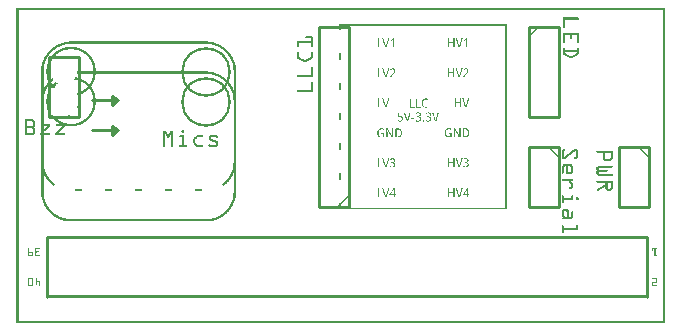
<source format=gto>
G04 MADE WITH FRITZING*
G04 WWW.FRITZING.ORG*
G04 DOUBLE SIDED*
G04 HOLES PLATED*
G04 CONTOUR ON CENTER OF CONTOUR VECTOR*
%ASAXBY*%
%FSLAX23Y23*%
%MOIN*%
%OFA0B0*%
%SFA1.0B1.0*%
%ADD10C,0.165480X0.14948*%
%ADD11C,0.010000*%
%ADD12R,0.001000X0.001000*%
%LNSILK1*%
G90*
G70*
G54D10*
X633Y739D03*
X633Y839D03*
G54D11*
X101Y88D02*
X101Y288D01*
D02*
X2102Y289D02*
X102Y289D01*
D02*
X2103Y89D02*
X2103Y289D01*
D02*
X253Y644D02*
X338Y644D01*
D02*
X338Y644D02*
X318Y659D01*
D02*
X318Y659D02*
X318Y629D01*
D02*
X318Y629D02*
X338Y644D01*
D02*
X1708Y989D02*
X1708Y689D01*
D02*
X1708Y689D02*
X1808Y689D01*
D02*
X1808Y689D02*
X1808Y989D01*
D02*
X1808Y989D02*
X1708Y989D01*
D02*
X1808Y589D02*
X1708Y589D01*
D02*
X1708Y589D02*
X1708Y389D01*
D02*
X1708Y389D02*
X1808Y389D01*
D02*
X1808Y389D02*
X1808Y589D01*
D02*
X253Y744D02*
X338Y744D01*
D02*
X338Y744D02*
X318Y759D01*
D02*
X318Y759D02*
X318Y729D01*
D02*
X318Y729D02*
X338Y744D01*
D02*
X1108Y389D02*
X1108Y989D01*
D02*
X1108Y989D02*
X1008Y989D01*
D02*
X1008Y989D02*
X1008Y389D01*
D02*
X1008Y389D02*
X1108Y389D01*
D02*
X208Y689D02*
X208Y889D01*
D02*
X208Y889D02*
X108Y889D01*
D02*
X108Y889D02*
X108Y689D01*
D02*
X108Y689D02*
X208Y689D01*
D02*
X2108Y589D02*
X2008Y589D01*
D02*
X2008Y589D02*
X2008Y389D01*
D02*
X2008Y389D02*
X2108Y389D01*
D02*
X2108Y389D02*
X2108Y589D01*
G54D12*
X0Y1052D02*
X2162Y1052D01*
X0Y1051D02*
X2162Y1051D01*
X0Y1050D02*
X2162Y1050D01*
X0Y1049D02*
X2162Y1049D01*
X0Y1048D02*
X2162Y1048D01*
X0Y1047D02*
X2162Y1047D01*
X0Y1046D02*
X2162Y1046D01*
X0Y1045D02*
X2162Y1045D01*
X0Y1044D02*
X7Y1044D01*
X2155Y1044D02*
X2162Y1044D01*
X0Y1043D02*
X7Y1043D01*
X2155Y1043D02*
X2162Y1043D01*
X0Y1042D02*
X7Y1042D01*
X2155Y1042D02*
X2162Y1042D01*
X0Y1041D02*
X7Y1041D01*
X2155Y1041D02*
X2162Y1041D01*
X0Y1040D02*
X7Y1040D01*
X2155Y1040D02*
X2162Y1040D01*
X0Y1039D02*
X7Y1039D01*
X2155Y1039D02*
X2162Y1039D01*
X0Y1038D02*
X7Y1038D01*
X2155Y1038D02*
X2162Y1038D01*
X0Y1037D02*
X7Y1037D01*
X2155Y1037D02*
X2162Y1037D01*
X0Y1036D02*
X7Y1036D01*
X2155Y1036D02*
X2162Y1036D01*
X0Y1035D02*
X7Y1035D01*
X2155Y1035D02*
X2162Y1035D01*
X0Y1034D02*
X7Y1034D01*
X2155Y1034D02*
X2162Y1034D01*
X0Y1033D02*
X7Y1033D01*
X2155Y1033D02*
X2162Y1033D01*
X0Y1032D02*
X7Y1032D01*
X2155Y1032D02*
X2162Y1032D01*
X0Y1031D02*
X7Y1031D01*
X2155Y1031D02*
X2162Y1031D01*
X0Y1030D02*
X7Y1030D01*
X2155Y1030D02*
X2162Y1030D01*
X0Y1029D02*
X7Y1029D01*
X2155Y1029D02*
X2162Y1029D01*
X0Y1028D02*
X7Y1028D01*
X2155Y1028D02*
X2162Y1028D01*
X0Y1027D02*
X7Y1027D01*
X2155Y1027D02*
X2162Y1027D01*
X0Y1026D02*
X7Y1026D01*
X2155Y1026D02*
X2162Y1026D01*
X0Y1025D02*
X7Y1025D01*
X2155Y1025D02*
X2162Y1025D01*
X0Y1024D02*
X7Y1024D01*
X2155Y1024D02*
X2162Y1024D01*
X0Y1023D02*
X7Y1023D01*
X2155Y1023D02*
X2162Y1023D01*
X0Y1022D02*
X7Y1022D01*
X2155Y1022D02*
X2162Y1022D01*
X0Y1021D02*
X7Y1021D01*
X2155Y1021D02*
X2162Y1021D01*
X0Y1020D02*
X7Y1020D01*
X2155Y1020D02*
X2162Y1020D01*
X0Y1019D02*
X7Y1019D01*
X1822Y1019D02*
X1872Y1019D01*
X2155Y1019D02*
X2162Y1019D01*
X0Y1018D02*
X7Y1018D01*
X1822Y1018D02*
X1874Y1018D01*
X2155Y1018D02*
X2162Y1018D01*
X0Y1017D02*
X7Y1017D01*
X1822Y1017D02*
X1875Y1017D01*
X2155Y1017D02*
X2162Y1017D01*
X0Y1016D02*
X7Y1016D01*
X1822Y1016D02*
X1875Y1016D01*
X2155Y1016D02*
X2162Y1016D01*
X0Y1015D02*
X7Y1015D01*
X1822Y1015D02*
X1875Y1015D01*
X2155Y1015D02*
X2162Y1015D01*
X0Y1014D02*
X7Y1014D01*
X1822Y1014D02*
X1875Y1014D01*
X2155Y1014D02*
X2162Y1014D01*
X0Y1013D02*
X7Y1013D01*
X1822Y1013D02*
X1874Y1013D01*
X2155Y1013D02*
X2162Y1013D01*
X0Y1012D02*
X7Y1012D01*
X1822Y1012D02*
X1828Y1012D01*
X2155Y1012D02*
X2162Y1012D01*
X0Y1011D02*
X7Y1011D01*
X1822Y1011D02*
X1828Y1011D01*
X2155Y1011D02*
X2162Y1011D01*
X0Y1010D02*
X7Y1010D01*
X1822Y1010D02*
X1828Y1010D01*
X2155Y1010D02*
X2162Y1010D01*
X0Y1009D02*
X7Y1009D01*
X1822Y1009D02*
X1828Y1009D01*
X2155Y1009D02*
X2162Y1009D01*
X0Y1008D02*
X7Y1008D01*
X1822Y1008D02*
X1828Y1008D01*
X2155Y1008D02*
X2162Y1008D01*
X0Y1007D02*
X7Y1007D01*
X1822Y1007D02*
X1828Y1007D01*
X2155Y1007D02*
X2162Y1007D01*
X0Y1006D02*
X7Y1006D01*
X1822Y1006D02*
X1828Y1006D01*
X2155Y1006D02*
X2162Y1006D01*
X0Y1005D02*
X7Y1005D01*
X1822Y1005D02*
X1828Y1005D01*
X2155Y1005D02*
X2162Y1005D01*
X0Y1004D02*
X7Y1004D01*
X1822Y1004D02*
X1828Y1004D01*
X2155Y1004D02*
X2162Y1004D01*
X0Y1003D02*
X7Y1003D01*
X1822Y1003D02*
X1828Y1003D01*
X2155Y1003D02*
X2162Y1003D01*
X0Y1002D02*
X7Y1002D01*
X1822Y1002D02*
X1828Y1002D01*
X2155Y1002D02*
X2162Y1002D01*
X0Y1001D02*
X7Y1001D01*
X1822Y1001D02*
X1828Y1001D01*
X2155Y1001D02*
X2162Y1001D01*
X0Y1000D02*
X7Y1000D01*
X1822Y1000D02*
X1828Y1000D01*
X2155Y1000D02*
X2162Y1000D01*
X0Y999D02*
X7Y999D01*
X1822Y999D02*
X1828Y999D01*
X2155Y999D02*
X2162Y999D01*
X0Y998D02*
X7Y998D01*
X1822Y998D02*
X1828Y998D01*
X2155Y998D02*
X2162Y998D01*
X0Y997D02*
X7Y997D01*
X1077Y997D02*
X1634Y997D01*
X1822Y997D02*
X1828Y997D01*
X2155Y997D02*
X2162Y997D01*
X0Y996D02*
X7Y996D01*
X1077Y996D02*
X1634Y996D01*
X1822Y996D02*
X1828Y996D01*
X2155Y996D02*
X2162Y996D01*
X0Y995D02*
X7Y995D01*
X1077Y995D02*
X1634Y995D01*
X1822Y995D02*
X1828Y995D01*
X2155Y995D02*
X2162Y995D01*
X0Y994D02*
X7Y994D01*
X1077Y994D02*
X1634Y994D01*
X1822Y994D02*
X1828Y994D01*
X2155Y994D02*
X2162Y994D01*
X0Y993D02*
X7Y993D01*
X1077Y993D02*
X1634Y993D01*
X1822Y993D02*
X1828Y993D01*
X2155Y993D02*
X2162Y993D01*
X0Y992D02*
X7Y992D01*
X1077Y992D02*
X1634Y992D01*
X1822Y992D02*
X1828Y992D01*
X2155Y992D02*
X2162Y992D01*
X0Y991D02*
X7Y991D01*
X1077Y991D02*
X1082Y991D01*
X1630Y991D02*
X1634Y991D01*
X1822Y991D02*
X1828Y991D01*
X2155Y991D02*
X2162Y991D01*
X0Y990D02*
X7Y990D01*
X1077Y990D02*
X1082Y990D01*
X1630Y990D02*
X1634Y990D01*
X1740Y990D02*
X1741Y990D01*
X1822Y990D02*
X1828Y990D01*
X2155Y990D02*
X2162Y990D01*
X0Y989D02*
X7Y989D01*
X1077Y989D02*
X1082Y989D01*
X1630Y989D02*
X1634Y989D01*
X1739Y989D02*
X1742Y989D01*
X1822Y989D02*
X1828Y989D01*
X2155Y989D02*
X2162Y989D01*
X0Y988D02*
X7Y988D01*
X1077Y988D02*
X1082Y988D01*
X1630Y988D02*
X1634Y988D01*
X1738Y988D02*
X1743Y988D01*
X1822Y988D02*
X1828Y988D01*
X2155Y988D02*
X2162Y988D01*
X0Y987D02*
X7Y987D01*
X1077Y987D02*
X1082Y987D01*
X1630Y987D02*
X1634Y987D01*
X1737Y987D02*
X1743Y987D01*
X1822Y987D02*
X1828Y987D01*
X2155Y987D02*
X2162Y987D01*
X0Y986D02*
X7Y986D01*
X1077Y986D02*
X1082Y986D01*
X1630Y986D02*
X1634Y986D01*
X1736Y986D02*
X1742Y986D01*
X1823Y986D02*
X1827Y986D01*
X2155Y986D02*
X2162Y986D01*
X0Y985D02*
X7Y985D01*
X1077Y985D02*
X1082Y985D01*
X1630Y985D02*
X1634Y985D01*
X1735Y985D02*
X1741Y985D01*
X1824Y985D02*
X1826Y985D01*
X2155Y985D02*
X2162Y985D01*
X0Y984D02*
X7Y984D01*
X1077Y984D02*
X1082Y984D01*
X1630Y984D02*
X1634Y984D01*
X1734Y984D02*
X1740Y984D01*
X2155Y984D02*
X2162Y984D01*
X0Y983D02*
X7Y983D01*
X1077Y983D02*
X1082Y983D01*
X1630Y983D02*
X1634Y983D01*
X1733Y983D02*
X1739Y983D01*
X2155Y983D02*
X2162Y983D01*
X0Y982D02*
X7Y982D01*
X1077Y982D02*
X1082Y982D01*
X1630Y982D02*
X1634Y982D01*
X1732Y982D02*
X1738Y982D01*
X2155Y982D02*
X2162Y982D01*
X0Y981D02*
X7Y981D01*
X1077Y981D02*
X1082Y981D01*
X1630Y981D02*
X1634Y981D01*
X1731Y981D02*
X1737Y981D01*
X2155Y981D02*
X2162Y981D01*
X0Y980D02*
X7Y980D01*
X1077Y980D02*
X1082Y980D01*
X1630Y980D02*
X1634Y980D01*
X1730Y980D02*
X1736Y980D01*
X2155Y980D02*
X2162Y980D01*
X0Y979D02*
X7Y979D01*
X1077Y979D02*
X1082Y979D01*
X1630Y979D02*
X1634Y979D01*
X1729Y979D02*
X1735Y979D01*
X2155Y979D02*
X2162Y979D01*
X0Y978D02*
X7Y978D01*
X1078Y978D02*
X1082Y978D01*
X1630Y978D02*
X1634Y978D01*
X1728Y978D02*
X1734Y978D01*
X2155Y978D02*
X2162Y978D01*
X0Y977D02*
X7Y977D01*
X1080Y977D02*
X1082Y977D01*
X1630Y977D02*
X1634Y977D01*
X1727Y977D02*
X1733Y977D01*
X2155Y977D02*
X2162Y977D01*
X0Y976D02*
X7Y976D01*
X1082Y976D02*
X1082Y976D01*
X1630Y976D02*
X1634Y976D01*
X1726Y976D02*
X1732Y976D01*
X2155Y976D02*
X2162Y976D01*
X0Y975D02*
X7Y975D01*
X1630Y975D02*
X1634Y975D01*
X1725Y975D02*
X1731Y975D01*
X2155Y975D02*
X2162Y975D01*
X0Y974D02*
X7Y974D01*
X1630Y974D02*
X1634Y974D01*
X1724Y974D02*
X1730Y974D01*
X2155Y974D02*
X2162Y974D01*
X0Y973D02*
X7Y973D01*
X1630Y973D02*
X1634Y973D01*
X1723Y973D02*
X1728Y973D01*
X2155Y973D02*
X2162Y973D01*
X0Y972D02*
X7Y972D01*
X1630Y972D02*
X1634Y972D01*
X1722Y972D02*
X1727Y972D01*
X2155Y972D02*
X2162Y972D01*
X0Y971D02*
X7Y971D01*
X1630Y971D02*
X1634Y971D01*
X1721Y971D02*
X1726Y971D01*
X2155Y971D02*
X2162Y971D01*
X0Y970D02*
X7Y970D01*
X1630Y970D02*
X1634Y970D01*
X1720Y970D02*
X1725Y970D01*
X2155Y970D02*
X2162Y970D01*
X0Y969D02*
X7Y969D01*
X1630Y969D02*
X1634Y969D01*
X1719Y969D02*
X1724Y969D01*
X2155Y969D02*
X2162Y969D01*
X0Y968D02*
X7Y968D01*
X1630Y968D02*
X1634Y968D01*
X1718Y968D02*
X1723Y968D01*
X1822Y968D02*
X1875Y968D01*
X2155Y968D02*
X2162Y968D01*
X0Y967D02*
X7Y967D01*
X1630Y967D02*
X1634Y967D01*
X1717Y967D02*
X1722Y967D01*
X1822Y967D02*
X1875Y967D01*
X2155Y967D02*
X2162Y967D01*
X0Y966D02*
X7Y966D01*
X1630Y966D02*
X1634Y966D01*
X1716Y966D02*
X1722Y966D01*
X1822Y966D02*
X1875Y966D01*
X2155Y966D02*
X2162Y966D01*
X0Y965D02*
X7Y965D01*
X1630Y965D02*
X1634Y965D01*
X1715Y965D02*
X1721Y965D01*
X1822Y965D02*
X1875Y965D01*
X2155Y965D02*
X2162Y965D01*
X0Y964D02*
X7Y964D01*
X1630Y964D02*
X1634Y964D01*
X1714Y964D02*
X1720Y964D01*
X1822Y964D02*
X1875Y964D01*
X2155Y964D02*
X2162Y964D01*
X0Y963D02*
X7Y963D01*
X1630Y963D02*
X1634Y963D01*
X1713Y963D02*
X1719Y963D01*
X1822Y963D02*
X1875Y963D01*
X2155Y963D02*
X2162Y963D01*
X0Y962D02*
X7Y962D01*
X1630Y962D02*
X1634Y962D01*
X1712Y962D02*
X1718Y962D01*
X1822Y962D02*
X1875Y962D01*
X2155Y962D02*
X2162Y962D01*
X0Y961D02*
X7Y961D01*
X1630Y961D02*
X1634Y961D01*
X1711Y961D02*
X1717Y961D01*
X1822Y961D02*
X1828Y961D01*
X1846Y961D02*
X1852Y961D01*
X1869Y961D02*
X1875Y961D01*
X2155Y961D02*
X2162Y961D01*
X0Y960D02*
X7Y960D01*
X1630Y960D02*
X1634Y960D01*
X1710Y960D02*
X1716Y960D01*
X1822Y960D02*
X1828Y960D01*
X1846Y960D02*
X1852Y960D01*
X1869Y960D02*
X1875Y960D01*
X2155Y960D02*
X2162Y960D01*
X0Y959D02*
X7Y959D01*
X1630Y959D02*
X1634Y959D01*
X1709Y959D02*
X1715Y959D01*
X1822Y959D02*
X1828Y959D01*
X1846Y959D02*
X1852Y959D01*
X1869Y959D02*
X1875Y959D01*
X2155Y959D02*
X2162Y959D01*
X0Y958D02*
X7Y958D01*
X1630Y958D02*
X1634Y958D01*
X1708Y958D02*
X1714Y958D01*
X1822Y958D02*
X1828Y958D01*
X1846Y958D02*
X1852Y958D01*
X1869Y958D02*
X1875Y958D01*
X2155Y958D02*
X2162Y958D01*
X0Y957D02*
X7Y957D01*
X1630Y957D02*
X1634Y957D01*
X1707Y957D02*
X1713Y957D01*
X1822Y957D02*
X1828Y957D01*
X1846Y957D02*
X1852Y957D01*
X1869Y957D02*
X1875Y957D01*
X2155Y957D02*
X2162Y957D01*
X0Y956D02*
X7Y956D01*
X967Y956D02*
X985Y956D01*
X1630Y956D02*
X1634Y956D01*
X1706Y956D02*
X1712Y956D01*
X1822Y956D02*
X1828Y956D01*
X1846Y956D02*
X1852Y956D01*
X1869Y956D02*
X1875Y956D01*
X2155Y956D02*
X2162Y956D01*
X0Y955D02*
X7Y955D01*
X965Y955D02*
X987Y955D01*
X1630Y955D02*
X1634Y955D01*
X1707Y955D02*
X1711Y955D01*
X1822Y955D02*
X1828Y955D01*
X1846Y955D02*
X1852Y955D01*
X1869Y955D02*
X1875Y955D01*
X2155Y955D02*
X2162Y955D01*
X0Y954D02*
X7Y954D01*
X965Y954D02*
X988Y954D01*
X1630Y954D02*
X1634Y954D01*
X1708Y954D02*
X1710Y954D01*
X1822Y954D02*
X1828Y954D01*
X1846Y954D02*
X1852Y954D01*
X1869Y954D02*
X1875Y954D01*
X2155Y954D02*
X2162Y954D01*
X0Y953D02*
X7Y953D01*
X964Y953D02*
X988Y953D01*
X1630Y953D02*
X1634Y953D01*
X1709Y953D02*
X1709Y953D01*
X1822Y953D02*
X1828Y953D01*
X1846Y953D02*
X1852Y953D01*
X1869Y953D02*
X1875Y953D01*
X2155Y953D02*
X2162Y953D01*
X0Y952D02*
X7Y952D01*
X964Y952D02*
X988Y952D01*
X1630Y952D02*
X1634Y952D01*
X1822Y952D02*
X1828Y952D01*
X1846Y952D02*
X1852Y952D01*
X1869Y952D02*
X1875Y952D01*
X2155Y952D02*
X2162Y952D01*
X0Y951D02*
X7Y951D01*
X965Y951D02*
X988Y951D01*
X1630Y951D02*
X1634Y951D01*
X1822Y951D02*
X1828Y951D01*
X1846Y951D02*
X1852Y951D01*
X1869Y951D02*
X1875Y951D01*
X2155Y951D02*
X2162Y951D01*
X0Y950D02*
X7Y950D01*
X965Y950D02*
X988Y950D01*
X1630Y950D02*
X1634Y950D01*
X1822Y950D02*
X1828Y950D01*
X1846Y950D02*
X1851Y950D01*
X1869Y950D02*
X1875Y950D01*
X2155Y950D02*
X2162Y950D01*
X0Y949D02*
X7Y949D01*
X982Y949D02*
X988Y949D01*
X1206Y949D02*
X1208Y949D01*
X1220Y949D02*
X1223Y949D01*
X1240Y949D02*
X1242Y949D01*
X1255Y949D02*
X1257Y949D01*
X1440Y949D02*
X1442Y949D01*
X1457Y949D02*
X1460Y949D01*
X1465Y949D02*
X1468Y949D01*
X1484Y949D02*
X1487Y949D01*
X1499Y949D02*
X1502Y949D01*
X1630Y949D02*
X1634Y949D01*
X1822Y949D02*
X1828Y949D01*
X1847Y949D02*
X1850Y949D01*
X1869Y949D02*
X1875Y949D01*
X2155Y949D02*
X2162Y949D01*
X0Y948D02*
X7Y948D01*
X982Y948D02*
X988Y948D01*
X1205Y948D02*
X1208Y948D01*
X1220Y948D02*
X1223Y948D01*
X1239Y948D02*
X1242Y948D01*
X1254Y948D02*
X1257Y948D01*
X1440Y948D02*
X1442Y948D01*
X1457Y948D02*
X1460Y948D01*
X1465Y948D02*
X1468Y948D01*
X1484Y948D02*
X1487Y948D01*
X1498Y948D02*
X1502Y948D01*
X1630Y948D02*
X1634Y948D01*
X1822Y948D02*
X1828Y948D01*
X1869Y948D02*
X1875Y948D01*
X2155Y948D02*
X2162Y948D01*
X0Y947D02*
X7Y947D01*
X982Y947D02*
X988Y947D01*
X1205Y947D02*
X1208Y947D01*
X1221Y947D02*
X1224Y947D01*
X1239Y947D02*
X1242Y947D01*
X1252Y947D02*
X1257Y947D01*
X1440Y947D02*
X1442Y947D01*
X1457Y947D02*
X1460Y947D01*
X1465Y947D02*
X1468Y947D01*
X1484Y947D02*
X1487Y947D01*
X1497Y947D02*
X1502Y947D01*
X1630Y947D02*
X1634Y947D01*
X1822Y947D02*
X1828Y947D01*
X1869Y947D02*
X1875Y947D01*
X2155Y947D02*
X2162Y947D01*
X0Y946D02*
X7Y946D01*
X982Y946D02*
X988Y946D01*
X1205Y946D02*
X1208Y946D01*
X1221Y946D02*
X1224Y946D01*
X1239Y946D02*
X1242Y946D01*
X1251Y946D02*
X1257Y946D01*
X1440Y946D02*
X1442Y946D01*
X1457Y946D02*
X1460Y946D01*
X1466Y946D02*
X1469Y946D01*
X1483Y946D02*
X1486Y946D01*
X1496Y946D02*
X1502Y946D01*
X1630Y946D02*
X1634Y946D01*
X1822Y946D02*
X1828Y946D01*
X1869Y946D02*
X1875Y946D01*
X2155Y946D02*
X2162Y946D01*
X0Y945D02*
X7Y945D01*
X982Y945D02*
X988Y945D01*
X1205Y945D02*
X1208Y945D01*
X1221Y945D02*
X1224Y945D01*
X1238Y945D02*
X1241Y945D01*
X1250Y945D02*
X1257Y945D01*
X1440Y945D02*
X1442Y945D01*
X1457Y945D02*
X1460Y945D01*
X1466Y945D02*
X1469Y945D01*
X1483Y945D02*
X1486Y945D01*
X1494Y945D02*
X1502Y945D01*
X1630Y945D02*
X1634Y945D01*
X1822Y945D02*
X1828Y945D01*
X1869Y945D02*
X1875Y945D01*
X2155Y945D02*
X2162Y945D01*
X0Y944D02*
X7Y944D01*
X982Y944D02*
X988Y944D01*
X1205Y944D02*
X1208Y944D01*
X1222Y944D02*
X1225Y944D01*
X1238Y944D02*
X1241Y944D01*
X1249Y944D02*
X1252Y944D01*
X1255Y944D02*
X1257Y944D01*
X1440Y944D02*
X1442Y944D01*
X1457Y944D02*
X1460Y944D01*
X1466Y944D02*
X1469Y944D01*
X1483Y944D02*
X1486Y944D01*
X1493Y944D02*
X1497Y944D01*
X1499Y944D02*
X1502Y944D01*
X1630Y944D02*
X1634Y944D01*
X1822Y944D02*
X1828Y944D01*
X1869Y944D02*
X1875Y944D01*
X2155Y944D02*
X2162Y944D01*
X0Y943D02*
X7Y943D01*
X982Y943D02*
X988Y943D01*
X1205Y943D02*
X1208Y943D01*
X1222Y943D02*
X1225Y943D01*
X1238Y943D02*
X1241Y943D01*
X1248Y943D02*
X1251Y943D01*
X1255Y943D02*
X1257Y943D01*
X1440Y943D02*
X1442Y943D01*
X1457Y943D02*
X1460Y943D01*
X1467Y943D02*
X1470Y943D01*
X1482Y943D02*
X1485Y943D01*
X1492Y943D02*
X1496Y943D01*
X1499Y943D02*
X1502Y943D01*
X1630Y943D02*
X1634Y943D01*
X1822Y943D02*
X1828Y943D01*
X1869Y943D02*
X1875Y943D01*
X2155Y943D02*
X2162Y943D01*
X0Y942D02*
X7Y942D01*
X935Y942D02*
X988Y942D01*
X1205Y942D02*
X1208Y942D01*
X1222Y942D02*
X1225Y942D01*
X1237Y942D02*
X1240Y942D01*
X1248Y942D02*
X1250Y942D01*
X1255Y942D02*
X1257Y942D01*
X1440Y942D02*
X1442Y942D01*
X1457Y942D02*
X1460Y942D01*
X1467Y942D02*
X1470Y942D01*
X1482Y942D02*
X1485Y942D01*
X1493Y942D02*
X1495Y942D01*
X1499Y942D02*
X1502Y942D01*
X1630Y942D02*
X1634Y942D01*
X1822Y942D02*
X1828Y942D01*
X1869Y942D02*
X1875Y942D01*
X2155Y942D02*
X2162Y942D01*
X0Y941D02*
X7Y941D01*
X935Y941D02*
X988Y941D01*
X1205Y941D02*
X1208Y941D01*
X1223Y941D02*
X1226Y941D01*
X1237Y941D02*
X1240Y941D01*
X1249Y941D02*
X1249Y941D01*
X1255Y941D02*
X1257Y941D01*
X1440Y941D02*
X1442Y941D01*
X1457Y941D02*
X1460Y941D01*
X1467Y941D02*
X1470Y941D01*
X1482Y941D02*
X1485Y941D01*
X1499Y941D02*
X1502Y941D01*
X1630Y941D02*
X1634Y941D01*
X1822Y941D02*
X1828Y941D01*
X1869Y941D02*
X1875Y941D01*
X2155Y941D02*
X2162Y941D01*
X0Y940D02*
X7Y940D01*
X935Y940D02*
X988Y940D01*
X1205Y940D02*
X1208Y940D01*
X1223Y940D02*
X1226Y940D01*
X1237Y940D02*
X1240Y940D01*
X1255Y940D02*
X1257Y940D01*
X1440Y940D02*
X1442Y940D01*
X1457Y940D02*
X1460Y940D01*
X1468Y940D02*
X1471Y940D01*
X1481Y940D02*
X1484Y940D01*
X1499Y940D02*
X1502Y940D01*
X1630Y940D02*
X1634Y940D01*
X1822Y940D02*
X1828Y940D01*
X1869Y940D02*
X1875Y940D01*
X2155Y940D02*
X2162Y940D01*
X0Y939D02*
X7Y939D01*
X176Y939D02*
X638Y939D01*
X935Y939D02*
X988Y939D01*
X1205Y939D02*
X1208Y939D01*
X1223Y939D02*
X1226Y939D01*
X1236Y939D02*
X1239Y939D01*
X1255Y939D02*
X1257Y939D01*
X1440Y939D02*
X1442Y939D01*
X1457Y939D02*
X1460Y939D01*
X1468Y939D02*
X1471Y939D01*
X1481Y939D02*
X1484Y939D01*
X1499Y939D02*
X1502Y939D01*
X1630Y939D02*
X1634Y939D01*
X1822Y939D02*
X1828Y939D01*
X1869Y939D02*
X1875Y939D01*
X2155Y939D02*
X2162Y939D01*
X0Y938D02*
X7Y938D01*
X168Y938D02*
X647Y938D01*
X935Y938D02*
X988Y938D01*
X1205Y938D02*
X1208Y938D01*
X1224Y938D02*
X1227Y938D01*
X1236Y938D02*
X1239Y938D01*
X1255Y938D02*
X1257Y938D01*
X1440Y938D02*
X1442Y938D01*
X1457Y938D02*
X1460Y938D01*
X1468Y938D02*
X1471Y938D01*
X1481Y938D02*
X1484Y938D01*
X1499Y938D02*
X1502Y938D01*
X1630Y938D02*
X1634Y938D01*
X1822Y938D02*
X1828Y938D01*
X1869Y938D02*
X1875Y938D01*
X2155Y938D02*
X2162Y938D01*
X0Y937D02*
X7Y937D01*
X162Y937D02*
X652Y937D01*
X935Y937D02*
X988Y937D01*
X1205Y937D02*
X1208Y937D01*
X1224Y937D02*
X1227Y937D01*
X1236Y937D02*
X1239Y937D01*
X1255Y937D02*
X1257Y937D01*
X1440Y937D02*
X1442Y937D01*
X1457Y937D02*
X1460Y937D01*
X1469Y937D02*
X1472Y937D01*
X1480Y937D02*
X1483Y937D01*
X1499Y937D02*
X1502Y937D01*
X1630Y937D02*
X1634Y937D01*
X1822Y937D02*
X1828Y937D01*
X1869Y937D02*
X1875Y937D01*
X2155Y937D02*
X2162Y937D01*
X0Y936D02*
X7Y936D01*
X158Y936D02*
X657Y936D01*
X935Y936D02*
X988Y936D01*
X1205Y936D02*
X1208Y936D01*
X1224Y936D02*
X1227Y936D01*
X1236Y936D02*
X1238Y936D01*
X1255Y936D02*
X1257Y936D01*
X1440Y936D02*
X1460Y936D01*
X1469Y936D02*
X1472Y936D01*
X1480Y936D02*
X1483Y936D01*
X1499Y936D02*
X1502Y936D01*
X1630Y936D02*
X1634Y936D01*
X1823Y936D02*
X1827Y936D01*
X1870Y936D02*
X1875Y936D01*
X2155Y936D02*
X2162Y936D01*
X0Y935D02*
X7Y935D01*
X154Y935D02*
X660Y935D01*
X935Y935D02*
X941Y935D01*
X982Y935D02*
X988Y935D01*
X1205Y935D02*
X1208Y935D01*
X1225Y935D02*
X1228Y935D01*
X1235Y935D02*
X1238Y935D01*
X1255Y935D02*
X1257Y935D01*
X1440Y935D02*
X1460Y935D01*
X1469Y935D02*
X1472Y935D01*
X1480Y935D02*
X1483Y935D01*
X1499Y935D02*
X1502Y935D01*
X1630Y935D02*
X1634Y935D01*
X1824Y935D02*
X1827Y935D01*
X1871Y935D02*
X1874Y935D01*
X2155Y935D02*
X2162Y935D01*
X0Y934D02*
X7Y934D01*
X151Y934D02*
X663Y934D01*
X935Y934D02*
X941Y934D01*
X982Y934D02*
X988Y934D01*
X1205Y934D02*
X1208Y934D01*
X1225Y934D02*
X1228Y934D01*
X1235Y934D02*
X1238Y934D01*
X1255Y934D02*
X1257Y934D01*
X1440Y934D02*
X1460Y934D01*
X1470Y934D02*
X1473Y934D01*
X1479Y934D02*
X1482Y934D01*
X1499Y934D02*
X1502Y934D01*
X1630Y934D02*
X1634Y934D01*
X2155Y934D02*
X2162Y934D01*
X0Y933D02*
X7Y933D01*
X148Y933D02*
X666Y933D01*
X935Y933D02*
X941Y933D01*
X982Y933D02*
X988Y933D01*
X1205Y933D02*
X1208Y933D01*
X1225Y933D02*
X1228Y933D01*
X1235Y933D02*
X1237Y933D01*
X1255Y933D02*
X1257Y933D01*
X1440Y933D02*
X1442Y933D01*
X1457Y933D02*
X1460Y933D01*
X1470Y933D02*
X1473Y933D01*
X1479Y933D02*
X1482Y933D01*
X1499Y933D02*
X1502Y933D01*
X1630Y933D02*
X1634Y933D01*
X2155Y933D02*
X2162Y933D01*
X0Y932D02*
X7Y932D01*
X146Y932D02*
X669Y932D01*
X935Y932D02*
X941Y932D01*
X982Y932D02*
X988Y932D01*
X1205Y932D02*
X1208Y932D01*
X1226Y932D02*
X1229Y932D01*
X1234Y932D02*
X1237Y932D01*
X1255Y932D02*
X1257Y932D01*
X1440Y932D02*
X1442Y932D01*
X1457Y932D02*
X1460Y932D01*
X1470Y932D02*
X1473Y932D01*
X1479Y932D02*
X1482Y932D01*
X1499Y932D02*
X1502Y932D01*
X1630Y932D02*
X1634Y932D01*
X2155Y932D02*
X2162Y932D01*
X0Y931D02*
X7Y931D01*
X143Y931D02*
X175Y931D01*
X639Y931D02*
X671Y931D01*
X935Y931D02*
X941Y931D01*
X982Y931D02*
X988Y931D01*
X1205Y931D02*
X1208Y931D01*
X1226Y931D02*
X1229Y931D01*
X1234Y931D02*
X1237Y931D01*
X1255Y931D02*
X1257Y931D01*
X1440Y931D02*
X1442Y931D01*
X1457Y931D02*
X1460Y931D01*
X1471Y931D02*
X1474Y931D01*
X1479Y931D02*
X1481Y931D01*
X1499Y931D02*
X1502Y931D01*
X1630Y931D02*
X1634Y931D01*
X2155Y931D02*
X2162Y931D01*
X0Y930D02*
X7Y930D01*
X141Y930D02*
X167Y930D01*
X648Y930D02*
X673Y930D01*
X935Y930D02*
X941Y930D01*
X982Y930D02*
X988Y930D01*
X1205Y930D02*
X1208Y930D01*
X1226Y930D02*
X1229Y930D01*
X1234Y930D02*
X1236Y930D01*
X1255Y930D02*
X1257Y930D01*
X1440Y930D02*
X1442Y930D01*
X1457Y930D02*
X1460Y930D01*
X1471Y930D02*
X1474Y930D01*
X1478Y930D02*
X1481Y930D01*
X1499Y930D02*
X1502Y930D01*
X1630Y930D02*
X1634Y930D01*
X2155Y930D02*
X2162Y930D01*
X0Y929D02*
X7Y929D01*
X139Y929D02*
X161Y929D01*
X653Y929D02*
X676Y929D01*
X935Y929D02*
X941Y929D01*
X982Y929D02*
X988Y929D01*
X1205Y929D02*
X1208Y929D01*
X1227Y929D02*
X1229Y929D01*
X1233Y929D02*
X1236Y929D01*
X1255Y929D02*
X1257Y929D01*
X1440Y929D02*
X1442Y929D01*
X1457Y929D02*
X1460Y929D01*
X1471Y929D02*
X1474Y929D01*
X1478Y929D02*
X1481Y929D01*
X1499Y929D02*
X1502Y929D01*
X1630Y929D02*
X1634Y929D01*
X2155Y929D02*
X2162Y929D01*
X0Y928D02*
X7Y928D01*
X137Y928D02*
X157Y928D01*
X657Y928D02*
X678Y928D01*
X935Y928D02*
X941Y928D01*
X982Y928D02*
X988Y928D01*
X1205Y928D02*
X1208Y928D01*
X1227Y928D02*
X1230Y928D01*
X1233Y928D02*
X1236Y928D01*
X1255Y928D02*
X1257Y928D01*
X1440Y928D02*
X1442Y928D01*
X1457Y928D02*
X1460Y928D01*
X1472Y928D02*
X1474Y928D01*
X1478Y928D02*
X1480Y928D01*
X1499Y928D02*
X1502Y928D01*
X1630Y928D02*
X1634Y928D01*
X2155Y928D02*
X2162Y928D01*
X0Y927D02*
X7Y927D01*
X135Y927D02*
X154Y927D01*
X660Y927D02*
X679Y927D01*
X935Y927D02*
X941Y927D01*
X982Y927D02*
X988Y927D01*
X1205Y927D02*
X1208Y927D01*
X1227Y927D02*
X1230Y927D01*
X1233Y927D02*
X1235Y927D01*
X1255Y927D02*
X1257Y927D01*
X1440Y927D02*
X1442Y927D01*
X1457Y927D02*
X1460Y927D01*
X1472Y927D02*
X1475Y927D01*
X1477Y927D02*
X1480Y927D01*
X1499Y927D02*
X1502Y927D01*
X1630Y927D02*
X1634Y927D01*
X2155Y927D02*
X2162Y927D01*
X0Y926D02*
X7Y926D01*
X133Y926D02*
X151Y926D01*
X663Y926D02*
X681Y926D01*
X935Y926D02*
X941Y926D01*
X982Y926D02*
X988Y926D01*
X1205Y926D02*
X1208Y926D01*
X1228Y926D02*
X1230Y926D01*
X1232Y926D02*
X1235Y926D01*
X1255Y926D02*
X1257Y926D01*
X1440Y926D02*
X1442Y926D01*
X1457Y926D02*
X1460Y926D01*
X1472Y926D02*
X1475Y926D01*
X1477Y926D02*
X1480Y926D01*
X1499Y926D02*
X1502Y926D01*
X1630Y926D02*
X1634Y926D01*
X2155Y926D02*
X2162Y926D01*
X0Y925D02*
X7Y925D01*
X132Y925D02*
X148Y925D01*
X666Y925D02*
X683Y925D01*
X935Y925D02*
X941Y925D01*
X982Y925D02*
X988Y925D01*
X1205Y925D02*
X1208Y925D01*
X1228Y925D02*
X1235Y925D01*
X1255Y925D02*
X1257Y925D01*
X1440Y925D02*
X1442Y925D01*
X1457Y925D02*
X1460Y925D01*
X1473Y925D02*
X1475Y925D01*
X1477Y925D02*
X1479Y925D01*
X1499Y925D02*
X1502Y925D01*
X1630Y925D02*
X1634Y925D01*
X2155Y925D02*
X2162Y925D01*
X0Y924D02*
X7Y924D01*
X130Y924D02*
X146Y924D01*
X668Y924D02*
X684Y924D01*
X935Y924D02*
X941Y924D01*
X982Y924D02*
X988Y924D01*
X1205Y924D02*
X1208Y924D01*
X1228Y924D02*
X1234Y924D01*
X1255Y924D02*
X1257Y924D01*
X1440Y924D02*
X1442Y924D01*
X1457Y924D02*
X1460Y924D01*
X1473Y924D02*
X1479Y924D01*
X1499Y924D02*
X1502Y924D01*
X1630Y924D02*
X1634Y924D01*
X2155Y924D02*
X2162Y924D01*
X0Y923D02*
X7Y923D01*
X128Y923D02*
X144Y923D01*
X671Y923D02*
X686Y923D01*
X935Y923D02*
X940Y923D01*
X983Y923D02*
X987Y923D01*
X1205Y923D02*
X1208Y923D01*
X1229Y923D02*
X1234Y923D01*
X1255Y923D02*
X1257Y923D01*
X1440Y923D02*
X1442Y923D01*
X1457Y923D02*
X1460Y923D01*
X1473Y923D02*
X1479Y923D01*
X1499Y923D02*
X1502Y923D01*
X1630Y923D02*
X1634Y923D01*
X2155Y923D02*
X2162Y923D01*
X0Y922D02*
X7Y922D01*
X127Y922D02*
X142Y922D01*
X673Y922D02*
X688Y922D01*
X937Y922D02*
X939Y922D01*
X984Y922D02*
X986Y922D01*
X1205Y922D02*
X1220Y922D01*
X1229Y922D02*
X1234Y922D01*
X1255Y922D02*
X1257Y922D01*
X1440Y922D02*
X1442Y922D01*
X1457Y922D02*
X1460Y922D01*
X1474Y922D02*
X1478Y922D01*
X1499Y922D02*
X1502Y922D01*
X1630Y922D02*
X1634Y922D01*
X2155Y922D02*
X2162Y922D01*
X0Y921D02*
X7Y921D01*
X125Y921D02*
X139Y921D01*
X171Y921D02*
X193Y921D01*
X675Y921D02*
X689Y921D01*
X1205Y921D02*
X1220Y921D01*
X1229Y921D02*
X1233Y921D01*
X1255Y921D02*
X1257Y921D01*
X1440Y921D02*
X1442Y921D01*
X1457Y921D02*
X1460Y921D01*
X1474Y921D02*
X1478Y921D01*
X1499Y921D02*
X1502Y921D01*
X1630Y921D02*
X1634Y921D01*
X2155Y921D02*
X2162Y921D01*
X0Y920D02*
X7Y920D01*
X124Y920D02*
X138Y920D01*
X165Y920D02*
X199Y920D01*
X677Y920D02*
X690Y920D01*
X1205Y920D02*
X1220Y920D01*
X1230Y920D02*
X1233Y920D01*
X1255Y920D02*
X1257Y920D01*
X1440Y920D02*
X1442Y920D01*
X1457Y920D02*
X1460Y920D01*
X1474Y920D02*
X1478Y920D01*
X1499Y920D02*
X1502Y920D01*
X1630Y920D02*
X1634Y920D01*
X2155Y920D02*
X2162Y920D01*
X0Y919D02*
X7Y919D01*
X123Y919D02*
X136Y919D01*
X161Y919D02*
X203Y919D01*
X678Y919D02*
X692Y919D01*
X1630Y919D02*
X1634Y919D01*
X2155Y919D02*
X2162Y919D01*
X0Y918D02*
X7Y918D01*
X121Y918D02*
X134Y918D01*
X158Y918D02*
X207Y918D01*
X680Y918D02*
X693Y918D01*
X1630Y918D02*
X1634Y918D01*
X1824Y918D02*
X1827Y918D01*
X1871Y918D02*
X1874Y918D01*
X2155Y918D02*
X2162Y918D01*
X0Y917D02*
X7Y917D01*
X120Y917D02*
X133Y917D01*
X155Y917D02*
X209Y917D01*
X682Y917D02*
X695Y917D01*
X1630Y917D02*
X1634Y917D01*
X1823Y917D02*
X1828Y917D01*
X1870Y917D02*
X1875Y917D01*
X2155Y917D02*
X2162Y917D01*
X0Y916D02*
X7Y916D01*
X119Y916D02*
X131Y916D01*
X152Y916D02*
X212Y916D01*
X683Y916D02*
X696Y916D01*
X1630Y916D02*
X1634Y916D01*
X1822Y916D02*
X1828Y916D01*
X1869Y916D02*
X1875Y916D01*
X2155Y916D02*
X2162Y916D01*
X0Y915D02*
X7Y915D01*
X118Y915D02*
X130Y915D01*
X150Y915D02*
X215Y915D01*
X685Y915D02*
X697Y915D01*
X1630Y915D02*
X1634Y915D01*
X1822Y915D02*
X1828Y915D01*
X1869Y915D02*
X1875Y915D01*
X2155Y915D02*
X2162Y915D01*
X0Y914D02*
X7Y914D01*
X116Y914D02*
X128Y914D01*
X148Y914D02*
X217Y914D01*
X686Y914D02*
X698Y914D01*
X1630Y914D02*
X1634Y914D01*
X1822Y914D02*
X1828Y914D01*
X1869Y914D02*
X1875Y914D01*
X2155Y914D02*
X2162Y914D01*
X0Y913D02*
X7Y913D01*
X115Y913D02*
X127Y913D01*
X146Y913D02*
X170Y913D01*
X194Y913D02*
X219Y913D01*
X688Y913D02*
X699Y913D01*
X1630Y913D02*
X1634Y913D01*
X1822Y913D02*
X1828Y913D01*
X1869Y913D02*
X1875Y913D01*
X2155Y913D02*
X2162Y913D01*
X0Y912D02*
X7Y912D01*
X114Y912D02*
X126Y912D01*
X144Y912D02*
X165Y912D01*
X200Y912D02*
X221Y912D01*
X689Y912D02*
X700Y912D01*
X1630Y912D02*
X1634Y912D01*
X1822Y912D02*
X1828Y912D01*
X1869Y912D02*
X1875Y912D01*
X2155Y912D02*
X2162Y912D01*
X0Y911D02*
X7Y911D01*
X113Y911D02*
X124Y911D01*
X142Y911D02*
X161Y911D01*
X204Y911D02*
X223Y911D01*
X690Y911D02*
X701Y911D01*
X1630Y911D02*
X1634Y911D01*
X1822Y911D02*
X1875Y911D01*
X2155Y911D02*
X2162Y911D01*
X0Y910D02*
X7Y910D01*
X112Y910D02*
X123Y910D01*
X140Y910D02*
X158Y910D01*
X207Y910D02*
X224Y910D01*
X691Y910D02*
X702Y910D01*
X1630Y910D02*
X1634Y910D01*
X1822Y910D02*
X1875Y910D01*
X2155Y910D02*
X2162Y910D01*
X0Y909D02*
X7Y909D01*
X111Y909D02*
X122Y909D01*
X139Y909D02*
X155Y909D01*
X209Y909D02*
X226Y909D01*
X693Y909D02*
X703Y909D01*
X1630Y909D02*
X1634Y909D01*
X1822Y909D02*
X1875Y909D01*
X2155Y909D02*
X2162Y909D01*
X0Y908D02*
X7Y908D01*
X110Y908D02*
X121Y908D01*
X137Y908D02*
X152Y908D01*
X212Y908D02*
X228Y908D01*
X694Y908D02*
X704Y908D01*
X1630Y908D02*
X1634Y908D01*
X1822Y908D02*
X1875Y908D01*
X2155Y908D02*
X2162Y908D01*
X0Y907D02*
X7Y907D01*
X109Y907D02*
X120Y907D01*
X135Y907D02*
X150Y907D01*
X214Y907D02*
X229Y907D01*
X695Y907D02*
X705Y907D01*
X1630Y907D02*
X1634Y907D01*
X1822Y907D02*
X1875Y907D01*
X2155Y907D02*
X2162Y907D01*
X0Y906D02*
X7Y906D01*
X108Y906D02*
X119Y906D01*
X134Y906D02*
X148Y906D01*
X216Y906D02*
X230Y906D01*
X696Y906D02*
X706Y906D01*
X1630Y906D02*
X1634Y906D01*
X1822Y906D02*
X1875Y906D01*
X2155Y906D02*
X2162Y906D01*
X0Y905D02*
X7Y905D01*
X107Y905D02*
X117Y905D01*
X133Y905D02*
X146Y905D01*
X218Y905D02*
X232Y905D01*
X697Y905D02*
X707Y905D01*
X936Y905D02*
X940Y905D01*
X983Y905D02*
X987Y905D01*
X1630Y905D02*
X1634Y905D01*
X1822Y905D02*
X1875Y905D01*
X2155Y905D02*
X2162Y905D01*
X0Y904D02*
X7Y904D01*
X107Y904D02*
X116Y904D01*
X131Y904D02*
X145Y904D01*
X220Y904D02*
X233Y904D01*
X698Y904D02*
X708Y904D01*
X935Y904D02*
X940Y904D01*
X982Y904D02*
X987Y904D01*
X1630Y904D02*
X1634Y904D01*
X1822Y904D02*
X1828Y904D01*
X1869Y904D02*
X1875Y904D01*
X2155Y904D02*
X2162Y904D01*
X0Y903D02*
X7Y903D01*
X106Y903D02*
X116Y903D01*
X130Y903D02*
X143Y903D01*
X222Y903D02*
X234Y903D01*
X699Y903D02*
X709Y903D01*
X935Y903D02*
X941Y903D01*
X982Y903D02*
X988Y903D01*
X1082Y903D02*
X1082Y903D01*
X1630Y903D02*
X1634Y903D01*
X1822Y903D02*
X1828Y903D01*
X1869Y903D02*
X1875Y903D01*
X2155Y903D02*
X2162Y903D01*
X0Y902D02*
X7Y902D01*
X105Y902D02*
X115Y902D01*
X129Y902D02*
X141Y902D01*
X223Y902D02*
X236Y902D01*
X700Y902D02*
X709Y902D01*
X935Y902D02*
X941Y902D01*
X982Y902D02*
X988Y902D01*
X1081Y902D02*
X1082Y902D01*
X1630Y902D02*
X1634Y902D01*
X1822Y902D02*
X1828Y902D01*
X1869Y902D02*
X1875Y902D01*
X2155Y902D02*
X2162Y902D01*
X0Y901D02*
X7Y901D01*
X104Y901D02*
X114Y901D01*
X128Y901D02*
X140Y901D01*
X225Y901D02*
X237Y901D01*
X701Y901D02*
X710Y901D01*
X935Y901D02*
X941Y901D01*
X982Y901D02*
X988Y901D01*
X1079Y901D02*
X1082Y901D01*
X1630Y901D02*
X1634Y901D01*
X1822Y901D02*
X1828Y901D01*
X1869Y901D02*
X1875Y901D01*
X2155Y901D02*
X2162Y901D01*
X0Y900D02*
X7Y900D01*
X103Y900D02*
X113Y900D01*
X127Y900D02*
X138Y900D01*
X226Y900D02*
X238Y900D01*
X702Y900D02*
X711Y900D01*
X935Y900D02*
X941Y900D01*
X982Y900D02*
X988Y900D01*
X1077Y900D02*
X1082Y900D01*
X1630Y900D02*
X1634Y900D01*
X1822Y900D02*
X1829Y900D01*
X1868Y900D02*
X1875Y900D01*
X2155Y900D02*
X2162Y900D01*
X0Y899D02*
X7Y899D01*
X103Y899D02*
X112Y899D01*
X126Y899D02*
X137Y899D01*
X227Y899D02*
X239Y899D01*
X703Y899D02*
X712Y899D01*
X935Y899D02*
X941Y899D01*
X982Y899D02*
X988Y899D01*
X1077Y899D02*
X1082Y899D01*
X1630Y899D02*
X1634Y899D01*
X1823Y899D02*
X1831Y899D01*
X1867Y899D02*
X1875Y899D01*
X2155Y899D02*
X2162Y899D01*
X0Y898D02*
X7Y898D01*
X102Y898D02*
X111Y898D01*
X125Y898D02*
X136Y898D01*
X229Y898D02*
X240Y898D01*
X703Y898D02*
X712Y898D01*
X935Y898D02*
X941Y898D01*
X982Y898D02*
X988Y898D01*
X1077Y898D02*
X1082Y898D01*
X1630Y898D02*
X1634Y898D01*
X1823Y898D02*
X1833Y898D01*
X1865Y898D02*
X1874Y898D01*
X2155Y898D02*
X2162Y898D01*
X0Y897D02*
X7Y897D01*
X101Y897D02*
X110Y897D01*
X124Y897D02*
X134Y897D01*
X230Y897D02*
X241Y897D01*
X704Y897D02*
X713Y897D01*
X935Y897D02*
X941Y897D01*
X982Y897D02*
X988Y897D01*
X1077Y897D02*
X1082Y897D01*
X1630Y897D02*
X1634Y897D01*
X1824Y897D02*
X1835Y897D01*
X1863Y897D02*
X1874Y897D01*
X2155Y897D02*
X2162Y897D01*
X0Y896D02*
X7Y896D01*
X101Y896D02*
X109Y896D01*
X123Y896D02*
X133Y896D01*
X231Y896D02*
X242Y896D01*
X705Y896D02*
X714Y896D01*
X935Y896D02*
X941Y896D01*
X982Y896D02*
X988Y896D01*
X1077Y896D02*
X1082Y896D01*
X1630Y896D02*
X1634Y896D01*
X1824Y896D02*
X1836Y896D01*
X1861Y896D02*
X1873Y896D01*
X2155Y896D02*
X2162Y896D01*
X0Y895D02*
X7Y895D01*
X100Y895D02*
X109Y895D01*
X122Y895D02*
X132Y895D01*
X232Y895D02*
X243Y895D01*
X706Y895D02*
X715Y895D01*
X935Y895D02*
X941Y895D01*
X982Y895D02*
X988Y895D01*
X1077Y895D02*
X1082Y895D01*
X1630Y895D02*
X1634Y895D01*
X1825Y895D02*
X1838Y895D01*
X1859Y895D02*
X1872Y895D01*
X2155Y895D02*
X2162Y895D01*
X0Y894D02*
X7Y894D01*
X99Y894D02*
X108Y894D01*
X121Y894D02*
X131Y894D01*
X233Y894D02*
X244Y894D01*
X707Y894D02*
X715Y894D01*
X935Y894D02*
X941Y894D01*
X982Y894D02*
X988Y894D01*
X1077Y894D02*
X1082Y894D01*
X1630Y894D02*
X1634Y894D01*
X1826Y894D02*
X1840Y894D01*
X1857Y894D02*
X1871Y894D01*
X2155Y894D02*
X2162Y894D01*
X0Y893D02*
X7Y893D01*
X99Y893D02*
X107Y893D01*
X120Y893D02*
X130Y893D01*
X235Y893D02*
X245Y893D01*
X707Y893D02*
X716Y893D01*
X935Y893D02*
X941Y893D01*
X982Y893D02*
X988Y893D01*
X1077Y893D02*
X1082Y893D01*
X1630Y893D02*
X1634Y893D01*
X1828Y893D02*
X1842Y893D01*
X1855Y893D02*
X1869Y893D01*
X2155Y893D02*
X2162Y893D01*
X0Y892D02*
X7Y892D01*
X98Y892D02*
X106Y892D01*
X119Y892D02*
X129Y892D01*
X236Y892D02*
X245Y892D01*
X708Y892D02*
X716Y892D01*
X935Y892D02*
X941Y892D01*
X982Y892D02*
X988Y892D01*
X1077Y892D02*
X1082Y892D01*
X1630Y892D02*
X1634Y892D01*
X1830Y892D02*
X1845Y892D01*
X1853Y892D02*
X1868Y892D01*
X2155Y892D02*
X2162Y892D01*
X0Y891D02*
X7Y891D01*
X97Y891D02*
X106Y891D01*
X118Y891D02*
X128Y891D01*
X237Y891D02*
X246Y891D01*
X709Y891D02*
X717Y891D01*
X935Y891D02*
X941Y891D01*
X982Y891D02*
X988Y891D01*
X1077Y891D02*
X1082Y891D01*
X1630Y891D02*
X1634Y891D01*
X1832Y891D02*
X1866Y891D01*
X2155Y891D02*
X2162Y891D01*
X0Y890D02*
X7Y890D01*
X97Y890D02*
X105Y890D01*
X118Y890D02*
X127Y890D01*
X237Y890D02*
X247Y890D01*
X709Y890D02*
X718Y890D01*
X935Y890D02*
X941Y890D01*
X982Y890D02*
X988Y890D01*
X1077Y890D02*
X1082Y890D01*
X1630Y890D02*
X1634Y890D01*
X1834Y890D02*
X1864Y890D01*
X2155Y890D02*
X2162Y890D01*
X0Y889D02*
X7Y889D01*
X96Y889D02*
X104Y889D01*
X117Y889D02*
X126Y889D01*
X238Y889D02*
X248Y889D01*
X710Y889D02*
X718Y889D01*
X935Y889D02*
X941Y889D01*
X982Y889D02*
X988Y889D01*
X1077Y889D02*
X1082Y889D01*
X1630Y889D02*
X1634Y889D01*
X1836Y889D02*
X1862Y889D01*
X2155Y889D02*
X2162Y889D01*
X0Y888D02*
X7Y888D01*
X96Y888D02*
X104Y888D01*
X116Y888D02*
X125Y888D01*
X239Y888D02*
X248Y888D01*
X711Y888D02*
X719Y888D01*
X935Y888D02*
X941Y888D01*
X982Y888D02*
X988Y888D01*
X1077Y888D02*
X1082Y888D01*
X1630Y888D02*
X1634Y888D01*
X1838Y888D02*
X1860Y888D01*
X2155Y888D02*
X2162Y888D01*
X0Y887D02*
X7Y887D01*
X95Y887D02*
X103Y887D01*
X115Y887D02*
X124Y887D01*
X240Y887D02*
X249Y887D01*
X711Y887D02*
X719Y887D01*
X935Y887D02*
X942Y887D01*
X981Y887D02*
X988Y887D01*
X1077Y887D02*
X1082Y887D01*
X1630Y887D02*
X1634Y887D01*
X1840Y887D02*
X1858Y887D01*
X2155Y887D02*
X2162Y887D01*
X0Y886D02*
X7Y886D01*
X94Y886D02*
X103Y886D01*
X115Y886D02*
X124Y886D01*
X241Y886D02*
X250Y886D01*
X712Y886D02*
X720Y886D01*
X935Y886D02*
X944Y886D01*
X979Y886D02*
X987Y886D01*
X1077Y886D02*
X1082Y886D01*
X1630Y886D02*
X1634Y886D01*
X1842Y886D02*
X1856Y886D01*
X2155Y886D02*
X2162Y886D01*
X0Y885D02*
X7Y885D01*
X94Y885D02*
X102Y885D01*
X114Y885D02*
X123Y885D01*
X242Y885D02*
X251Y885D01*
X712Y885D02*
X721Y885D01*
X936Y885D02*
X946Y885D01*
X977Y885D02*
X987Y885D01*
X1077Y885D02*
X1082Y885D01*
X1630Y885D02*
X1634Y885D01*
X1844Y885D02*
X1853Y885D01*
X2155Y885D02*
X2162Y885D01*
X0Y884D02*
X7Y884D01*
X93Y884D02*
X101Y884D01*
X113Y884D02*
X122Y884D01*
X242Y884D02*
X251Y884D01*
X713Y884D02*
X721Y884D01*
X936Y884D02*
X947Y884D01*
X975Y884D02*
X986Y884D01*
X1077Y884D02*
X1082Y884D01*
X1630Y884D02*
X1634Y884D01*
X2155Y884D02*
X2162Y884D01*
X0Y883D02*
X7Y883D01*
X93Y883D02*
X101Y883D01*
X113Y883D02*
X121Y883D01*
X243Y883D02*
X252Y883D01*
X714Y883D02*
X721Y883D01*
X937Y883D02*
X949Y883D01*
X973Y883D02*
X985Y883D01*
X1077Y883D02*
X1082Y883D01*
X1630Y883D02*
X1634Y883D01*
X2155Y883D02*
X2162Y883D01*
X0Y882D02*
X7Y882D01*
X92Y882D02*
X100Y882D01*
X112Y882D02*
X121Y882D01*
X244Y882D02*
X252Y882D01*
X714Y882D02*
X722Y882D01*
X938Y882D02*
X951Y882D01*
X971Y882D02*
X985Y882D01*
X1077Y882D02*
X1082Y882D01*
X1630Y882D02*
X1634Y882D01*
X2155Y882D02*
X2162Y882D01*
X0Y881D02*
X7Y881D01*
X92Y881D02*
X100Y881D01*
X111Y881D02*
X120Y881D01*
X245Y881D02*
X253Y881D01*
X715Y881D02*
X722Y881D01*
X939Y881D02*
X953Y881D01*
X969Y881D02*
X983Y881D01*
X1077Y881D02*
X1082Y881D01*
X1630Y881D02*
X1634Y881D01*
X2155Y881D02*
X2162Y881D01*
X0Y880D02*
X7Y880D01*
X92Y880D02*
X99Y880D01*
X111Y880D02*
X119Y880D01*
X245Y880D02*
X254Y880D01*
X715Y880D02*
X723Y880D01*
X941Y880D02*
X955Y880D01*
X967Y880D02*
X982Y880D01*
X1077Y880D02*
X1082Y880D01*
X1630Y880D02*
X1634Y880D01*
X2155Y880D02*
X2162Y880D01*
X0Y879D02*
X7Y879D01*
X91Y879D02*
X99Y879D01*
X110Y879D02*
X119Y879D01*
X246Y879D02*
X254Y879D01*
X716Y879D02*
X723Y879D01*
X943Y879D02*
X958Y879D01*
X965Y879D02*
X980Y879D01*
X1077Y879D02*
X1082Y879D01*
X1630Y879D02*
X1634Y879D01*
X2155Y879D02*
X2162Y879D01*
X0Y878D02*
X7Y878D01*
X91Y878D02*
X98Y878D01*
X110Y878D02*
X118Y878D01*
X247Y878D02*
X255Y878D01*
X716Y878D02*
X724Y878D01*
X945Y878D02*
X978Y878D01*
X1078Y878D02*
X1082Y878D01*
X1630Y878D02*
X1634Y878D01*
X2155Y878D02*
X2162Y878D01*
X0Y877D02*
X7Y877D01*
X90Y877D02*
X98Y877D01*
X109Y877D02*
X117Y877D01*
X247Y877D02*
X255Y877D01*
X717Y877D02*
X724Y877D01*
X947Y877D02*
X976Y877D01*
X1080Y877D02*
X1082Y877D01*
X1630Y877D02*
X1634Y877D01*
X2155Y877D02*
X2162Y877D01*
X0Y876D02*
X7Y876D01*
X90Y876D02*
X97Y876D01*
X109Y876D02*
X117Y876D01*
X248Y876D02*
X256Y876D01*
X717Y876D02*
X725Y876D01*
X949Y876D02*
X974Y876D01*
X1082Y876D02*
X1082Y876D01*
X1630Y876D02*
X1634Y876D01*
X2155Y876D02*
X2162Y876D01*
X0Y875D02*
X7Y875D01*
X89Y875D02*
X97Y875D01*
X108Y875D02*
X116Y875D01*
X248Y875D02*
X256Y875D01*
X717Y875D02*
X725Y875D01*
X951Y875D02*
X972Y875D01*
X1630Y875D02*
X1634Y875D01*
X2155Y875D02*
X2162Y875D01*
X0Y874D02*
X7Y874D01*
X89Y874D02*
X96Y874D01*
X108Y874D02*
X116Y874D01*
X249Y874D02*
X257Y874D01*
X718Y874D02*
X725Y874D01*
X953Y874D02*
X970Y874D01*
X1630Y874D02*
X1634Y874D01*
X2155Y874D02*
X2162Y874D01*
X0Y873D02*
X7Y873D01*
X89Y873D02*
X96Y873D01*
X107Y873D02*
X115Y873D01*
X249Y873D02*
X257Y873D01*
X718Y873D02*
X726Y873D01*
X955Y873D02*
X968Y873D01*
X1630Y873D02*
X1634Y873D01*
X2155Y873D02*
X2162Y873D01*
X0Y872D02*
X7Y872D01*
X88Y872D02*
X96Y872D01*
X107Y872D02*
X115Y872D01*
X250Y872D02*
X258Y872D01*
X719Y872D02*
X726Y872D01*
X958Y872D02*
X965Y872D01*
X1630Y872D02*
X1634Y872D01*
X2155Y872D02*
X2162Y872D01*
X0Y871D02*
X7Y871D01*
X88Y871D02*
X95Y871D01*
X106Y871D02*
X114Y871D01*
X250Y871D02*
X258Y871D01*
X719Y871D02*
X726Y871D01*
X1630Y871D02*
X1634Y871D01*
X2155Y871D02*
X2162Y871D01*
X0Y870D02*
X7Y870D01*
X88Y870D02*
X95Y870D01*
X106Y870D02*
X114Y870D01*
X251Y870D02*
X258Y870D01*
X719Y870D02*
X727Y870D01*
X1630Y870D02*
X1634Y870D01*
X2155Y870D02*
X2162Y870D01*
X0Y869D02*
X7Y869D01*
X87Y869D02*
X95Y869D01*
X106Y869D02*
X113Y869D01*
X251Y869D02*
X259Y869D01*
X720Y869D02*
X727Y869D01*
X1630Y869D02*
X1634Y869D01*
X2155Y869D02*
X2162Y869D01*
X0Y868D02*
X7Y868D01*
X87Y868D02*
X94Y868D01*
X105Y868D02*
X113Y868D01*
X252Y868D02*
X259Y868D01*
X720Y868D02*
X727Y868D01*
X1630Y868D02*
X1634Y868D01*
X2155Y868D02*
X2162Y868D01*
X0Y867D02*
X7Y867D01*
X87Y867D02*
X94Y867D01*
X105Y867D02*
X112Y867D01*
X252Y867D02*
X260Y867D01*
X720Y867D02*
X728Y867D01*
X1630Y867D02*
X1634Y867D01*
X2155Y867D02*
X2162Y867D01*
X0Y866D02*
X7Y866D01*
X86Y866D02*
X94Y866D01*
X105Y866D02*
X112Y866D01*
X253Y866D02*
X260Y866D01*
X721Y866D02*
X728Y866D01*
X1630Y866D02*
X1634Y866D01*
X2155Y866D02*
X2162Y866D01*
X0Y865D02*
X7Y865D01*
X86Y865D02*
X93Y865D01*
X104Y865D02*
X112Y865D01*
X253Y865D02*
X260Y865D01*
X721Y865D02*
X728Y865D01*
X1630Y865D02*
X1634Y865D01*
X2155Y865D02*
X2162Y865D01*
X0Y864D02*
X7Y864D01*
X86Y864D02*
X93Y864D01*
X104Y864D02*
X111Y864D01*
X253Y864D02*
X261Y864D01*
X721Y864D02*
X728Y864D01*
X1630Y864D02*
X1634Y864D01*
X2155Y864D02*
X2162Y864D01*
X0Y863D02*
X7Y863D01*
X86Y863D02*
X93Y863D01*
X104Y863D02*
X111Y863D01*
X254Y863D02*
X261Y863D01*
X722Y863D02*
X729Y863D01*
X1630Y863D02*
X1634Y863D01*
X2155Y863D02*
X2162Y863D01*
X0Y862D02*
X7Y862D01*
X85Y862D02*
X93Y862D01*
X103Y862D02*
X111Y862D01*
X254Y862D02*
X261Y862D01*
X722Y862D02*
X729Y862D01*
X1630Y862D02*
X1634Y862D01*
X2155Y862D02*
X2162Y862D01*
X0Y861D02*
X7Y861D01*
X85Y861D02*
X92Y861D01*
X103Y861D02*
X110Y861D01*
X254Y861D02*
X261Y861D01*
X722Y861D02*
X729Y861D01*
X1630Y861D02*
X1634Y861D01*
X2155Y861D02*
X2162Y861D01*
X0Y860D02*
X7Y860D01*
X85Y860D02*
X92Y860D01*
X103Y860D02*
X110Y860D01*
X255Y860D02*
X262Y860D01*
X722Y860D02*
X729Y860D01*
X1630Y860D02*
X1634Y860D01*
X2155Y860D02*
X2162Y860D01*
X0Y859D02*
X7Y859D01*
X85Y859D02*
X92Y859D01*
X103Y859D02*
X110Y859D01*
X255Y859D02*
X262Y859D01*
X723Y859D02*
X730Y859D01*
X1630Y859D02*
X1634Y859D01*
X2155Y859D02*
X2162Y859D01*
X0Y858D02*
X7Y858D01*
X85Y858D02*
X92Y858D01*
X102Y858D02*
X109Y858D01*
X255Y858D02*
X262Y858D01*
X723Y858D02*
X730Y858D01*
X1630Y858D02*
X1634Y858D01*
X2155Y858D02*
X2162Y858D01*
X0Y857D02*
X7Y857D01*
X84Y857D02*
X91Y857D01*
X102Y857D02*
X109Y857D01*
X255Y857D02*
X262Y857D01*
X723Y857D02*
X730Y857D01*
X1630Y857D02*
X1634Y857D01*
X2155Y857D02*
X2162Y857D01*
X0Y856D02*
X7Y856D01*
X84Y856D02*
X91Y856D01*
X102Y856D02*
X109Y856D01*
X256Y856D02*
X263Y856D01*
X723Y856D02*
X730Y856D01*
X1630Y856D02*
X1634Y856D01*
X2155Y856D02*
X2162Y856D01*
X0Y855D02*
X7Y855D01*
X84Y855D02*
X91Y855D01*
X102Y855D02*
X109Y855D01*
X256Y855D02*
X263Y855D01*
X723Y855D02*
X730Y855D01*
X983Y855D02*
X986Y855D01*
X1630Y855D02*
X1634Y855D01*
X2155Y855D02*
X2162Y855D01*
X0Y854D02*
X7Y854D01*
X84Y854D02*
X91Y854D01*
X101Y854D02*
X108Y854D01*
X256Y854D02*
X263Y854D01*
X724Y854D02*
X731Y854D01*
X982Y854D02*
X987Y854D01*
X1630Y854D02*
X1634Y854D01*
X2155Y854D02*
X2162Y854D01*
X0Y853D02*
X7Y853D01*
X84Y853D02*
X91Y853D01*
X101Y853D02*
X108Y853D01*
X256Y853D02*
X263Y853D01*
X724Y853D02*
X731Y853D01*
X982Y853D02*
X988Y853D01*
X1630Y853D02*
X1634Y853D01*
X2155Y853D02*
X2162Y853D01*
X0Y852D02*
X7Y852D01*
X84Y852D02*
X91Y852D01*
X101Y852D02*
X108Y852D01*
X256Y852D02*
X263Y852D01*
X724Y852D02*
X731Y852D01*
X982Y852D02*
X988Y852D01*
X1630Y852D02*
X1634Y852D01*
X2155Y852D02*
X2162Y852D01*
X0Y851D02*
X7Y851D01*
X83Y851D02*
X90Y851D01*
X101Y851D02*
X108Y851D01*
X256Y851D02*
X264Y851D01*
X724Y851D02*
X731Y851D01*
X982Y851D02*
X988Y851D01*
X1630Y851D02*
X1634Y851D01*
X2155Y851D02*
X2162Y851D01*
X0Y850D02*
X7Y850D01*
X83Y850D02*
X90Y850D01*
X101Y850D02*
X108Y850D01*
X257Y850D02*
X264Y850D01*
X724Y850D02*
X731Y850D01*
X982Y850D02*
X988Y850D01*
X1630Y850D02*
X1634Y850D01*
X2155Y850D02*
X2162Y850D01*
X0Y849D02*
X7Y849D01*
X83Y849D02*
X90Y849D01*
X101Y849D02*
X108Y849D01*
X257Y849D02*
X264Y849D01*
X724Y849D02*
X731Y849D01*
X982Y849D02*
X988Y849D01*
X1206Y849D02*
X1208Y849D01*
X1220Y849D02*
X1223Y849D01*
X1240Y849D02*
X1242Y849D01*
X1251Y849D02*
X1257Y849D01*
X1439Y849D02*
X1442Y849D01*
X1457Y849D02*
X1459Y849D01*
X1465Y849D02*
X1467Y849D01*
X1484Y849D02*
X1487Y849D01*
X1495Y849D02*
X1501Y849D01*
X1630Y849D02*
X1634Y849D01*
X2155Y849D02*
X2162Y849D01*
X0Y848D02*
X7Y848D01*
X83Y848D02*
X90Y848D01*
X101Y848D02*
X108Y848D01*
X257Y848D02*
X264Y848D01*
X724Y848D02*
X731Y848D01*
X982Y848D02*
X988Y848D01*
X1205Y848D02*
X1208Y848D01*
X1220Y848D02*
X1223Y848D01*
X1239Y848D02*
X1242Y848D01*
X1249Y848D02*
X1259Y848D01*
X1439Y848D02*
X1442Y848D01*
X1457Y848D02*
X1459Y848D01*
X1465Y848D02*
X1468Y848D01*
X1484Y848D02*
X1487Y848D01*
X1493Y848D02*
X1503Y848D01*
X1630Y848D02*
X1634Y848D01*
X2155Y848D02*
X2162Y848D01*
X0Y847D02*
X7Y847D01*
X83Y847D02*
X90Y847D01*
X100Y847D02*
X107Y847D01*
X257Y847D02*
X264Y847D01*
X724Y847D02*
X731Y847D01*
X982Y847D02*
X988Y847D01*
X1205Y847D02*
X1208Y847D01*
X1221Y847D02*
X1224Y847D01*
X1239Y847D02*
X1242Y847D01*
X1247Y847D02*
X1260Y847D01*
X1439Y847D02*
X1442Y847D01*
X1457Y847D02*
X1459Y847D01*
X1465Y847D02*
X1468Y847D01*
X1483Y847D02*
X1486Y847D01*
X1491Y847D02*
X1504Y847D01*
X1630Y847D02*
X1634Y847D01*
X2155Y847D02*
X2162Y847D01*
X0Y846D02*
X7Y846D01*
X83Y846D02*
X90Y846D01*
X100Y846D02*
X107Y846D01*
X257Y846D02*
X264Y846D01*
X724Y846D02*
X731Y846D01*
X982Y846D02*
X988Y846D01*
X1205Y846D02*
X1208Y846D01*
X1221Y846D02*
X1224Y846D01*
X1239Y846D02*
X1242Y846D01*
X1246Y846D02*
X1251Y846D01*
X1257Y846D02*
X1261Y846D01*
X1439Y846D02*
X1442Y846D01*
X1457Y846D02*
X1459Y846D01*
X1465Y846D02*
X1468Y846D01*
X1483Y846D02*
X1486Y846D01*
X1491Y846D02*
X1495Y846D01*
X1501Y846D02*
X1505Y846D01*
X1630Y846D02*
X1634Y846D01*
X2155Y846D02*
X2162Y846D01*
X0Y845D02*
X7Y845D01*
X83Y845D02*
X90Y845D01*
X100Y845D02*
X107Y845D01*
X257Y845D02*
X264Y845D01*
X725Y845D02*
X731Y845D01*
X982Y845D02*
X988Y845D01*
X1205Y845D02*
X1208Y845D01*
X1221Y845D02*
X1224Y845D01*
X1238Y845D02*
X1241Y845D01*
X1247Y845D02*
X1249Y845D01*
X1258Y845D02*
X1261Y845D01*
X1439Y845D02*
X1442Y845D01*
X1457Y845D02*
X1459Y845D01*
X1466Y845D02*
X1469Y845D01*
X1483Y845D02*
X1486Y845D01*
X1491Y845D02*
X1493Y845D01*
X1502Y845D02*
X1506Y845D01*
X1630Y845D02*
X1634Y845D01*
X2155Y845D02*
X2162Y845D01*
X0Y844D02*
X7Y844D01*
X83Y844D02*
X90Y844D01*
X100Y844D02*
X107Y844D01*
X257Y844D02*
X264Y844D01*
X725Y844D02*
X732Y844D01*
X982Y844D02*
X988Y844D01*
X1205Y844D02*
X1208Y844D01*
X1222Y844D02*
X1225Y844D01*
X1238Y844D02*
X1241Y844D01*
X1248Y844D02*
X1248Y844D01*
X1259Y844D02*
X1262Y844D01*
X1439Y844D02*
X1442Y844D01*
X1457Y844D02*
X1459Y844D01*
X1466Y844D02*
X1469Y844D01*
X1482Y844D02*
X1485Y844D01*
X1492Y844D02*
X1492Y844D01*
X1503Y844D02*
X1506Y844D01*
X1630Y844D02*
X1634Y844D01*
X2155Y844D02*
X2162Y844D01*
X0Y843D02*
X7Y843D01*
X83Y843D02*
X90Y843D01*
X100Y843D02*
X107Y843D01*
X257Y843D02*
X264Y843D01*
X725Y843D02*
X732Y843D01*
X982Y843D02*
X988Y843D01*
X1205Y843D02*
X1208Y843D01*
X1222Y843D02*
X1225Y843D01*
X1238Y843D02*
X1241Y843D01*
X1259Y843D02*
X1262Y843D01*
X1439Y843D02*
X1442Y843D01*
X1457Y843D02*
X1459Y843D01*
X1466Y843D02*
X1469Y843D01*
X1482Y843D02*
X1485Y843D01*
X1503Y843D02*
X1506Y843D01*
X1630Y843D02*
X1634Y843D01*
X2155Y843D02*
X2162Y843D01*
X0Y842D02*
X7Y842D01*
X83Y842D02*
X90Y842D01*
X100Y842D02*
X107Y842D01*
X257Y842D02*
X264Y842D01*
X725Y842D02*
X732Y842D01*
X982Y842D02*
X988Y842D01*
X1205Y842D02*
X1208Y842D01*
X1222Y842D02*
X1225Y842D01*
X1237Y842D02*
X1240Y842D01*
X1259Y842D02*
X1262Y842D01*
X1439Y842D02*
X1442Y842D01*
X1457Y842D02*
X1459Y842D01*
X1467Y842D02*
X1470Y842D01*
X1482Y842D02*
X1485Y842D01*
X1503Y842D02*
X1506Y842D01*
X1630Y842D02*
X1634Y842D01*
X2155Y842D02*
X2162Y842D01*
X0Y841D02*
X7Y841D01*
X83Y841D02*
X90Y841D01*
X100Y841D02*
X107Y841D01*
X257Y841D02*
X264Y841D01*
X725Y841D02*
X732Y841D01*
X982Y841D02*
X988Y841D01*
X1205Y841D02*
X1208Y841D01*
X1223Y841D02*
X1226Y841D01*
X1237Y841D02*
X1240Y841D01*
X1259Y841D02*
X1262Y841D01*
X1439Y841D02*
X1442Y841D01*
X1457Y841D02*
X1459Y841D01*
X1467Y841D02*
X1470Y841D01*
X1481Y841D02*
X1484Y841D01*
X1504Y841D02*
X1506Y841D01*
X1630Y841D02*
X1634Y841D01*
X2155Y841D02*
X2162Y841D01*
X0Y840D02*
X7Y840D01*
X83Y840D02*
X90Y840D01*
X100Y840D02*
X107Y840D01*
X257Y840D02*
X264Y840D01*
X725Y840D02*
X732Y840D01*
X982Y840D02*
X988Y840D01*
X1205Y840D02*
X1208Y840D01*
X1223Y840D02*
X1226Y840D01*
X1237Y840D02*
X1240Y840D01*
X1259Y840D02*
X1262Y840D01*
X1439Y840D02*
X1442Y840D01*
X1457Y840D02*
X1459Y840D01*
X1467Y840D02*
X1470Y840D01*
X1481Y840D02*
X1484Y840D01*
X1503Y840D02*
X1506Y840D01*
X1630Y840D02*
X1634Y840D01*
X2155Y840D02*
X2162Y840D01*
X0Y839D02*
X7Y839D01*
X83Y839D02*
X90Y839D01*
X100Y839D02*
X107Y839D01*
X202Y839D02*
X638Y839D01*
X725Y839D02*
X732Y839D01*
X982Y839D02*
X988Y839D01*
X1205Y839D02*
X1208Y839D01*
X1223Y839D02*
X1226Y839D01*
X1236Y839D02*
X1239Y839D01*
X1259Y839D02*
X1262Y839D01*
X1439Y839D02*
X1442Y839D01*
X1457Y839D02*
X1459Y839D01*
X1468Y839D02*
X1471Y839D01*
X1481Y839D02*
X1484Y839D01*
X1503Y839D02*
X1506Y839D01*
X1630Y839D02*
X1634Y839D01*
X2155Y839D02*
X2162Y839D01*
X0Y838D02*
X7Y838D01*
X83Y838D02*
X90Y838D01*
X100Y838D02*
X107Y838D01*
X202Y838D02*
X647Y838D01*
X725Y838D02*
X732Y838D01*
X982Y838D02*
X988Y838D01*
X1205Y838D02*
X1208Y838D01*
X1224Y838D02*
X1227Y838D01*
X1236Y838D02*
X1239Y838D01*
X1259Y838D02*
X1261Y838D01*
X1439Y838D02*
X1442Y838D01*
X1457Y838D02*
X1459Y838D01*
X1468Y838D02*
X1471Y838D01*
X1480Y838D02*
X1483Y838D01*
X1503Y838D02*
X1506Y838D01*
X1630Y838D02*
X1634Y838D01*
X2155Y838D02*
X2162Y838D01*
X0Y837D02*
X7Y837D01*
X83Y837D02*
X90Y837D01*
X100Y837D02*
X107Y837D01*
X202Y837D02*
X652Y837D01*
X725Y837D02*
X732Y837D01*
X982Y837D02*
X988Y837D01*
X1205Y837D02*
X1208Y837D01*
X1224Y837D02*
X1227Y837D01*
X1236Y837D02*
X1239Y837D01*
X1258Y837D02*
X1261Y837D01*
X1439Y837D02*
X1442Y837D01*
X1456Y837D02*
X1459Y837D01*
X1468Y837D02*
X1471Y837D01*
X1480Y837D02*
X1483Y837D01*
X1502Y837D02*
X1505Y837D01*
X1630Y837D02*
X1634Y837D01*
X2155Y837D02*
X2162Y837D01*
X0Y836D02*
X7Y836D01*
X83Y836D02*
X90Y836D01*
X100Y836D02*
X107Y836D01*
X202Y836D02*
X657Y836D01*
X725Y836D02*
X732Y836D01*
X982Y836D02*
X988Y836D01*
X1205Y836D02*
X1208Y836D01*
X1224Y836D02*
X1227Y836D01*
X1236Y836D02*
X1238Y836D01*
X1258Y836D02*
X1260Y836D01*
X1439Y836D02*
X1459Y836D01*
X1469Y836D02*
X1472Y836D01*
X1480Y836D02*
X1483Y836D01*
X1502Y836D02*
X1505Y836D01*
X1630Y836D02*
X1634Y836D01*
X2155Y836D02*
X2162Y836D01*
X0Y835D02*
X7Y835D01*
X83Y835D02*
X90Y835D01*
X100Y835D02*
X107Y835D01*
X201Y835D02*
X660Y835D01*
X725Y835D02*
X732Y835D01*
X982Y835D02*
X988Y835D01*
X1205Y835D02*
X1208Y835D01*
X1225Y835D02*
X1228Y835D01*
X1235Y835D02*
X1238Y835D01*
X1257Y835D02*
X1260Y835D01*
X1439Y835D02*
X1459Y835D01*
X1469Y835D02*
X1472Y835D01*
X1479Y835D02*
X1482Y835D01*
X1501Y835D02*
X1504Y835D01*
X1630Y835D02*
X1634Y835D01*
X2155Y835D02*
X2162Y835D01*
X0Y834D02*
X7Y834D01*
X83Y834D02*
X90Y834D01*
X100Y834D02*
X107Y834D01*
X201Y834D02*
X663Y834D01*
X725Y834D02*
X732Y834D01*
X982Y834D02*
X988Y834D01*
X1205Y834D02*
X1208Y834D01*
X1225Y834D02*
X1228Y834D01*
X1235Y834D02*
X1238Y834D01*
X1256Y834D02*
X1259Y834D01*
X1439Y834D02*
X1459Y834D01*
X1469Y834D02*
X1472Y834D01*
X1479Y834D02*
X1482Y834D01*
X1500Y834D02*
X1503Y834D01*
X1630Y834D02*
X1634Y834D01*
X2155Y834D02*
X2162Y834D01*
X0Y833D02*
X7Y833D01*
X83Y833D02*
X90Y833D01*
X100Y833D02*
X107Y833D01*
X201Y833D02*
X666Y833D01*
X725Y833D02*
X732Y833D01*
X982Y833D02*
X988Y833D01*
X1205Y833D02*
X1208Y833D01*
X1225Y833D02*
X1228Y833D01*
X1235Y833D02*
X1237Y833D01*
X1255Y833D02*
X1258Y833D01*
X1439Y833D02*
X1442Y833D01*
X1456Y833D02*
X1459Y833D01*
X1470Y833D02*
X1472Y833D01*
X1479Y833D02*
X1482Y833D01*
X1499Y833D02*
X1503Y833D01*
X1630Y833D02*
X1634Y833D01*
X2155Y833D02*
X2162Y833D01*
X0Y832D02*
X7Y832D01*
X83Y832D02*
X90Y832D01*
X100Y832D02*
X107Y832D01*
X201Y832D02*
X669Y832D01*
X725Y832D02*
X732Y832D01*
X982Y832D02*
X988Y832D01*
X1205Y832D02*
X1208Y832D01*
X1226Y832D02*
X1229Y832D01*
X1234Y832D02*
X1237Y832D01*
X1254Y832D02*
X1258Y832D01*
X1439Y832D02*
X1442Y832D01*
X1457Y832D02*
X1459Y832D01*
X1470Y832D02*
X1473Y832D01*
X1478Y832D02*
X1481Y832D01*
X1499Y832D02*
X1502Y832D01*
X1630Y832D02*
X1634Y832D01*
X2155Y832D02*
X2162Y832D01*
X0Y831D02*
X7Y831D01*
X83Y831D02*
X90Y831D01*
X100Y831D02*
X107Y831D01*
X257Y831D02*
X264Y831D01*
X640Y831D02*
X671Y831D01*
X725Y831D02*
X732Y831D01*
X982Y831D02*
X988Y831D01*
X1205Y831D02*
X1208Y831D01*
X1226Y831D02*
X1229Y831D01*
X1234Y831D02*
X1237Y831D01*
X1253Y831D02*
X1257Y831D01*
X1439Y831D02*
X1442Y831D01*
X1457Y831D02*
X1459Y831D01*
X1470Y831D02*
X1473Y831D01*
X1478Y831D02*
X1481Y831D01*
X1498Y831D02*
X1501Y831D01*
X1630Y831D02*
X1634Y831D01*
X2155Y831D02*
X2162Y831D01*
X0Y830D02*
X7Y830D01*
X83Y830D02*
X90Y830D01*
X101Y830D02*
X108Y830D01*
X257Y830D02*
X264Y830D01*
X648Y830D02*
X674Y830D01*
X725Y830D02*
X732Y830D01*
X982Y830D02*
X988Y830D01*
X1205Y830D02*
X1208Y830D01*
X1226Y830D02*
X1229Y830D01*
X1234Y830D02*
X1236Y830D01*
X1252Y830D02*
X1256Y830D01*
X1439Y830D02*
X1442Y830D01*
X1457Y830D02*
X1459Y830D01*
X1471Y830D02*
X1473Y830D01*
X1478Y830D02*
X1481Y830D01*
X1497Y830D02*
X1500Y830D01*
X1630Y830D02*
X1634Y830D01*
X2155Y830D02*
X2162Y830D01*
X0Y829D02*
X7Y829D01*
X83Y829D02*
X90Y829D01*
X101Y829D02*
X108Y829D01*
X257Y829D02*
X264Y829D01*
X653Y829D02*
X676Y829D01*
X725Y829D02*
X732Y829D01*
X982Y829D02*
X988Y829D01*
X1205Y829D02*
X1208Y829D01*
X1227Y829D02*
X1229Y829D01*
X1233Y829D02*
X1236Y829D01*
X1252Y829D02*
X1255Y829D01*
X1439Y829D02*
X1442Y829D01*
X1457Y829D02*
X1459Y829D01*
X1471Y829D02*
X1474Y829D01*
X1478Y829D02*
X1480Y829D01*
X1496Y829D02*
X1499Y829D01*
X1630Y829D02*
X1634Y829D01*
X2155Y829D02*
X2162Y829D01*
X0Y828D02*
X7Y828D01*
X83Y828D02*
X90Y828D01*
X101Y828D02*
X108Y828D01*
X257Y828D02*
X264Y828D01*
X657Y828D02*
X678Y828D01*
X725Y828D02*
X732Y828D01*
X937Y828D02*
X988Y828D01*
X1205Y828D02*
X1208Y828D01*
X1227Y828D02*
X1230Y828D01*
X1233Y828D02*
X1236Y828D01*
X1251Y828D02*
X1254Y828D01*
X1439Y828D02*
X1442Y828D01*
X1457Y828D02*
X1459Y828D01*
X1471Y828D02*
X1474Y828D01*
X1477Y828D02*
X1480Y828D01*
X1495Y828D02*
X1498Y828D01*
X1630Y828D02*
X1634Y828D01*
X2155Y828D02*
X2162Y828D01*
X0Y827D02*
X7Y827D01*
X83Y827D02*
X90Y827D01*
X101Y827D02*
X108Y827D01*
X256Y827D02*
X263Y827D01*
X660Y827D02*
X679Y827D01*
X725Y827D02*
X732Y827D01*
X936Y827D02*
X988Y827D01*
X1205Y827D02*
X1208Y827D01*
X1227Y827D02*
X1230Y827D01*
X1233Y827D02*
X1235Y827D01*
X1250Y827D02*
X1253Y827D01*
X1439Y827D02*
X1442Y827D01*
X1457Y827D02*
X1459Y827D01*
X1472Y827D02*
X1474Y827D01*
X1477Y827D02*
X1480Y827D01*
X1494Y827D02*
X1497Y827D01*
X1630Y827D02*
X1634Y827D01*
X2155Y827D02*
X2162Y827D01*
X0Y826D02*
X7Y826D01*
X83Y826D02*
X90Y826D01*
X101Y826D02*
X108Y826D01*
X256Y826D02*
X263Y826D01*
X663Y826D02*
X681Y826D01*
X725Y826D02*
X732Y826D01*
X935Y826D02*
X988Y826D01*
X1205Y826D02*
X1208Y826D01*
X1228Y826D02*
X1230Y826D01*
X1232Y826D02*
X1235Y826D01*
X1249Y826D02*
X1252Y826D01*
X1439Y826D02*
X1442Y826D01*
X1457Y826D02*
X1459Y826D01*
X1472Y826D02*
X1475Y826D01*
X1477Y826D02*
X1479Y826D01*
X1493Y826D02*
X1496Y826D01*
X1630Y826D02*
X1634Y826D01*
X2155Y826D02*
X2162Y826D01*
X0Y825D02*
X7Y825D01*
X83Y825D02*
X90Y825D01*
X101Y825D02*
X108Y825D01*
X256Y825D02*
X263Y825D01*
X666Y825D02*
X683Y825D01*
X725Y825D02*
X732Y825D01*
X935Y825D02*
X988Y825D01*
X1205Y825D02*
X1208Y825D01*
X1228Y825D02*
X1235Y825D01*
X1248Y825D02*
X1251Y825D01*
X1439Y825D02*
X1442Y825D01*
X1457Y825D02*
X1459Y825D01*
X1472Y825D02*
X1479Y825D01*
X1492Y825D02*
X1495Y825D01*
X1630Y825D02*
X1634Y825D01*
X2155Y825D02*
X2162Y825D01*
X0Y824D02*
X7Y824D01*
X83Y824D02*
X90Y824D01*
X102Y824D02*
X109Y824D01*
X256Y824D02*
X263Y824D01*
X669Y824D02*
X685Y824D01*
X725Y824D02*
X732Y824D01*
X935Y824D02*
X988Y824D01*
X1205Y824D02*
X1208Y824D01*
X1228Y824D02*
X1234Y824D01*
X1247Y824D02*
X1250Y824D01*
X1439Y824D02*
X1442Y824D01*
X1457Y824D02*
X1459Y824D01*
X1473Y824D02*
X1479Y824D01*
X1491Y824D02*
X1494Y824D01*
X1630Y824D02*
X1634Y824D01*
X2155Y824D02*
X2162Y824D01*
X0Y823D02*
X7Y823D01*
X83Y823D02*
X90Y823D01*
X102Y823D02*
X109Y823D01*
X256Y823D02*
X263Y823D01*
X671Y823D02*
X686Y823D01*
X725Y823D02*
X732Y823D01*
X935Y823D02*
X988Y823D01*
X1205Y823D02*
X1208Y823D01*
X1229Y823D02*
X1234Y823D01*
X1246Y823D02*
X1250Y823D01*
X1439Y823D02*
X1442Y823D01*
X1457Y823D02*
X1459Y823D01*
X1473Y823D02*
X1478Y823D01*
X1490Y823D02*
X1494Y823D01*
X1630Y823D02*
X1634Y823D01*
X2155Y823D02*
X2162Y823D01*
X0Y822D02*
X7Y822D01*
X83Y822D02*
X90Y822D01*
X102Y822D02*
X109Y822D01*
X255Y822D02*
X263Y822D01*
X673Y822D02*
X688Y822D01*
X725Y822D02*
X732Y822D01*
X936Y822D02*
X988Y822D01*
X1205Y822D02*
X1220Y822D01*
X1229Y822D02*
X1234Y822D01*
X1246Y822D02*
X1263Y822D01*
X1439Y822D02*
X1442Y822D01*
X1457Y822D02*
X1459Y822D01*
X1473Y822D02*
X1478Y822D01*
X1490Y822D02*
X1508Y822D01*
X1630Y822D02*
X1634Y822D01*
X2155Y822D02*
X2162Y822D01*
X0Y821D02*
X7Y821D01*
X83Y821D02*
X90Y821D01*
X102Y821D02*
X109Y821D01*
X255Y821D02*
X262Y821D01*
X675Y821D02*
X689Y821D01*
X725Y821D02*
X732Y821D01*
X1205Y821D02*
X1220Y821D01*
X1229Y821D02*
X1233Y821D01*
X1246Y821D02*
X1263Y821D01*
X1439Y821D02*
X1442Y821D01*
X1457Y821D02*
X1459Y821D01*
X1474Y821D02*
X1478Y821D01*
X1490Y821D02*
X1508Y821D01*
X1630Y821D02*
X1634Y821D01*
X2155Y821D02*
X2162Y821D01*
X0Y820D02*
X7Y820D01*
X83Y820D02*
X90Y820D01*
X102Y820D02*
X110Y820D01*
X197Y820D02*
X199Y820D01*
X255Y820D02*
X262Y820D01*
X677Y820D02*
X690Y820D01*
X725Y820D02*
X732Y820D01*
X1205Y820D02*
X1220Y820D01*
X1230Y820D02*
X1233Y820D01*
X1246Y820D02*
X1263Y820D01*
X1439Y820D02*
X1442Y820D01*
X1457Y820D02*
X1459Y820D01*
X1474Y820D02*
X1477Y820D01*
X1490Y820D02*
X1508Y820D01*
X1630Y820D02*
X1634Y820D01*
X2155Y820D02*
X2162Y820D01*
X0Y819D02*
X7Y819D01*
X83Y819D02*
X90Y819D01*
X103Y819D02*
X110Y819D01*
X197Y819D02*
X203Y819D01*
X255Y819D02*
X262Y819D01*
X678Y819D02*
X692Y819D01*
X725Y819D02*
X732Y819D01*
X1630Y819D02*
X1634Y819D01*
X2155Y819D02*
X2162Y819D01*
X0Y818D02*
X7Y818D01*
X83Y818D02*
X90Y818D01*
X103Y818D02*
X110Y818D01*
X196Y818D02*
X207Y818D01*
X254Y818D02*
X262Y818D01*
X680Y818D02*
X693Y818D01*
X725Y818D02*
X732Y818D01*
X1630Y818D02*
X1634Y818D01*
X2155Y818D02*
X2162Y818D01*
X0Y817D02*
X7Y817D01*
X83Y817D02*
X90Y817D01*
X103Y817D02*
X110Y817D01*
X196Y817D02*
X210Y817D01*
X254Y817D02*
X261Y817D01*
X682Y817D02*
X695Y817D01*
X725Y817D02*
X732Y817D01*
X1630Y817D02*
X1634Y817D01*
X2155Y817D02*
X2162Y817D01*
X0Y816D02*
X7Y816D01*
X83Y816D02*
X90Y816D01*
X103Y816D02*
X111Y816D01*
X119Y816D02*
X120Y816D01*
X195Y816D02*
X212Y816D01*
X254Y816D02*
X261Y816D01*
X683Y816D02*
X696Y816D01*
X725Y816D02*
X732Y816D01*
X1630Y816D02*
X1634Y816D01*
X2155Y816D02*
X2162Y816D01*
X0Y815D02*
X7Y815D01*
X83Y815D02*
X90Y815D01*
X104Y815D02*
X111Y815D01*
X117Y815D02*
X120Y815D01*
X194Y815D02*
X215Y815D01*
X253Y815D02*
X261Y815D01*
X685Y815D02*
X697Y815D01*
X725Y815D02*
X732Y815D01*
X1630Y815D02*
X1634Y815D01*
X2155Y815D02*
X2162Y815D01*
X0Y814D02*
X7Y814D01*
X83Y814D02*
X90Y814D01*
X104Y814D02*
X111Y814D01*
X116Y814D02*
X121Y814D01*
X194Y814D02*
X217Y814D01*
X253Y814D02*
X260Y814D01*
X686Y814D02*
X698Y814D01*
X725Y814D02*
X732Y814D01*
X1630Y814D02*
X1634Y814D01*
X2155Y814D02*
X2162Y814D01*
X0Y813D02*
X7Y813D01*
X83Y813D02*
X90Y813D01*
X104Y813D02*
X112Y813D01*
X115Y813D02*
X122Y813D01*
X194Y813D02*
X219Y813D01*
X253Y813D02*
X260Y813D01*
X688Y813D02*
X699Y813D01*
X725Y813D02*
X732Y813D01*
X1630Y813D02*
X1634Y813D01*
X2155Y813D02*
X2162Y813D01*
X0Y812D02*
X7Y812D01*
X83Y812D02*
X90Y812D01*
X105Y812D02*
X112Y812D01*
X114Y812D02*
X122Y812D01*
X200Y812D02*
X221Y812D01*
X252Y812D02*
X260Y812D01*
X689Y812D02*
X700Y812D01*
X725Y812D02*
X732Y812D01*
X1630Y812D02*
X1634Y812D01*
X2155Y812D02*
X2162Y812D01*
X0Y811D02*
X7Y811D01*
X83Y811D02*
X90Y811D01*
X105Y811D02*
X123Y811D01*
X204Y811D02*
X223Y811D01*
X252Y811D02*
X259Y811D01*
X690Y811D02*
X701Y811D01*
X725Y811D02*
X732Y811D01*
X1630Y811D02*
X1634Y811D01*
X2155Y811D02*
X2162Y811D01*
X0Y810D02*
X7Y810D01*
X83Y810D02*
X90Y810D01*
X106Y810D02*
X123Y810D01*
X207Y810D02*
X224Y810D01*
X252Y810D02*
X259Y810D01*
X691Y810D02*
X702Y810D01*
X725Y810D02*
X732Y810D01*
X1630Y810D02*
X1634Y810D01*
X2155Y810D02*
X2162Y810D01*
X0Y809D02*
X7Y809D01*
X83Y809D02*
X90Y809D01*
X106Y809D02*
X122Y809D01*
X210Y809D02*
X226Y809D01*
X251Y809D02*
X259Y809D01*
X693Y809D02*
X703Y809D01*
X725Y809D02*
X732Y809D01*
X1630Y809D02*
X1634Y809D01*
X2155Y809D02*
X2162Y809D01*
X0Y808D02*
X7Y808D01*
X83Y808D02*
X90Y808D01*
X106Y808D02*
X121Y808D01*
X212Y808D02*
X228Y808D01*
X251Y808D02*
X258Y808D01*
X694Y808D02*
X704Y808D01*
X725Y808D02*
X732Y808D01*
X1630Y808D02*
X1634Y808D01*
X2155Y808D02*
X2162Y808D01*
X0Y807D02*
X7Y807D01*
X83Y807D02*
X90Y807D01*
X107Y807D02*
X120Y807D01*
X214Y807D02*
X229Y807D01*
X250Y807D02*
X258Y807D01*
X695Y807D02*
X705Y807D01*
X725Y807D02*
X732Y807D01*
X1630Y807D02*
X1634Y807D01*
X2155Y807D02*
X2162Y807D01*
X0Y806D02*
X7Y806D01*
X83Y806D02*
X90Y806D01*
X107Y806D02*
X119Y806D01*
X216Y806D02*
X230Y806D01*
X250Y806D02*
X257Y806D01*
X696Y806D02*
X706Y806D01*
X725Y806D02*
X732Y806D01*
X1630Y806D02*
X1634Y806D01*
X2155Y806D02*
X2162Y806D01*
X0Y805D02*
X7Y805D01*
X83Y805D02*
X90Y805D01*
X107Y805D02*
X117Y805D01*
X218Y805D02*
X232Y805D01*
X249Y805D02*
X257Y805D01*
X697Y805D02*
X707Y805D01*
X725Y805D02*
X732Y805D01*
X984Y805D02*
X986Y805D01*
X1630Y805D02*
X1634Y805D01*
X2155Y805D02*
X2162Y805D01*
X0Y804D02*
X7Y804D01*
X83Y804D02*
X90Y804D01*
X107Y804D02*
X116Y804D01*
X131Y804D02*
X131Y804D01*
X220Y804D02*
X233Y804D01*
X249Y804D02*
X256Y804D01*
X698Y804D02*
X708Y804D01*
X725Y804D02*
X732Y804D01*
X983Y804D02*
X987Y804D01*
X1630Y804D02*
X1634Y804D01*
X2155Y804D02*
X2162Y804D01*
X0Y803D02*
X7Y803D01*
X83Y803D02*
X90Y803D01*
X106Y803D02*
X116Y803D01*
X130Y803D02*
X132Y803D01*
X222Y803D02*
X234Y803D01*
X248Y803D02*
X256Y803D01*
X699Y803D02*
X709Y803D01*
X725Y803D02*
X732Y803D01*
X982Y803D02*
X988Y803D01*
X1082Y803D02*
X1082Y803D01*
X1630Y803D02*
X1634Y803D01*
X2155Y803D02*
X2162Y803D01*
X0Y802D02*
X7Y802D01*
X83Y802D02*
X90Y802D01*
X105Y802D02*
X117Y802D01*
X129Y802D02*
X133Y802D01*
X223Y802D02*
X236Y802D01*
X248Y802D02*
X255Y802D01*
X700Y802D02*
X709Y802D01*
X725Y802D02*
X732Y802D01*
X982Y802D02*
X988Y802D01*
X1081Y802D02*
X1082Y802D01*
X1630Y802D02*
X1634Y802D01*
X2155Y802D02*
X2162Y802D01*
X0Y801D02*
X7Y801D01*
X83Y801D02*
X90Y801D01*
X104Y801D02*
X118Y801D01*
X128Y801D02*
X135Y801D01*
X225Y801D02*
X237Y801D01*
X247Y801D02*
X255Y801D01*
X701Y801D02*
X710Y801D01*
X725Y801D02*
X732Y801D01*
X982Y801D02*
X988Y801D01*
X1079Y801D02*
X1082Y801D01*
X1630Y801D02*
X1634Y801D01*
X2155Y801D02*
X2162Y801D01*
X0Y800D02*
X7Y800D01*
X83Y800D02*
X90Y800D01*
X103Y800D02*
X118Y800D01*
X127Y800D02*
X137Y800D01*
X226Y800D02*
X238Y800D01*
X246Y800D02*
X255Y800D01*
X702Y800D02*
X711Y800D01*
X725Y800D02*
X732Y800D01*
X982Y800D02*
X988Y800D01*
X1077Y800D02*
X1082Y800D01*
X1630Y800D02*
X1634Y800D01*
X2155Y800D02*
X2162Y800D01*
X0Y799D02*
X7Y799D01*
X83Y799D02*
X90Y799D01*
X103Y799D02*
X119Y799D01*
X126Y799D02*
X137Y799D01*
X228Y799D02*
X239Y799D01*
X246Y799D02*
X254Y799D01*
X703Y799D02*
X712Y799D01*
X725Y799D02*
X732Y799D01*
X982Y799D02*
X988Y799D01*
X1077Y799D02*
X1082Y799D01*
X1630Y799D02*
X1634Y799D01*
X2155Y799D02*
X2162Y799D01*
X0Y798D02*
X7Y798D01*
X83Y798D02*
X90Y798D01*
X102Y798D02*
X119Y798D01*
X125Y798D02*
X136Y798D01*
X229Y798D02*
X240Y798D01*
X245Y798D02*
X253Y798D01*
X703Y798D02*
X712Y798D01*
X725Y798D02*
X732Y798D01*
X982Y798D02*
X988Y798D01*
X1077Y798D02*
X1082Y798D01*
X1630Y798D02*
X1634Y798D01*
X2155Y798D02*
X2162Y798D01*
X0Y797D02*
X7Y797D01*
X83Y797D02*
X90Y797D01*
X101Y797D02*
X110Y797D01*
X112Y797D02*
X120Y797D01*
X124Y797D02*
X134Y797D01*
X230Y797D02*
X241Y797D01*
X244Y797D02*
X253Y797D01*
X704Y797D02*
X713Y797D01*
X725Y797D02*
X732Y797D01*
X982Y797D02*
X988Y797D01*
X1077Y797D02*
X1082Y797D01*
X1630Y797D02*
X1634Y797D01*
X2155Y797D02*
X2162Y797D01*
X0Y796D02*
X7Y796D01*
X83Y796D02*
X90Y796D01*
X101Y796D02*
X109Y796D01*
X112Y796D02*
X121Y796D01*
X123Y796D02*
X133Y796D01*
X231Y796D02*
X242Y796D01*
X244Y796D02*
X252Y796D01*
X705Y796D02*
X714Y796D01*
X725Y796D02*
X732Y796D01*
X982Y796D02*
X988Y796D01*
X1077Y796D02*
X1082Y796D01*
X1630Y796D02*
X1634Y796D01*
X2155Y796D02*
X2162Y796D01*
X0Y795D02*
X7Y795D01*
X83Y795D02*
X90Y795D01*
X100Y795D02*
X109Y795D01*
X113Y795D02*
X132Y795D01*
X232Y795D02*
X252Y795D01*
X706Y795D02*
X715Y795D01*
X725Y795D02*
X732Y795D01*
X982Y795D02*
X988Y795D01*
X1077Y795D02*
X1082Y795D01*
X1630Y795D02*
X1634Y795D01*
X2155Y795D02*
X2162Y795D01*
X0Y794D02*
X7Y794D01*
X83Y794D02*
X90Y794D01*
X99Y794D02*
X108Y794D01*
X114Y794D02*
X131Y794D01*
X233Y794D02*
X251Y794D01*
X707Y794D02*
X715Y794D01*
X725Y794D02*
X732Y794D01*
X982Y794D02*
X988Y794D01*
X1077Y794D02*
X1082Y794D01*
X1630Y794D02*
X1634Y794D01*
X2155Y794D02*
X2162Y794D01*
X0Y793D02*
X7Y793D01*
X83Y793D02*
X90Y793D01*
X99Y793D02*
X107Y793D01*
X114Y793D02*
X130Y793D01*
X235Y793D02*
X250Y793D01*
X707Y793D02*
X716Y793D01*
X725Y793D02*
X732Y793D01*
X982Y793D02*
X988Y793D01*
X1077Y793D02*
X1082Y793D01*
X1630Y793D02*
X1634Y793D01*
X2155Y793D02*
X2162Y793D01*
X0Y792D02*
X7Y792D01*
X83Y792D02*
X90Y792D01*
X98Y792D02*
X106Y792D01*
X115Y792D02*
X129Y792D01*
X236Y792D02*
X250Y792D01*
X708Y792D02*
X716Y792D01*
X725Y792D02*
X732Y792D01*
X982Y792D02*
X988Y792D01*
X1077Y792D02*
X1082Y792D01*
X1630Y792D02*
X1634Y792D01*
X2155Y792D02*
X2162Y792D01*
X0Y791D02*
X7Y791D01*
X83Y791D02*
X90Y791D01*
X97Y791D02*
X106Y791D01*
X116Y791D02*
X128Y791D01*
X237Y791D02*
X249Y791D01*
X709Y791D02*
X717Y791D01*
X725Y791D02*
X732Y791D01*
X982Y791D02*
X988Y791D01*
X1077Y791D02*
X1082Y791D01*
X1630Y791D02*
X1634Y791D01*
X2155Y791D02*
X2162Y791D01*
X0Y790D02*
X7Y790D01*
X83Y790D02*
X90Y790D01*
X97Y790D02*
X105Y790D01*
X116Y790D02*
X127Y790D01*
X237Y790D02*
X248Y790D01*
X709Y790D02*
X718Y790D01*
X725Y790D02*
X732Y790D01*
X982Y790D02*
X988Y790D01*
X1077Y790D02*
X1082Y790D01*
X1630Y790D02*
X1634Y790D01*
X2155Y790D02*
X2162Y790D01*
X0Y789D02*
X7Y789D01*
X83Y789D02*
X90Y789D01*
X96Y789D02*
X104Y789D01*
X117Y789D02*
X127Y789D01*
X238Y789D02*
X248Y789D01*
X710Y789D02*
X718Y789D01*
X725Y789D02*
X732Y789D01*
X982Y789D02*
X988Y789D01*
X1077Y789D02*
X1082Y789D01*
X1630Y789D02*
X1634Y789D01*
X2155Y789D02*
X2162Y789D01*
X0Y788D02*
X7Y788D01*
X83Y788D02*
X90Y788D01*
X96Y788D02*
X104Y788D01*
X116Y788D02*
X127Y788D01*
X237Y788D02*
X248Y788D01*
X711Y788D02*
X719Y788D01*
X725Y788D02*
X732Y788D01*
X982Y788D02*
X988Y788D01*
X1077Y788D02*
X1082Y788D01*
X1630Y788D02*
X1634Y788D01*
X2155Y788D02*
X2162Y788D01*
X0Y787D02*
X7Y787D01*
X83Y787D02*
X90Y787D01*
X95Y787D02*
X103Y787D01*
X115Y787D02*
X128Y787D01*
X236Y787D02*
X249Y787D01*
X711Y787D02*
X719Y787D01*
X725Y787D02*
X732Y787D01*
X982Y787D02*
X988Y787D01*
X1077Y787D02*
X1082Y787D01*
X1630Y787D02*
X1634Y787D01*
X2155Y787D02*
X2162Y787D01*
X0Y786D02*
X7Y786D01*
X83Y786D02*
X90Y786D01*
X94Y786D02*
X103Y786D01*
X115Y786D02*
X129Y786D01*
X235Y786D02*
X250Y786D01*
X712Y786D02*
X720Y786D01*
X725Y786D02*
X732Y786D01*
X982Y786D02*
X988Y786D01*
X1077Y786D02*
X1082Y786D01*
X1630Y786D02*
X1634Y786D01*
X2155Y786D02*
X2162Y786D01*
X0Y785D02*
X7Y785D01*
X83Y785D02*
X90Y785D01*
X94Y785D02*
X102Y785D01*
X114Y785D02*
X130Y785D01*
X234Y785D02*
X251Y785D01*
X712Y785D02*
X721Y785D01*
X725Y785D02*
X732Y785D01*
X982Y785D02*
X988Y785D01*
X1077Y785D02*
X1082Y785D01*
X1630Y785D02*
X1634Y785D01*
X2155Y785D02*
X2162Y785D01*
X0Y784D02*
X7Y784D01*
X83Y784D02*
X90Y784D01*
X93Y784D02*
X101Y784D01*
X113Y784D02*
X132Y784D01*
X233Y784D02*
X251Y784D01*
X713Y784D02*
X721Y784D01*
X725Y784D02*
X732Y784D01*
X982Y784D02*
X988Y784D01*
X1077Y784D02*
X1082Y784D01*
X1630Y784D02*
X1634Y784D01*
X2155Y784D02*
X2162Y784D01*
X0Y783D02*
X7Y783D01*
X83Y783D02*
X90Y783D01*
X93Y783D02*
X101Y783D01*
X113Y783D02*
X113Y783D01*
X232Y783D02*
X252Y783D01*
X714Y783D02*
X722Y783D01*
X725Y783D02*
X732Y783D01*
X982Y783D02*
X988Y783D01*
X1077Y783D02*
X1082Y783D01*
X1630Y783D02*
X1634Y783D01*
X2155Y783D02*
X2162Y783D01*
X0Y782D02*
X7Y782D01*
X83Y782D02*
X90Y782D01*
X92Y782D02*
X100Y782D01*
X112Y782D02*
X113Y782D01*
X231Y782D02*
X241Y782D01*
X244Y782D02*
X252Y782D01*
X714Y782D02*
X722Y782D01*
X725Y782D02*
X732Y782D01*
X982Y782D02*
X988Y782D01*
X1077Y782D02*
X1082Y782D01*
X1630Y782D02*
X1634Y782D01*
X2155Y782D02*
X2162Y782D01*
X0Y781D02*
X7Y781D01*
X83Y781D02*
X90Y781D01*
X92Y781D02*
X100Y781D01*
X111Y781D02*
X113Y781D01*
X230Y781D02*
X241Y781D01*
X245Y781D02*
X253Y781D01*
X715Y781D02*
X722Y781D01*
X725Y781D02*
X732Y781D01*
X982Y781D02*
X988Y781D01*
X1077Y781D02*
X1082Y781D01*
X1630Y781D02*
X1634Y781D01*
X2155Y781D02*
X2162Y781D01*
X0Y780D02*
X7Y780D01*
X83Y780D02*
X90Y780D01*
X92Y780D02*
X99Y780D01*
X111Y780D02*
X113Y780D01*
X228Y780D02*
X239Y780D01*
X245Y780D02*
X254Y780D01*
X715Y780D02*
X723Y780D01*
X725Y780D02*
X732Y780D01*
X982Y780D02*
X988Y780D01*
X1077Y780D02*
X1082Y780D01*
X1630Y780D02*
X1634Y780D01*
X2155Y780D02*
X2162Y780D01*
X0Y779D02*
X7Y779D01*
X83Y779D02*
X99Y779D01*
X110Y779D02*
X113Y779D01*
X227Y779D02*
X238Y779D01*
X246Y779D02*
X254Y779D01*
X716Y779D02*
X723Y779D01*
X725Y779D02*
X732Y779D01*
X982Y779D02*
X988Y779D01*
X1077Y779D02*
X1082Y779D01*
X1630Y779D02*
X1634Y779D01*
X2155Y779D02*
X2162Y779D01*
X0Y778D02*
X7Y778D01*
X83Y778D02*
X98Y778D01*
X110Y778D02*
X113Y778D01*
X226Y778D02*
X237Y778D01*
X247Y778D02*
X255Y778D01*
X716Y778D02*
X732Y778D01*
X981Y778D02*
X988Y778D01*
X1078Y778D02*
X1082Y778D01*
X1630Y778D02*
X1634Y778D01*
X2155Y778D02*
X2162Y778D01*
X0Y777D02*
X7Y777D01*
X83Y777D02*
X98Y777D01*
X109Y777D02*
X113Y777D01*
X224Y777D02*
X236Y777D01*
X247Y777D02*
X255Y777D01*
X717Y777D02*
X732Y777D01*
X936Y777D02*
X988Y777D01*
X1080Y777D02*
X1082Y777D01*
X1630Y777D02*
X1634Y777D01*
X2155Y777D02*
X2162Y777D01*
X0Y776D02*
X7Y776D01*
X83Y776D02*
X97Y776D01*
X109Y776D02*
X113Y776D01*
X223Y776D02*
X235Y776D01*
X248Y776D02*
X256Y776D01*
X717Y776D02*
X732Y776D01*
X935Y776D02*
X988Y776D01*
X1082Y776D02*
X1082Y776D01*
X1630Y776D02*
X1634Y776D01*
X2155Y776D02*
X2162Y776D01*
X0Y775D02*
X7Y775D01*
X83Y775D02*
X97Y775D01*
X108Y775D02*
X113Y775D01*
X221Y775D02*
X234Y775D01*
X248Y775D02*
X256Y775D01*
X717Y775D02*
X732Y775D01*
X935Y775D02*
X988Y775D01*
X1630Y775D02*
X1634Y775D01*
X2155Y775D02*
X2162Y775D01*
X0Y774D02*
X7Y774D01*
X83Y774D02*
X96Y774D01*
X108Y774D02*
X113Y774D01*
X219Y774D02*
X232Y774D01*
X249Y774D02*
X257Y774D01*
X718Y774D02*
X732Y774D01*
X935Y774D02*
X988Y774D01*
X1630Y774D02*
X1634Y774D01*
X2155Y774D02*
X2162Y774D01*
X0Y773D02*
X7Y773D01*
X83Y773D02*
X96Y773D01*
X107Y773D02*
X113Y773D01*
X217Y773D02*
X231Y773D01*
X249Y773D02*
X257Y773D01*
X718Y773D02*
X732Y773D01*
X935Y773D02*
X988Y773D01*
X1630Y773D02*
X1634Y773D01*
X2155Y773D02*
X2162Y773D01*
X0Y772D02*
X7Y772D01*
X83Y772D02*
X96Y772D01*
X107Y772D02*
X113Y772D01*
X215Y772D02*
X230Y772D01*
X250Y772D02*
X258Y772D01*
X719Y772D02*
X732Y772D01*
X936Y772D02*
X988Y772D01*
X1630Y772D02*
X1634Y772D01*
X2155Y772D02*
X2162Y772D01*
X0Y771D02*
X7Y771D01*
X83Y771D02*
X95Y771D01*
X106Y771D02*
X113Y771D01*
X213Y771D02*
X228Y771D01*
X250Y771D02*
X258Y771D01*
X719Y771D02*
X732Y771D01*
X938Y771D02*
X987Y771D01*
X1630Y771D02*
X1634Y771D01*
X2155Y771D02*
X2162Y771D01*
X0Y770D02*
X7Y770D01*
X83Y770D02*
X95Y770D01*
X106Y770D02*
X113Y770D01*
X211Y770D02*
X227Y770D01*
X251Y770D02*
X258Y770D01*
X719Y770D02*
X732Y770D01*
X1630Y770D02*
X1634Y770D01*
X2155Y770D02*
X2162Y770D01*
X0Y769D02*
X7Y769D01*
X83Y769D02*
X95Y769D01*
X106Y769D02*
X113Y769D01*
X208Y769D02*
X225Y769D01*
X251Y769D02*
X259Y769D01*
X720Y769D02*
X732Y769D01*
X1630Y769D02*
X1634Y769D01*
X2155Y769D02*
X2162Y769D01*
X0Y768D02*
X7Y768D01*
X83Y768D02*
X94Y768D01*
X105Y768D02*
X113Y768D01*
X206Y768D02*
X224Y768D01*
X252Y768D02*
X259Y768D01*
X720Y768D02*
X732Y768D01*
X1630Y768D02*
X1634Y768D01*
X2155Y768D02*
X2162Y768D01*
X0Y767D02*
X7Y767D01*
X83Y767D02*
X94Y767D01*
X105Y767D02*
X112Y767D01*
X202Y767D02*
X222Y767D01*
X252Y767D02*
X260Y767D01*
X720Y767D02*
X732Y767D01*
X1630Y767D02*
X1634Y767D01*
X2155Y767D02*
X2162Y767D01*
X0Y766D02*
X7Y766D01*
X83Y766D02*
X94Y766D01*
X105Y766D02*
X112Y766D01*
X202Y766D02*
X220Y766D01*
X253Y766D02*
X260Y766D01*
X721Y766D02*
X732Y766D01*
X1630Y766D02*
X1634Y766D01*
X2155Y766D02*
X2162Y766D01*
X0Y765D02*
X7Y765D01*
X83Y765D02*
X93Y765D01*
X104Y765D02*
X112Y765D01*
X202Y765D02*
X218Y765D01*
X253Y765D02*
X260Y765D01*
X721Y765D02*
X732Y765D01*
X1630Y765D02*
X1634Y765D01*
X2155Y765D02*
X2162Y765D01*
X0Y764D02*
X7Y764D01*
X83Y764D02*
X93Y764D01*
X104Y764D02*
X111Y764D01*
X202Y764D02*
X216Y764D01*
X253Y764D02*
X261Y764D01*
X721Y764D02*
X732Y764D01*
X1630Y764D02*
X1634Y764D01*
X2155Y764D02*
X2162Y764D01*
X0Y763D02*
X7Y763D01*
X83Y763D02*
X93Y763D01*
X104Y763D02*
X111Y763D01*
X202Y763D02*
X214Y763D01*
X254Y763D02*
X261Y763D01*
X722Y763D02*
X732Y763D01*
X1630Y763D02*
X1634Y763D01*
X2155Y763D02*
X2162Y763D01*
X0Y762D02*
X7Y762D01*
X83Y762D02*
X93Y762D01*
X103Y762D02*
X111Y762D01*
X202Y762D02*
X211Y762D01*
X254Y762D02*
X261Y762D01*
X722Y762D02*
X732Y762D01*
X1630Y762D02*
X1634Y762D01*
X2155Y762D02*
X2162Y762D01*
X0Y761D02*
X7Y761D01*
X83Y761D02*
X92Y761D01*
X103Y761D02*
X110Y761D01*
X202Y761D02*
X208Y761D01*
X254Y761D02*
X261Y761D01*
X722Y761D02*
X732Y761D01*
X1630Y761D02*
X1634Y761D01*
X2155Y761D02*
X2162Y761D01*
X0Y760D02*
X7Y760D01*
X83Y760D02*
X92Y760D01*
X103Y760D02*
X110Y760D01*
X202Y760D02*
X205Y760D01*
X255Y760D02*
X262Y760D01*
X722Y760D02*
X732Y760D01*
X1630Y760D02*
X1634Y760D01*
X2155Y760D02*
X2162Y760D01*
X0Y759D02*
X7Y759D01*
X83Y759D02*
X92Y759D01*
X103Y759D02*
X110Y759D01*
X255Y759D02*
X262Y759D01*
X723Y759D02*
X732Y759D01*
X1630Y759D02*
X1634Y759D01*
X2155Y759D02*
X2162Y759D01*
X0Y758D02*
X7Y758D01*
X83Y758D02*
X92Y758D01*
X102Y758D02*
X109Y758D01*
X255Y758D02*
X262Y758D01*
X723Y758D02*
X732Y758D01*
X1630Y758D02*
X1634Y758D01*
X2155Y758D02*
X2162Y758D01*
X0Y757D02*
X7Y757D01*
X83Y757D02*
X91Y757D01*
X102Y757D02*
X109Y757D01*
X255Y757D02*
X262Y757D01*
X723Y757D02*
X732Y757D01*
X1630Y757D02*
X1634Y757D01*
X2155Y757D02*
X2162Y757D01*
X0Y756D02*
X7Y756D01*
X83Y756D02*
X91Y756D01*
X102Y756D02*
X109Y756D01*
X256Y756D02*
X263Y756D01*
X723Y756D02*
X732Y756D01*
X1630Y756D02*
X1634Y756D01*
X2155Y756D02*
X2162Y756D01*
X0Y755D02*
X7Y755D01*
X83Y755D02*
X91Y755D01*
X102Y755D02*
X109Y755D01*
X256Y755D02*
X263Y755D01*
X723Y755D02*
X732Y755D01*
X1630Y755D02*
X1634Y755D01*
X2155Y755D02*
X2162Y755D01*
X0Y754D02*
X7Y754D01*
X83Y754D02*
X91Y754D01*
X101Y754D02*
X108Y754D01*
X256Y754D02*
X263Y754D01*
X724Y754D02*
X732Y754D01*
X1630Y754D02*
X1634Y754D01*
X2155Y754D02*
X2162Y754D01*
X0Y753D02*
X7Y753D01*
X83Y753D02*
X91Y753D01*
X101Y753D02*
X108Y753D01*
X256Y753D02*
X263Y753D01*
X724Y753D02*
X732Y753D01*
X1630Y753D02*
X1634Y753D01*
X2155Y753D02*
X2162Y753D01*
X0Y752D02*
X7Y752D01*
X83Y752D02*
X91Y752D01*
X101Y752D02*
X108Y752D01*
X256Y752D02*
X263Y752D01*
X724Y752D02*
X732Y752D01*
X1630Y752D02*
X1634Y752D01*
X2155Y752D02*
X2162Y752D01*
X0Y751D02*
X7Y751D01*
X83Y751D02*
X90Y751D01*
X101Y751D02*
X108Y751D01*
X256Y751D02*
X264Y751D01*
X724Y751D02*
X732Y751D01*
X1630Y751D02*
X1634Y751D01*
X2155Y751D02*
X2162Y751D01*
X0Y750D02*
X7Y750D01*
X83Y750D02*
X90Y750D01*
X101Y750D02*
X108Y750D01*
X257Y750D02*
X264Y750D01*
X724Y750D02*
X732Y750D01*
X1630Y750D02*
X1634Y750D01*
X2155Y750D02*
X2162Y750D01*
X0Y749D02*
X7Y749D01*
X83Y749D02*
X90Y749D01*
X101Y749D02*
X108Y749D01*
X257Y749D02*
X264Y749D01*
X724Y749D02*
X732Y749D01*
X1206Y749D02*
X1208Y749D01*
X1220Y749D02*
X1223Y749D01*
X1240Y749D02*
X1242Y749D01*
X1364Y749D02*
X1367Y749D01*
X1462Y749D02*
X1464Y749D01*
X1479Y749D02*
X1481Y749D01*
X1487Y749D02*
X1490Y749D01*
X1506Y749D02*
X1509Y749D01*
X1630Y749D02*
X1634Y749D01*
X2155Y749D02*
X2162Y749D01*
X0Y748D02*
X7Y748D01*
X83Y748D02*
X90Y748D01*
X101Y748D02*
X108Y748D01*
X257Y748D02*
X264Y748D01*
X724Y748D02*
X732Y748D01*
X1205Y748D02*
X1208Y748D01*
X1220Y748D02*
X1223Y748D01*
X1239Y748D02*
X1242Y748D01*
X1313Y748D02*
X1315Y748D01*
X1333Y748D02*
X1336Y748D01*
X1359Y748D02*
X1371Y748D01*
X1462Y748D02*
X1464Y748D01*
X1479Y748D02*
X1482Y748D01*
X1487Y748D02*
X1490Y748D01*
X1506Y748D02*
X1509Y748D01*
X1630Y748D02*
X1634Y748D01*
X2155Y748D02*
X2162Y748D01*
X0Y747D02*
X7Y747D01*
X83Y747D02*
X90Y747D01*
X100Y747D02*
X107Y747D01*
X257Y747D02*
X264Y747D01*
X724Y747D02*
X732Y747D01*
X1205Y747D02*
X1208Y747D01*
X1221Y747D02*
X1224Y747D01*
X1239Y747D02*
X1242Y747D01*
X1313Y747D02*
X1315Y747D01*
X1333Y747D02*
X1336Y747D01*
X1358Y747D02*
X1372Y747D01*
X1462Y747D02*
X1464Y747D01*
X1479Y747D02*
X1482Y747D01*
X1487Y747D02*
X1490Y747D01*
X1506Y747D02*
X1509Y747D01*
X1630Y747D02*
X1634Y747D01*
X2155Y747D02*
X2162Y747D01*
X0Y746D02*
X7Y746D01*
X83Y746D02*
X90Y746D01*
X100Y746D02*
X107Y746D01*
X257Y746D02*
X264Y746D01*
X724Y746D02*
X732Y746D01*
X1205Y746D02*
X1208Y746D01*
X1221Y746D02*
X1224Y746D01*
X1239Y746D02*
X1242Y746D01*
X1313Y746D02*
X1315Y746D01*
X1333Y746D02*
X1336Y746D01*
X1356Y746D02*
X1371Y746D01*
X1462Y746D02*
X1464Y746D01*
X1479Y746D02*
X1482Y746D01*
X1488Y746D02*
X1491Y746D01*
X1505Y746D02*
X1508Y746D01*
X1630Y746D02*
X1634Y746D01*
X2155Y746D02*
X2162Y746D01*
X0Y745D02*
X7Y745D01*
X83Y745D02*
X90Y745D01*
X100Y745D02*
X107Y745D01*
X257Y745D02*
X264Y745D01*
X725Y745D02*
X732Y745D01*
X1205Y745D02*
X1208Y745D01*
X1221Y745D02*
X1224Y745D01*
X1238Y745D02*
X1241Y745D01*
X1313Y745D02*
X1315Y745D01*
X1333Y745D02*
X1336Y745D01*
X1355Y745D02*
X1360Y745D01*
X1369Y745D02*
X1371Y745D01*
X1462Y745D02*
X1464Y745D01*
X1479Y745D02*
X1482Y745D01*
X1488Y745D02*
X1491Y745D01*
X1505Y745D02*
X1508Y745D01*
X1630Y745D02*
X1634Y745D01*
X2155Y745D02*
X2162Y745D01*
X0Y744D02*
X7Y744D01*
X83Y744D02*
X90Y744D01*
X100Y744D02*
X107Y744D01*
X257Y744D02*
X264Y744D01*
X725Y744D02*
X732Y744D01*
X1205Y744D02*
X1208Y744D01*
X1222Y744D02*
X1225Y744D01*
X1238Y744D02*
X1241Y744D01*
X1313Y744D02*
X1315Y744D01*
X1333Y744D02*
X1336Y744D01*
X1355Y744D02*
X1359Y744D01*
X1462Y744D02*
X1464Y744D01*
X1479Y744D02*
X1482Y744D01*
X1488Y744D02*
X1491Y744D01*
X1505Y744D02*
X1508Y744D01*
X1630Y744D02*
X1634Y744D01*
X2155Y744D02*
X2162Y744D01*
X0Y743D02*
X7Y743D01*
X83Y743D02*
X90Y743D01*
X100Y743D02*
X107Y743D01*
X257Y743D02*
X264Y743D01*
X725Y743D02*
X732Y743D01*
X1205Y743D02*
X1208Y743D01*
X1222Y743D02*
X1225Y743D01*
X1238Y743D02*
X1241Y743D01*
X1313Y743D02*
X1315Y743D01*
X1333Y743D02*
X1336Y743D01*
X1354Y743D02*
X1358Y743D01*
X1462Y743D02*
X1464Y743D01*
X1479Y743D02*
X1482Y743D01*
X1489Y743D02*
X1492Y743D01*
X1504Y743D02*
X1507Y743D01*
X1630Y743D02*
X1634Y743D01*
X2155Y743D02*
X2162Y743D01*
X0Y742D02*
X7Y742D01*
X83Y742D02*
X90Y742D01*
X100Y742D02*
X107Y742D01*
X257Y742D02*
X264Y742D01*
X725Y742D02*
X732Y742D01*
X1205Y742D02*
X1208Y742D01*
X1222Y742D02*
X1225Y742D01*
X1237Y742D02*
X1240Y742D01*
X1313Y742D02*
X1315Y742D01*
X1333Y742D02*
X1336Y742D01*
X1353Y742D02*
X1357Y742D01*
X1462Y742D02*
X1464Y742D01*
X1479Y742D02*
X1482Y742D01*
X1489Y742D02*
X1492Y742D01*
X1504Y742D02*
X1507Y742D01*
X1630Y742D02*
X1634Y742D01*
X2155Y742D02*
X2162Y742D01*
X0Y741D02*
X7Y741D01*
X83Y741D02*
X90Y741D01*
X100Y741D02*
X107Y741D01*
X257Y741D02*
X264Y741D01*
X725Y741D02*
X732Y741D01*
X1205Y741D02*
X1208Y741D01*
X1223Y741D02*
X1226Y741D01*
X1237Y741D02*
X1240Y741D01*
X1313Y741D02*
X1315Y741D01*
X1333Y741D02*
X1336Y741D01*
X1353Y741D02*
X1356Y741D01*
X1462Y741D02*
X1464Y741D01*
X1479Y741D02*
X1482Y741D01*
X1489Y741D02*
X1492Y741D01*
X1504Y741D02*
X1507Y741D01*
X1630Y741D02*
X1634Y741D01*
X2155Y741D02*
X2162Y741D01*
X0Y740D02*
X7Y740D01*
X83Y740D02*
X90Y740D01*
X100Y740D02*
X107Y740D01*
X257Y740D02*
X264Y740D01*
X725Y740D02*
X732Y740D01*
X1205Y740D02*
X1208Y740D01*
X1223Y740D02*
X1226Y740D01*
X1237Y740D02*
X1240Y740D01*
X1313Y740D02*
X1315Y740D01*
X1333Y740D02*
X1336Y740D01*
X1353Y740D02*
X1356Y740D01*
X1462Y740D02*
X1464Y740D01*
X1479Y740D02*
X1482Y740D01*
X1490Y740D02*
X1493Y740D01*
X1503Y740D02*
X1506Y740D01*
X1630Y740D02*
X1634Y740D01*
X2155Y740D02*
X2162Y740D01*
X0Y739D02*
X7Y739D01*
X83Y739D02*
X90Y739D01*
X100Y739D02*
X107Y739D01*
X257Y739D02*
X264Y739D01*
X725Y739D02*
X732Y739D01*
X1205Y739D02*
X1208Y739D01*
X1223Y739D02*
X1226Y739D01*
X1236Y739D02*
X1239Y739D01*
X1313Y739D02*
X1315Y739D01*
X1333Y739D02*
X1336Y739D01*
X1352Y739D02*
X1355Y739D01*
X1462Y739D02*
X1464Y739D01*
X1479Y739D02*
X1482Y739D01*
X1490Y739D02*
X1493Y739D01*
X1503Y739D02*
X1506Y739D01*
X1630Y739D02*
X1634Y739D01*
X2155Y739D02*
X2162Y739D01*
X0Y738D02*
X7Y738D01*
X83Y738D02*
X90Y738D01*
X100Y738D02*
X107Y738D01*
X257Y738D02*
X264Y738D01*
X725Y738D02*
X732Y738D01*
X1205Y738D02*
X1208Y738D01*
X1224Y738D02*
X1227Y738D01*
X1236Y738D02*
X1239Y738D01*
X1313Y738D02*
X1315Y738D01*
X1333Y738D02*
X1336Y738D01*
X1352Y738D02*
X1355Y738D01*
X1462Y738D02*
X1464Y738D01*
X1479Y738D02*
X1482Y738D01*
X1490Y738D02*
X1493Y738D01*
X1503Y738D02*
X1506Y738D01*
X1630Y738D02*
X1634Y738D01*
X2155Y738D02*
X2162Y738D01*
X0Y737D02*
X7Y737D01*
X83Y737D02*
X90Y737D01*
X100Y737D02*
X107Y737D01*
X257Y737D02*
X264Y737D01*
X725Y737D02*
X732Y737D01*
X1205Y737D02*
X1208Y737D01*
X1224Y737D02*
X1227Y737D01*
X1236Y737D02*
X1239Y737D01*
X1313Y737D02*
X1315Y737D01*
X1333Y737D02*
X1336Y737D01*
X1352Y737D02*
X1355Y737D01*
X1462Y737D02*
X1464Y737D01*
X1479Y737D02*
X1482Y737D01*
X1491Y737D02*
X1494Y737D01*
X1502Y737D02*
X1505Y737D01*
X1630Y737D02*
X1634Y737D01*
X2155Y737D02*
X2162Y737D01*
X0Y736D02*
X7Y736D01*
X83Y736D02*
X90Y736D01*
X100Y736D02*
X107Y736D01*
X257Y736D02*
X264Y736D01*
X725Y736D02*
X732Y736D01*
X1205Y736D02*
X1208Y736D01*
X1224Y736D02*
X1227Y736D01*
X1236Y736D02*
X1238Y736D01*
X1313Y736D02*
X1315Y736D01*
X1333Y736D02*
X1336Y736D01*
X1352Y736D02*
X1355Y736D01*
X1462Y736D02*
X1482Y736D01*
X1491Y736D02*
X1494Y736D01*
X1502Y736D02*
X1505Y736D01*
X1630Y736D02*
X1634Y736D01*
X2155Y736D02*
X2162Y736D01*
X0Y735D02*
X7Y735D01*
X83Y735D02*
X90Y735D01*
X100Y735D02*
X107Y735D01*
X257Y735D02*
X264Y735D01*
X725Y735D02*
X732Y735D01*
X1205Y735D02*
X1208Y735D01*
X1225Y735D02*
X1228Y735D01*
X1235Y735D02*
X1238Y735D01*
X1313Y735D02*
X1315Y735D01*
X1333Y735D02*
X1336Y735D01*
X1352Y735D02*
X1355Y735D01*
X1462Y735D02*
X1482Y735D01*
X1491Y735D02*
X1494Y735D01*
X1502Y735D02*
X1505Y735D01*
X1630Y735D02*
X1634Y735D01*
X2155Y735D02*
X2162Y735D01*
X0Y734D02*
X7Y734D01*
X83Y734D02*
X90Y734D01*
X100Y734D02*
X107Y734D01*
X257Y734D02*
X264Y734D01*
X725Y734D02*
X732Y734D01*
X1205Y734D02*
X1208Y734D01*
X1225Y734D02*
X1228Y734D01*
X1235Y734D02*
X1238Y734D01*
X1313Y734D02*
X1315Y734D01*
X1333Y734D02*
X1336Y734D01*
X1352Y734D02*
X1355Y734D01*
X1462Y734D02*
X1482Y734D01*
X1492Y734D02*
X1495Y734D01*
X1502Y734D02*
X1504Y734D01*
X1630Y734D02*
X1634Y734D01*
X2155Y734D02*
X2162Y734D01*
X0Y733D02*
X7Y733D01*
X83Y733D02*
X90Y733D01*
X100Y733D02*
X107Y733D01*
X257Y733D02*
X264Y733D01*
X725Y733D02*
X732Y733D01*
X1205Y733D02*
X1208Y733D01*
X1225Y733D02*
X1228Y733D01*
X1235Y733D02*
X1237Y733D01*
X1313Y733D02*
X1315Y733D01*
X1333Y733D02*
X1336Y733D01*
X1352Y733D02*
X1355Y733D01*
X1462Y733D02*
X1464Y733D01*
X1479Y733D02*
X1482Y733D01*
X1492Y733D02*
X1495Y733D01*
X1501Y733D02*
X1504Y733D01*
X1630Y733D02*
X1634Y733D01*
X2155Y733D02*
X2162Y733D01*
X0Y732D02*
X7Y732D01*
X83Y732D02*
X90Y732D01*
X100Y732D02*
X107Y732D01*
X257Y732D02*
X264Y732D01*
X725Y732D02*
X732Y732D01*
X1205Y732D02*
X1208Y732D01*
X1226Y732D02*
X1229Y732D01*
X1234Y732D02*
X1237Y732D01*
X1313Y732D02*
X1315Y732D01*
X1333Y732D02*
X1336Y732D01*
X1352Y732D02*
X1355Y732D01*
X1462Y732D02*
X1464Y732D01*
X1479Y732D02*
X1482Y732D01*
X1492Y732D02*
X1495Y732D01*
X1501Y732D02*
X1504Y732D01*
X1630Y732D02*
X1634Y732D01*
X2155Y732D02*
X2162Y732D01*
X0Y731D02*
X7Y731D01*
X83Y731D02*
X90Y731D01*
X100Y731D02*
X107Y731D01*
X257Y731D02*
X264Y731D01*
X725Y731D02*
X732Y731D01*
X1205Y731D02*
X1208Y731D01*
X1226Y731D02*
X1229Y731D01*
X1234Y731D02*
X1237Y731D01*
X1313Y731D02*
X1315Y731D01*
X1333Y731D02*
X1336Y731D01*
X1352Y731D02*
X1355Y731D01*
X1462Y731D02*
X1464Y731D01*
X1479Y731D02*
X1482Y731D01*
X1493Y731D02*
X1496Y731D01*
X1501Y731D02*
X1503Y731D01*
X1630Y731D02*
X1634Y731D01*
X2155Y731D02*
X2162Y731D01*
X0Y730D02*
X7Y730D01*
X83Y730D02*
X90Y730D01*
X101Y730D02*
X108Y730D01*
X257Y730D02*
X264Y730D01*
X725Y730D02*
X732Y730D01*
X1205Y730D02*
X1208Y730D01*
X1226Y730D02*
X1229Y730D01*
X1234Y730D02*
X1236Y730D01*
X1313Y730D02*
X1315Y730D01*
X1333Y730D02*
X1336Y730D01*
X1352Y730D02*
X1355Y730D01*
X1462Y730D02*
X1464Y730D01*
X1479Y730D02*
X1482Y730D01*
X1493Y730D02*
X1496Y730D01*
X1500Y730D02*
X1503Y730D01*
X1630Y730D02*
X1634Y730D01*
X2155Y730D02*
X2162Y730D01*
X0Y729D02*
X7Y729D01*
X83Y729D02*
X90Y729D01*
X101Y729D02*
X108Y729D01*
X257Y729D02*
X264Y729D01*
X725Y729D02*
X732Y729D01*
X1205Y729D02*
X1208Y729D01*
X1227Y729D02*
X1229Y729D01*
X1233Y729D02*
X1236Y729D01*
X1313Y729D02*
X1315Y729D01*
X1333Y729D02*
X1336Y729D01*
X1352Y729D02*
X1355Y729D01*
X1462Y729D02*
X1464Y729D01*
X1479Y729D02*
X1482Y729D01*
X1493Y729D02*
X1496Y729D01*
X1500Y729D02*
X1503Y729D01*
X1630Y729D02*
X1634Y729D01*
X2155Y729D02*
X2162Y729D01*
X0Y728D02*
X7Y728D01*
X83Y728D02*
X90Y728D01*
X101Y728D02*
X108Y728D01*
X257Y728D02*
X264Y728D01*
X725Y728D02*
X732Y728D01*
X1205Y728D02*
X1208Y728D01*
X1227Y728D02*
X1230Y728D01*
X1233Y728D02*
X1236Y728D01*
X1313Y728D02*
X1315Y728D01*
X1333Y728D02*
X1336Y728D01*
X1352Y728D02*
X1356Y728D01*
X1462Y728D02*
X1464Y728D01*
X1479Y728D02*
X1482Y728D01*
X1494Y728D02*
X1496Y728D01*
X1500Y728D02*
X1502Y728D01*
X1630Y728D02*
X1634Y728D01*
X2155Y728D02*
X2162Y728D01*
X0Y727D02*
X7Y727D01*
X83Y727D02*
X90Y727D01*
X101Y727D02*
X108Y727D01*
X256Y727D02*
X263Y727D01*
X725Y727D02*
X732Y727D01*
X1205Y727D02*
X1208Y727D01*
X1227Y727D02*
X1230Y727D01*
X1233Y727D02*
X1235Y727D01*
X1313Y727D02*
X1315Y727D01*
X1333Y727D02*
X1336Y727D01*
X1353Y727D02*
X1356Y727D01*
X1462Y727D02*
X1464Y727D01*
X1479Y727D02*
X1482Y727D01*
X1494Y727D02*
X1497Y727D01*
X1499Y727D02*
X1502Y727D01*
X1630Y727D02*
X1634Y727D01*
X2155Y727D02*
X2162Y727D01*
X0Y726D02*
X7Y726D01*
X83Y726D02*
X90Y726D01*
X101Y726D02*
X108Y726D01*
X256Y726D02*
X263Y726D01*
X725Y726D02*
X732Y726D01*
X1205Y726D02*
X1208Y726D01*
X1228Y726D02*
X1230Y726D01*
X1232Y726D02*
X1235Y726D01*
X1313Y726D02*
X1315Y726D01*
X1333Y726D02*
X1336Y726D01*
X1353Y726D02*
X1356Y726D01*
X1462Y726D02*
X1464Y726D01*
X1479Y726D02*
X1482Y726D01*
X1494Y726D02*
X1497Y726D01*
X1499Y726D02*
X1502Y726D01*
X1630Y726D02*
X1634Y726D01*
X2155Y726D02*
X2162Y726D01*
X0Y725D02*
X7Y725D01*
X83Y725D02*
X90Y725D01*
X101Y725D02*
X108Y725D01*
X205Y725D02*
X206Y725D01*
X256Y725D02*
X263Y725D01*
X725Y725D02*
X732Y725D01*
X1205Y725D02*
X1208Y725D01*
X1228Y725D02*
X1235Y725D01*
X1313Y725D02*
X1315Y725D01*
X1333Y725D02*
X1336Y725D01*
X1353Y725D02*
X1357Y725D01*
X1462Y725D02*
X1464Y725D01*
X1479Y725D02*
X1482Y725D01*
X1495Y725D02*
X1497Y725D01*
X1499Y725D02*
X1501Y725D01*
X1630Y725D02*
X1634Y725D01*
X2155Y725D02*
X2162Y725D01*
X0Y724D02*
X7Y724D01*
X83Y724D02*
X90Y724D01*
X102Y724D02*
X109Y724D01*
X204Y724D02*
X207Y724D01*
X256Y724D02*
X263Y724D01*
X725Y724D02*
X732Y724D01*
X1205Y724D02*
X1208Y724D01*
X1228Y724D02*
X1234Y724D01*
X1313Y724D02*
X1315Y724D01*
X1333Y724D02*
X1336Y724D01*
X1354Y724D02*
X1358Y724D01*
X1462Y724D02*
X1464Y724D01*
X1479Y724D02*
X1482Y724D01*
X1495Y724D02*
X1501Y724D01*
X1630Y724D02*
X1634Y724D01*
X2155Y724D02*
X2162Y724D01*
X0Y723D02*
X7Y723D01*
X83Y723D02*
X90Y723D01*
X102Y723D02*
X109Y723D01*
X203Y723D02*
X208Y723D01*
X256Y723D02*
X263Y723D01*
X725Y723D02*
X732Y723D01*
X1205Y723D02*
X1208Y723D01*
X1229Y723D02*
X1234Y723D01*
X1313Y723D02*
X1315Y723D01*
X1333Y723D02*
X1336Y723D01*
X1355Y723D02*
X1359Y723D01*
X1462Y723D02*
X1464Y723D01*
X1479Y723D02*
X1482Y723D01*
X1495Y723D02*
X1501Y723D01*
X1630Y723D02*
X1634Y723D01*
X2155Y723D02*
X2162Y723D01*
X0Y722D02*
X7Y722D01*
X83Y722D02*
X90Y722D01*
X102Y722D02*
X109Y722D01*
X202Y722D02*
X208Y722D01*
X255Y722D02*
X263Y722D01*
X725Y722D02*
X732Y722D01*
X1205Y722D02*
X1220Y722D01*
X1229Y722D02*
X1234Y722D01*
X1313Y722D02*
X1327Y722D01*
X1333Y722D02*
X1347Y722D01*
X1356Y722D02*
X1363Y722D01*
X1366Y722D02*
X1371Y722D01*
X1462Y722D02*
X1464Y722D01*
X1479Y722D02*
X1482Y722D01*
X1496Y722D02*
X1500Y722D01*
X1630Y722D02*
X1634Y722D01*
X2155Y722D02*
X2162Y722D01*
X0Y721D02*
X7Y721D01*
X83Y721D02*
X90Y721D01*
X102Y721D02*
X109Y721D01*
X202Y721D02*
X207Y721D01*
X255Y721D02*
X262Y721D01*
X725Y721D02*
X732Y721D01*
X1205Y721D02*
X1220Y721D01*
X1229Y721D02*
X1233Y721D01*
X1313Y721D02*
X1327Y721D01*
X1333Y721D02*
X1348Y721D01*
X1357Y721D02*
X1371Y721D01*
X1462Y721D02*
X1464Y721D01*
X1479Y721D02*
X1482Y721D01*
X1496Y721D02*
X1500Y721D01*
X1630Y721D02*
X1634Y721D01*
X2155Y721D02*
X2162Y721D01*
X0Y720D02*
X7Y720D01*
X83Y720D02*
X90Y720D01*
X102Y720D02*
X110Y720D01*
X202Y720D02*
X206Y720D01*
X255Y720D02*
X262Y720D01*
X725Y720D02*
X732Y720D01*
X1205Y720D02*
X1220Y720D01*
X1230Y720D02*
X1233Y720D01*
X1313Y720D02*
X1327Y720D01*
X1333Y720D02*
X1348Y720D01*
X1358Y720D02*
X1371Y720D01*
X1462Y720D02*
X1464Y720D01*
X1479Y720D02*
X1482Y720D01*
X1496Y720D02*
X1500Y720D01*
X1630Y720D02*
X1634Y720D01*
X2155Y720D02*
X2162Y720D01*
X0Y719D02*
X7Y719D01*
X83Y719D02*
X90Y719D01*
X103Y719D02*
X110Y719D01*
X202Y719D02*
X205Y719D01*
X255Y719D02*
X262Y719D01*
X725Y719D02*
X732Y719D01*
X1313Y719D02*
X1327Y719D01*
X1334Y719D02*
X1347Y719D01*
X1361Y719D02*
X1368Y719D01*
X1630Y719D02*
X1634Y719D01*
X2155Y719D02*
X2162Y719D01*
X0Y718D02*
X7Y718D01*
X83Y718D02*
X90Y718D01*
X103Y718D02*
X110Y718D01*
X202Y718D02*
X204Y718D01*
X254Y718D02*
X262Y718D01*
X725Y718D02*
X732Y718D01*
X1630Y718D02*
X1634Y718D01*
X2155Y718D02*
X2162Y718D01*
X0Y717D02*
X7Y717D01*
X83Y717D02*
X90Y717D01*
X103Y717D02*
X110Y717D01*
X202Y717D02*
X203Y717D01*
X254Y717D02*
X261Y717D01*
X725Y717D02*
X732Y717D01*
X1630Y717D02*
X1634Y717D01*
X2155Y717D02*
X2162Y717D01*
X0Y716D02*
X7Y716D01*
X83Y716D02*
X90Y716D01*
X103Y716D02*
X111Y716D01*
X202Y716D02*
X202Y716D01*
X254Y716D02*
X261Y716D01*
X725Y716D02*
X732Y716D01*
X1630Y716D02*
X1634Y716D01*
X2155Y716D02*
X2162Y716D01*
X0Y715D02*
X7Y715D01*
X83Y715D02*
X90Y715D01*
X104Y715D02*
X111Y715D01*
X253Y715D02*
X261Y715D01*
X725Y715D02*
X732Y715D01*
X1630Y715D02*
X1634Y715D01*
X2155Y715D02*
X2162Y715D01*
X0Y714D02*
X7Y714D01*
X83Y714D02*
X90Y714D01*
X104Y714D02*
X111Y714D01*
X253Y714D02*
X260Y714D01*
X725Y714D02*
X732Y714D01*
X1630Y714D02*
X1634Y714D01*
X2155Y714D02*
X2162Y714D01*
X0Y713D02*
X7Y713D01*
X83Y713D02*
X90Y713D01*
X104Y713D02*
X112Y713D01*
X253Y713D02*
X260Y713D01*
X725Y713D02*
X732Y713D01*
X1630Y713D02*
X1634Y713D01*
X2155Y713D02*
X2162Y713D01*
X0Y712D02*
X7Y712D01*
X83Y712D02*
X90Y712D01*
X105Y712D02*
X112Y712D01*
X252Y712D02*
X260Y712D01*
X725Y712D02*
X732Y712D01*
X1630Y712D02*
X1634Y712D01*
X2155Y712D02*
X2162Y712D01*
X0Y711D02*
X7Y711D01*
X83Y711D02*
X90Y711D01*
X105Y711D02*
X112Y711D01*
X252Y711D02*
X259Y711D01*
X725Y711D02*
X732Y711D01*
X1630Y711D02*
X1634Y711D01*
X2155Y711D02*
X2162Y711D01*
X0Y710D02*
X7Y710D01*
X83Y710D02*
X90Y710D01*
X106Y710D02*
X113Y710D01*
X252Y710D02*
X259Y710D01*
X725Y710D02*
X732Y710D01*
X1630Y710D02*
X1634Y710D01*
X2155Y710D02*
X2162Y710D01*
X0Y709D02*
X7Y709D01*
X83Y709D02*
X90Y709D01*
X106Y709D02*
X113Y709D01*
X251Y709D02*
X259Y709D01*
X725Y709D02*
X732Y709D01*
X1630Y709D02*
X1634Y709D01*
X2155Y709D02*
X2162Y709D01*
X0Y708D02*
X7Y708D01*
X83Y708D02*
X90Y708D01*
X106Y708D02*
X113Y708D01*
X251Y708D02*
X258Y708D01*
X725Y708D02*
X732Y708D01*
X1630Y708D02*
X1634Y708D01*
X2155Y708D02*
X2162Y708D01*
X0Y707D02*
X7Y707D01*
X83Y707D02*
X90Y707D01*
X107Y707D02*
X113Y707D01*
X250Y707D02*
X258Y707D01*
X725Y707D02*
X732Y707D01*
X1630Y707D02*
X1634Y707D01*
X2155Y707D02*
X2162Y707D01*
X0Y706D02*
X7Y706D01*
X83Y706D02*
X90Y706D01*
X107Y706D02*
X113Y706D01*
X250Y706D02*
X257Y706D01*
X725Y706D02*
X732Y706D01*
X1630Y706D02*
X1634Y706D01*
X2155Y706D02*
X2162Y706D01*
X0Y705D02*
X7Y705D01*
X83Y705D02*
X90Y705D01*
X108Y705D02*
X113Y705D01*
X249Y705D02*
X257Y705D01*
X725Y705D02*
X732Y705D01*
X1630Y705D02*
X1634Y705D01*
X2155Y705D02*
X2162Y705D01*
X0Y704D02*
X7Y704D01*
X83Y704D02*
X90Y704D01*
X108Y704D02*
X113Y704D01*
X249Y704D02*
X256Y704D01*
X725Y704D02*
X732Y704D01*
X1630Y704D02*
X1634Y704D01*
X2155Y704D02*
X2162Y704D01*
X0Y703D02*
X7Y703D01*
X83Y703D02*
X90Y703D01*
X109Y703D02*
X113Y703D01*
X248Y703D02*
X256Y703D01*
X725Y703D02*
X732Y703D01*
X1082Y703D02*
X1082Y703D01*
X1337Y703D02*
X1341Y703D01*
X1371Y703D02*
X1375Y703D01*
X1630Y703D02*
X1634Y703D01*
X2155Y703D02*
X2162Y703D01*
X0Y702D02*
X7Y702D01*
X83Y702D02*
X90Y702D01*
X109Y702D02*
X113Y702D01*
X248Y702D02*
X255Y702D01*
X725Y702D02*
X732Y702D01*
X1081Y702D02*
X1082Y702D01*
X1273Y702D02*
X1286Y702D01*
X1292Y702D02*
X1295Y702D01*
X1311Y702D02*
X1314Y702D01*
X1334Y702D02*
X1344Y702D01*
X1368Y702D02*
X1378Y702D01*
X1386Y702D02*
X1389Y702D01*
X1405Y702D02*
X1408Y702D01*
X1630Y702D02*
X1634Y702D01*
X2155Y702D02*
X2162Y702D01*
X0Y701D02*
X7Y701D01*
X83Y701D02*
X90Y701D01*
X110Y701D02*
X113Y701D01*
X247Y701D02*
X255Y701D01*
X725Y701D02*
X732Y701D01*
X1079Y701D02*
X1082Y701D01*
X1273Y701D02*
X1286Y701D01*
X1292Y701D02*
X1295Y701D01*
X1311Y701D02*
X1314Y701D01*
X1332Y701D02*
X1345Y701D01*
X1366Y701D02*
X1379Y701D01*
X1387Y701D02*
X1390Y701D01*
X1405Y701D02*
X1408Y701D01*
X1630Y701D02*
X1634Y701D01*
X2155Y701D02*
X2162Y701D01*
X0Y700D02*
X7Y700D01*
X83Y700D02*
X90Y700D01*
X110Y700D02*
X113Y700D01*
X246Y700D02*
X255Y700D01*
X725Y700D02*
X732Y700D01*
X1077Y700D02*
X1082Y700D01*
X1273Y700D02*
X1286Y700D01*
X1293Y700D02*
X1296Y700D01*
X1311Y700D02*
X1314Y700D01*
X1331Y700D02*
X1338Y700D01*
X1340Y700D02*
X1346Y700D01*
X1365Y700D02*
X1372Y700D01*
X1374Y700D02*
X1380Y700D01*
X1387Y700D02*
X1390Y700D01*
X1405Y700D02*
X1408Y700D01*
X1630Y700D02*
X1634Y700D01*
X2155Y700D02*
X2162Y700D01*
X0Y699D02*
X7Y699D01*
X83Y699D02*
X90Y699D01*
X111Y699D02*
X113Y699D01*
X246Y699D02*
X254Y699D01*
X725Y699D02*
X732Y699D01*
X1077Y699D02*
X1082Y699D01*
X1273Y699D02*
X1276Y699D01*
X1293Y699D02*
X1296Y699D01*
X1310Y699D02*
X1313Y699D01*
X1332Y699D02*
X1334Y699D01*
X1343Y699D02*
X1347Y699D01*
X1366Y699D02*
X1368Y699D01*
X1377Y699D02*
X1381Y699D01*
X1387Y699D02*
X1390Y699D01*
X1404Y699D02*
X1407Y699D01*
X1630Y699D02*
X1634Y699D01*
X2155Y699D02*
X2162Y699D01*
X0Y698D02*
X7Y698D01*
X83Y698D02*
X90Y698D01*
X111Y698D02*
X113Y698D01*
X245Y698D02*
X253Y698D01*
X725Y698D02*
X732Y698D01*
X1077Y698D02*
X1082Y698D01*
X1273Y698D02*
X1275Y698D01*
X1293Y698D02*
X1296Y698D01*
X1310Y698D02*
X1313Y698D01*
X1332Y698D02*
X1332Y698D01*
X1344Y698D02*
X1347Y698D01*
X1366Y698D02*
X1366Y698D01*
X1378Y698D02*
X1381Y698D01*
X1388Y698D02*
X1390Y698D01*
X1404Y698D02*
X1407Y698D01*
X1630Y698D02*
X1634Y698D01*
X2155Y698D02*
X2162Y698D01*
X0Y697D02*
X7Y697D01*
X83Y697D02*
X90Y697D01*
X112Y697D02*
X113Y697D01*
X244Y697D02*
X253Y697D01*
X725Y697D02*
X732Y697D01*
X1077Y697D02*
X1082Y697D01*
X1273Y697D02*
X1275Y697D01*
X1294Y697D02*
X1297Y697D01*
X1310Y697D02*
X1313Y697D01*
X1344Y697D02*
X1347Y697D01*
X1378Y697D02*
X1381Y697D01*
X1388Y697D02*
X1391Y697D01*
X1404Y697D02*
X1407Y697D01*
X1630Y697D02*
X1634Y697D01*
X2155Y697D02*
X2162Y697D01*
X0Y696D02*
X7Y696D01*
X83Y696D02*
X90Y696D01*
X112Y696D02*
X113Y696D01*
X244Y696D02*
X252Y696D01*
X725Y696D02*
X732Y696D01*
X1077Y696D02*
X1082Y696D01*
X1273Y696D02*
X1275Y696D01*
X1294Y696D02*
X1297Y696D01*
X1309Y696D02*
X1312Y696D01*
X1345Y696D02*
X1347Y696D01*
X1379Y696D02*
X1382Y696D01*
X1388Y696D02*
X1391Y696D01*
X1403Y696D02*
X1406Y696D01*
X1630Y696D02*
X1634Y696D01*
X2155Y696D02*
X2162Y696D01*
X0Y695D02*
X7Y695D01*
X83Y695D02*
X90Y695D01*
X113Y695D02*
X122Y695D01*
X175Y695D02*
X181Y695D01*
X243Y695D02*
X252Y695D01*
X725Y695D02*
X732Y695D01*
X1077Y695D02*
X1082Y695D01*
X1273Y695D02*
X1275Y695D01*
X1294Y695D02*
X1297Y695D01*
X1309Y695D02*
X1312Y695D01*
X1345Y695D02*
X1347Y695D01*
X1379Y695D02*
X1381Y695D01*
X1389Y695D02*
X1391Y695D01*
X1403Y695D02*
X1406Y695D01*
X1630Y695D02*
X1634Y695D01*
X2155Y695D02*
X2162Y695D01*
X0Y694D02*
X7Y694D01*
X83Y694D02*
X90Y694D01*
X114Y694D02*
X122Y694D01*
X174Y694D02*
X180Y694D01*
X242Y694D02*
X251Y694D01*
X725Y694D02*
X732Y694D01*
X1077Y694D02*
X1082Y694D01*
X1273Y694D02*
X1275Y694D01*
X1295Y694D02*
X1298Y694D01*
X1309Y694D02*
X1312Y694D01*
X1344Y694D02*
X1347Y694D01*
X1379Y694D02*
X1381Y694D01*
X1389Y694D02*
X1392Y694D01*
X1403Y694D02*
X1406Y694D01*
X1630Y694D02*
X1634Y694D01*
X2155Y694D02*
X2162Y694D01*
X0Y693D02*
X7Y693D01*
X83Y693D02*
X90Y693D01*
X114Y693D02*
X123Y693D01*
X173Y693D02*
X179Y693D01*
X241Y693D02*
X250Y693D01*
X725Y693D02*
X732Y693D01*
X1077Y693D02*
X1082Y693D01*
X1273Y693D02*
X1275Y693D01*
X1295Y693D02*
X1298Y693D01*
X1308Y693D02*
X1311Y693D01*
X1344Y693D02*
X1347Y693D01*
X1378Y693D02*
X1381Y693D01*
X1389Y693D02*
X1392Y693D01*
X1402Y693D02*
X1405Y693D01*
X1630Y693D02*
X1634Y693D01*
X2155Y693D02*
X2162Y693D01*
X0Y692D02*
X7Y692D01*
X83Y692D02*
X90Y692D01*
X115Y692D02*
X124Y692D01*
X172Y692D02*
X178Y692D01*
X241Y692D02*
X250Y692D01*
X725Y692D02*
X732Y692D01*
X1077Y692D02*
X1082Y692D01*
X1272Y692D02*
X1275Y692D01*
X1295Y692D02*
X1298Y692D01*
X1308Y692D02*
X1311Y692D01*
X1343Y692D02*
X1346Y692D01*
X1377Y692D02*
X1380Y692D01*
X1390Y692D02*
X1392Y692D01*
X1402Y692D02*
X1405Y692D01*
X1630Y692D02*
X1634Y692D01*
X2155Y692D02*
X2162Y692D01*
X0Y691D02*
X7Y691D01*
X83Y691D02*
X90Y691D01*
X116Y691D02*
X125Y691D01*
X171Y691D02*
X177Y691D01*
X240Y691D02*
X249Y691D01*
X725Y691D02*
X732Y691D01*
X1077Y691D02*
X1082Y691D01*
X1272Y691D02*
X1275Y691D01*
X1277Y691D02*
X1282Y691D01*
X1296Y691D02*
X1299Y691D01*
X1308Y691D02*
X1311Y691D01*
X1342Y691D02*
X1346Y691D01*
X1376Y691D02*
X1380Y691D01*
X1390Y691D02*
X1393Y691D01*
X1402Y691D02*
X1405Y691D01*
X1630Y691D02*
X1634Y691D01*
X2155Y691D02*
X2162Y691D01*
X0Y690D02*
X7Y690D01*
X83Y690D02*
X90Y690D01*
X116Y690D02*
X126Y690D01*
X172Y690D02*
X176Y690D01*
X239Y690D02*
X248Y690D01*
X725Y690D02*
X732Y690D01*
X1077Y690D02*
X1082Y690D01*
X1272Y690D02*
X1284Y690D01*
X1296Y690D02*
X1299Y690D01*
X1307Y690D02*
X1310Y690D01*
X1339Y690D02*
X1344Y690D01*
X1373Y690D02*
X1378Y690D01*
X1390Y690D02*
X1393Y690D01*
X1402Y690D02*
X1404Y690D01*
X1630Y690D02*
X1634Y690D01*
X2155Y690D02*
X2162Y690D01*
X0Y689D02*
X7Y689D01*
X83Y689D02*
X90Y689D01*
X117Y689D02*
X127Y689D01*
X173Y689D02*
X175Y689D01*
X238Y689D02*
X247Y689D01*
X725Y689D02*
X732Y689D01*
X1077Y689D02*
X1082Y689D01*
X1272Y689D02*
X1286Y689D01*
X1296Y689D02*
X1299Y689D01*
X1307Y689D02*
X1310Y689D01*
X1335Y689D02*
X1342Y689D01*
X1369Y689D02*
X1376Y689D01*
X1391Y689D02*
X1393Y689D01*
X1401Y689D02*
X1404Y689D01*
X1630Y689D02*
X1634Y689D01*
X2155Y689D02*
X2162Y689D01*
X0Y688D02*
X7Y688D01*
X83Y688D02*
X90Y688D01*
X118Y688D02*
X127Y688D01*
X174Y688D02*
X174Y688D01*
X237Y688D02*
X247Y688D01*
X725Y688D02*
X732Y688D01*
X1077Y688D02*
X1082Y688D01*
X1273Y688D02*
X1276Y688D01*
X1281Y688D02*
X1287Y688D01*
X1297Y688D02*
X1300Y688D01*
X1307Y688D02*
X1310Y688D01*
X1335Y688D02*
X1343Y688D01*
X1369Y688D02*
X1377Y688D01*
X1391Y688D02*
X1394Y688D01*
X1401Y688D02*
X1404Y688D01*
X1630Y688D02*
X1634Y688D01*
X2155Y688D02*
X2162Y688D01*
X0Y687D02*
X7Y687D01*
X83Y687D02*
X90Y687D01*
X119Y687D02*
X128Y687D01*
X236Y687D02*
X246Y687D01*
X725Y687D02*
X732Y687D01*
X1077Y687D02*
X1082Y687D01*
X1283Y687D02*
X1287Y687D01*
X1297Y687D02*
X1300Y687D01*
X1306Y687D02*
X1309Y687D01*
X1335Y687D02*
X1346Y687D01*
X1370Y687D02*
X1380Y687D01*
X1391Y687D02*
X1394Y687D01*
X1401Y687D02*
X1403Y687D01*
X1630Y687D02*
X1634Y687D01*
X2155Y687D02*
X2162Y687D01*
X0Y686D02*
X7Y686D01*
X83Y686D02*
X90Y686D01*
X119Y686D02*
X129Y686D01*
X235Y686D02*
X245Y686D01*
X725Y686D02*
X732Y686D01*
X1077Y686D02*
X1082Y686D01*
X1284Y686D02*
X1288Y686D01*
X1297Y686D02*
X1300Y686D01*
X1306Y686D02*
X1309Y686D01*
X1343Y686D02*
X1347Y686D01*
X1377Y686D02*
X1381Y686D01*
X1392Y686D02*
X1394Y686D01*
X1400Y686D02*
X1403Y686D01*
X1630Y686D02*
X1634Y686D01*
X2155Y686D02*
X2162Y686D01*
X0Y685D02*
X7Y685D01*
X83Y685D02*
X90Y685D01*
X120Y685D02*
X130Y685D01*
X234Y685D02*
X244Y685D01*
X725Y685D02*
X732Y685D01*
X1077Y685D02*
X1082Y685D01*
X1285Y685D02*
X1288Y685D01*
X1298Y685D02*
X1301Y685D01*
X1306Y685D02*
X1309Y685D01*
X1317Y685D02*
X1326Y685D01*
X1344Y685D02*
X1347Y685D01*
X1378Y685D02*
X1382Y685D01*
X1392Y685D02*
X1395Y685D01*
X1400Y685D02*
X1403Y685D01*
X1630Y685D02*
X1634Y685D01*
X2155Y685D02*
X2162Y685D01*
X0Y684D02*
X7Y684D01*
X83Y684D02*
X90Y684D01*
X121Y684D02*
X132Y684D01*
X233Y684D02*
X243Y684D01*
X725Y684D02*
X732Y684D01*
X1077Y684D02*
X1082Y684D01*
X1285Y684D02*
X1288Y684D01*
X1298Y684D02*
X1301Y684D01*
X1305Y684D02*
X1308Y684D01*
X1317Y684D02*
X1326Y684D01*
X1345Y684D02*
X1348Y684D01*
X1379Y684D02*
X1382Y684D01*
X1392Y684D02*
X1395Y684D01*
X1400Y684D02*
X1402Y684D01*
X1630Y684D02*
X1634Y684D01*
X2155Y684D02*
X2162Y684D01*
X0Y683D02*
X7Y683D01*
X83Y683D02*
X90Y683D01*
X122Y683D02*
X133Y683D01*
X232Y683D02*
X242Y683D01*
X725Y683D02*
X732Y683D01*
X1077Y683D02*
X1082Y683D01*
X1286Y683D02*
X1288Y683D01*
X1298Y683D02*
X1301Y683D01*
X1305Y683D02*
X1308Y683D01*
X1317Y683D02*
X1326Y683D01*
X1345Y683D02*
X1348Y683D01*
X1379Y683D02*
X1382Y683D01*
X1393Y683D02*
X1395Y683D01*
X1399Y683D02*
X1402Y683D01*
X1630Y683D02*
X1634Y683D01*
X2155Y683D02*
X2162Y683D01*
X0Y682D02*
X7Y682D01*
X83Y682D02*
X90Y682D01*
X123Y682D02*
X134Y682D01*
X231Y682D02*
X241Y682D01*
X725Y682D02*
X732Y682D01*
X1077Y682D02*
X1082Y682D01*
X1286Y682D02*
X1288Y682D01*
X1299Y682D02*
X1301Y682D01*
X1305Y682D02*
X1308Y682D01*
X1346Y682D02*
X1348Y682D01*
X1380Y682D02*
X1382Y682D01*
X1393Y682D02*
X1396Y682D01*
X1399Y682D02*
X1402Y682D01*
X1630Y682D02*
X1634Y682D01*
X2155Y682D02*
X2162Y682D01*
X0Y681D02*
X7Y681D01*
X83Y681D02*
X90Y681D01*
X124Y681D02*
X135Y681D01*
X230Y681D02*
X240Y681D01*
X725Y681D02*
X732Y681D01*
X1077Y681D02*
X1082Y681D01*
X1286Y681D02*
X1288Y681D01*
X1299Y681D02*
X1302Y681D01*
X1305Y681D02*
X1307Y681D01*
X1346Y681D02*
X1348Y681D01*
X1380Y681D02*
X1382Y681D01*
X1393Y681D02*
X1396Y681D01*
X1399Y681D02*
X1401Y681D01*
X1630Y681D02*
X1634Y681D01*
X2155Y681D02*
X2162Y681D01*
X0Y680D02*
X7Y680D01*
X29Y680D02*
X51Y680D01*
X83Y680D02*
X90Y680D01*
X125Y680D02*
X136Y680D01*
X228Y680D02*
X239Y680D01*
X725Y680D02*
X732Y680D01*
X1077Y680D02*
X1082Y680D01*
X1285Y680D02*
X1288Y680D01*
X1299Y680D02*
X1302Y680D01*
X1304Y680D02*
X1307Y680D01*
X1345Y680D02*
X1348Y680D01*
X1379Y680D02*
X1382Y680D01*
X1394Y680D02*
X1396Y680D01*
X1398Y680D02*
X1401Y680D01*
X1630Y680D02*
X1634Y680D01*
X2155Y680D02*
X2162Y680D01*
X0Y679D02*
X7Y679D01*
X29Y679D02*
X54Y679D01*
X83Y679D02*
X90Y679D01*
X126Y679D02*
X138Y679D01*
X227Y679D02*
X238Y679D01*
X725Y679D02*
X732Y679D01*
X1077Y679D02*
X1082Y679D01*
X1285Y679D02*
X1288Y679D01*
X1300Y679D02*
X1302Y679D01*
X1304Y679D02*
X1307Y679D01*
X1345Y679D02*
X1348Y679D01*
X1379Y679D02*
X1382Y679D01*
X1394Y679D02*
X1396Y679D01*
X1398Y679D02*
X1401Y679D01*
X1630Y679D02*
X1634Y679D01*
X2155Y679D02*
X2162Y679D01*
X0Y678D02*
X7Y678D01*
X29Y678D02*
X56Y678D01*
X83Y678D02*
X90Y678D01*
X127Y678D02*
X139Y678D01*
X226Y678D02*
X237Y678D01*
X725Y678D02*
X732Y678D01*
X1078Y678D02*
X1082Y678D01*
X1284Y678D02*
X1288Y678D01*
X1300Y678D02*
X1306Y678D01*
X1344Y678D02*
X1348Y678D01*
X1357Y678D02*
X1357Y678D01*
X1379Y678D02*
X1382Y678D01*
X1394Y678D02*
X1400Y678D01*
X1630Y678D02*
X1634Y678D01*
X2155Y678D02*
X2162Y678D01*
X0Y677D02*
X7Y677D01*
X29Y677D02*
X57Y677D01*
X83Y677D02*
X90Y677D01*
X128Y677D02*
X140Y677D01*
X224Y677D02*
X236Y677D01*
X725Y677D02*
X732Y677D01*
X1080Y677D02*
X1082Y677D01*
X1272Y677D02*
X1272Y677D01*
X1283Y677D02*
X1287Y677D01*
X1300Y677D02*
X1306Y677D01*
X1331Y677D02*
X1331Y677D01*
X1343Y677D02*
X1347Y677D01*
X1355Y677D02*
X1359Y677D01*
X1365Y677D02*
X1365Y677D01*
X1377Y677D02*
X1381Y677D01*
X1395Y677D02*
X1400Y677D01*
X1630Y677D02*
X1634Y677D01*
X2155Y677D02*
X2162Y677D01*
X0Y676D02*
X7Y676D01*
X29Y676D02*
X58Y676D01*
X83Y676D02*
X90Y676D01*
X129Y676D02*
X142Y676D01*
X223Y676D02*
X235Y676D01*
X725Y676D02*
X732Y676D01*
X1082Y676D02*
X1082Y676D01*
X1272Y676D02*
X1276Y676D01*
X1281Y676D02*
X1286Y676D01*
X1301Y676D02*
X1306Y676D01*
X1331Y676D02*
X1335Y676D01*
X1341Y676D02*
X1347Y676D01*
X1355Y676D02*
X1359Y676D01*
X1365Y676D02*
X1369Y676D01*
X1375Y676D02*
X1381Y676D01*
X1395Y676D02*
X1400Y676D01*
X1630Y676D02*
X1634Y676D01*
X2155Y676D02*
X2162Y676D01*
X0Y675D02*
X7Y675D01*
X29Y675D02*
X59Y675D01*
X83Y675D02*
X90Y675D01*
X131Y675D02*
X144Y675D01*
X221Y675D02*
X234Y675D01*
X725Y675D02*
X732Y675D01*
X1272Y675D02*
X1285Y675D01*
X1301Y675D02*
X1305Y675D01*
X1331Y675D02*
X1346Y675D01*
X1355Y675D02*
X1359Y675D01*
X1365Y675D02*
X1380Y675D01*
X1395Y675D02*
X1399Y675D01*
X1630Y675D02*
X1634Y675D01*
X2155Y675D02*
X2162Y675D01*
X0Y674D02*
X7Y674D01*
X29Y674D02*
X60Y674D01*
X83Y674D02*
X90Y674D01*
X132Y674D02*
X145Y674D01*
X219Y674D02*
X232Y674D01*
X725Y674D02*
X732Y674D01*
X1272Y674D02*
X1284Y674D01*
X1301Y674D02*
X1305Y674D01*
X1331Y674D02*
X1344Y674D01*
X1355Y674D02*
X1359Y674D01*
X1365Y674D02*
X1378Y674D01*
X1396Y674D02*
X1399Y674D01*
X1630Y674D02*
X1634Y674D01*
X2155Y674D02*
X2162Y674D01*
X0Y673D02*
X7Y673D01*
X29Y673D02*
X35Y673D01*
X51Y673D02*
X61Y673D01*
X83Y673D02*
X90Y673D01*
X133Y673D02*
X147Y673D01*
X217Y673D02*
X231Y673D01*
X725Y673D02*
X732Y673D01*
X1275Y673D02*
X1281Y673D01*
X1334Y673D02*
X1341Y673D01*
X1356Y673D02*
X1358Y673D01*
X1368Y673D02*
X1375Y673D01*
X1630Y673D02*
X1634Y673D01*
X2155Y673D02*
X2162Y673D01*
X0Y672D02*
X7Y672D01*
X29Y672D02*
X35Y672D01*
X53Y672D02*
X61Y672D01*
X83Y672D02*
X90Y672D01*
X135Y672D02*
X149Y672D01*
X215Y672D02*
X230Y672D01*
X725Y672D02*
X732Y672D01*
X1630Y672D02*
X1634Y672D01*
X2155Y672D02*
X2162Y672D01*
X0Y671D02*
X7Y671D01*
X29Y671D02*
X35Y671D01*
X54Y671D02*
X62Y671D01*
X83Y671D02*
X90Y671D01*
X136Y671D02*
X151Y671D01*
X213Y671D02*
X228Y671D01*
X725Y671D02*
X732Y671D01*
X1630Y671D02*
X1634Y671D01*
X2155Y671D02*
X2162Y671D01*
X0Y670D02*
X7Y670D01*
X29Y670D02*
X35Y670D01*
X55Y670D02*
X62Y670D01*
X83Y670D02*
X90Y670D01*
X138Y670D02*
X153Y670D01*
X211Y670D02*
X227Y670D01*
X725Y670D02*
X732Y670D01*
X1630Y670D02*
X1634Y670D01*
X2155Y670D02*
X2162Y670D01*
X0Y669D02*
X7Y669D01*
X29Y669D02*
X35Y669D01*
X56Y669D02*
X62Y669D01*
X83Y669D02*
X90Y669D01*
X139Y669D02*
X156Y669D01*
X208Y669D02*
X225Y669D01*
X725Y669D02*
X732Y669D01*
X1630Y669D02*
X1634Y669D01*
X2155Y669D02*
X2162Y669D01*
X0Y668D02*
X7Y668D01*
X29Y668D02*
X35Y668D01*
X56Y668D02*
X62Y668D01*
X83Y668D02*
X90Y668D01*
X141Y668D02*
X159Y668D01*
X206Y668D02*
X224Y668D01*
X725Y668D02*
X732Y668D01*
X1630Y668D02*
X1634Y668D01*
X2155Y668D02*
X2162Y668D01*
X0Y667D02*
X7Y667D01*
X29Y667D02*
X35Y667D01*
X56Y667D02*
X62Y667D01*
X83Y667D02*
X90Y667D01*
X143Y667D02*
X163Y667D01*
X202Y667D02*
X222Y667D01*
X725Y667D02*
X732Y667D01*
X1630Y667D02*
X1634Y667D01*
X2155Y667D02*
X2162Y667D01*
X0Y666D02*
X7Y666D01*
X29Y666D02*
X35Y666D01*
X57Y666D02*
X63Y666D01*
X83Y666D02*
X90Y666D01*
X144Y666D02*
X167Y666D01*
X198Y666D02*
X220Y666D01*
X725Y666D02*
X732Y666D01*
X1630Y666D02*
X1634Y666D01*
X2155Y666D02*
X2162Y666D01*
X0Y665D02*
X7Y665D01*
X29Y665D02*
X35Y665D01*
X57Y665D02*
X63Y665D01*
X83Y665D02*
X111Y665D01*
X133Y665D02*
X173Y665D01*
X191Y665D02*
X218Y665D01*
X725Y665D02*
X732Y665D01*
X1630Y665D02*
X1634Y665D01*
X2155Y665D02*
X2162Y665D01*
X0Y664D02*
X7Y664D01*
X29Y664D02*
X35Y664D01*
X57Y664D02*
X63Y664D01*
X82Y664D02*
X112Y664D01*
X132Y664D02*
X216Y664D01*
X725Y664D02*
X732Y664D01*
X1630Y664D02*
X1634Y664D01*
X2155Y664D02*
X2162Y664D01*
X0Y663D02*
X7Y663D01*
X29Y663D02*
X35Y663D01*
X56Y663D02*
X62Y663D01*
X81Y663D02*
X113Y663D01*
X131Y663D02*
X214Y663D01*
X725Y663D02*
X732Y663D01*
X1630Y663D02*
X1634Y663D01*
X2155Y663D02*
X2162Y663D01*
X0Y662D02*
X7Y662D01*
X29Y662D02*
X35Y662D01*
X56Y662D02*
X62Y662D01*
X81Y662D02*
X113Y662D01*
X131Y662D02*
X211Y662D01*
X725Y662D02*
X732Y662D01*
X1630Y662D02*
X1634Y662D01*
X2155Y662D02*
X2162Y662D01*
X0Y661D02*
X7Y661D01*
X29Y661D02*
X35Y661D01*
X56Y661D02*
X62Y661D01*
X81Y661D02*
X113Y661D01*
X131Y661D02*
X208Y661D01*
X725Y661D02*
X732Y661D01*
X1630Y661D02*
X1634Y661D01*
X2155Y661D02*
X2162Y661D01*
X0Y660D02*
X7Y660D01*
X29Y660D02*
X35Y660D01*
X55Y660D02*
X62Y660D01*
X81Y660D02*
X113Y660D01*
X132Y660D02*
X205Y660D01*
X725Y660D02*
X732Y660D01*
X1630Y660D02*
X1634Y660D01*
X2155Y660D02*
X2162Y660D01*
X0Y659D02*
X7Y659D01*
X29Y659D02*
X35Y659D01*
X55Y659D02*
X62Y659D01*
X83Y659D02*
X113Y659D01*
X133Y659D02*
X201Y659D01*
X725Y659D02*
X732Y659D01*
X1630Y659D02*
X1634Y659D01*
X2155Y659D02*
X2162Y659D01*
X0Y658D02*
X7Y658D01*
X29Y658D02*
X35Y658D01*
X53Y658D02*
X61Y658D01*
X83Y658D02*
X90Y658D01*
X104Y658D02*
X113Y658D01*
X154Y658D02*
X163Y658D01*
X168Y658D02*
X197Y658D01*
X725Y658D02*
X732Y658D01*
X1630Y658D02*
X1634Y658D01*
X2155Y658D02*
X2162Y658D01*
X0Y657D02*
X7Y657D01*
X29Y657D02*
X35Y657D01*
X51Y657D02*
X61Y657D01*
X83Y657D02*
X90Y657D01*
X103Y657D02*
X112Y657D01*
X153Y657D02*
X162Y657D01*
X174Y657D02*
X191Y657D01*
X725Y657D02*
X732Y657D01*
X1630Y657D02*
X1634Y657D01*
X2155Y657D02*
X2162Y657D01*
X0Y656D02*
X7Y656D01*
X29Y656D02*
X60Y656D01*
X83Y656D02*
X90Y656D01*
X102Y656D02*
X111Y656D01*
X152Y656D02*
X161Y656D01*
X725Y656D02*
X732Y656D01*
X1630Y656D02*
X1634Y656D01*
X2155Y656D02*
X2162Y656D01*
X0Y655D02*
X7Y655D01*
X29Y655D02*
X59Y655D01*
X83Y655D02*
X90Y655D01*
X101Y655D02*
X110Y655D01*
X151Y655D02*
X160Y655D01*
X725Y655D02*
X732Y655D01*
X1630Y655D02*
X1634Y655D01*
X2155Y655D02*
X2162Y655D01*
X0Y654D02*
X7Y654D01*
X29Y654D02*
X58Y654D01*
X83Y654D02*
X90Y654D01*
X100Y654D02*
X109Y654D01*
X150Y654D02*
X159Y654D01*
X725Y654D02*
X732Y654D01*
X1630Y654D02*
X1634Y654D01*
X2155Y654D02*
X2162Y654D01*
X0Y653D02*
X7Y653D01*
X29Y653D02*
X58Y653D01*
X83Y653D02*
X90Y653D01*
X99Y653D02*
X108Y653D01*
X149Y653D02*
X158Y653D01*
X725Y653D02*
X732Y653D01*
X1630Y653D02*
X1634Y653D01*
X2155Y653D02*
X2162Y653D01*
X0Y652D02*
X7Y652D01*
X29Y652D02*
X59Y652D01*
X83Y652D02*
X90Y652D01*
X98Y652D02*
X107Y652D01*
X148Y652D02*
X157Y652D01*
X725Y652D02*
X732Y652D01*
X1630Y652D02*
X1634Y652D01*
X2155Y652D02*
X2162Y652D01*
X0Y651D02*
X7Y651D01*
X29Y651D02*
X60Y651D01*
X83Y651D02*
X90Y651D01*
X97Y651D02*
X106Y651D01*
X147Y651D02*
X156Y651D01*
X725Y651D02*
X732Y651D01*
X1630Y651D02*
X1634Y651D01*
X2155Y651D02*
X2162Y651D01*
X0Y650D02*
X7Y650D01*
X29Y650D02*
X60Y650D01*
X83Y650D02*
X90Y650D01*
X96Y650D02*
X105Y650D01*
X146Y650D02*
X155Y650D01*
X725Y650D02*
X732Y650D01*
X1440Y650D02*
X1445Y650D01*
X1630Y650D02*
X1634Y650D01*
X2155Y650D02*
X2162Y650D01*
X0Y649D02*
X7Y649D01*
X29Y649D02*
X35Y649D01*
X52Y649D02*
X61Y649D01*
X83Y649D02*
X90Y649D01*
X95Y649D02*
X104Y649D01*
X145Y649D02*
X154Y649D01*
X725Y649D02*
X732Y649D01*
X1214Y649D02*
X1222Y649D01*
X1234Y649D02*
X1237Y649D01*
X1253Y649D02*
X1255Y649D01*
X1265Y649D02*
X1274Y649D01*
X1436Y649D02*
X1449Y649D01*
X1458Y649D02*
X1462Y649D01*
X1477Y649D02*
X1480Y649D01*
X1489Y649D02*
X1501Y649D01*
X1630Y649D02*
X1634Y649D01*
X2155Y649D02*
X2162Y649D01*
X0Y648D02*
X7Y648D01*
X29Y648D02*
X35Y648D01*
X54Y648D02*
X61Y648D01*
X83Y648D02*
X90Y648D01*
X94Y648D02*
X103Y648D01*
X144Y648D02*
X153Y648D01*
X725Y648D02*
X732Y648D01*
X1211Y648D02*
X1225Y648D01*
X1234Y648D02*
X1238Y648D01*
X1253Y648D02*
X1255Y648D01*
X1264Y648D02*
X1278Y648D01*
X1434Y648D02*
X1450Y648D01*
X1458Y648D02*
X1463Y648D01*
X1477Y648D02*
X1480Y648D01*
X1489Y648D02*
X1503Y648D01*
X1630Y648D02*
X1634Y648D01*
X2155Y648D02*
X2162Y648D01*
X0Y647D02*
X7Y647D01*
X29Y647D02*
X35Y647D01*
X55Y647D02*
X62Y647D01*
X83Y647D02*
X90Y647D01*
X93Y647D02*
X102Y647D01*
X143Y647D02*
X152Y647D01*
X725Y647D02*
X732Y647D01*
X1209Y647D02*
X1225Y647D01*
X1234Y647D02*
X1239Y647D01*
X1253Y647D02*
X1255Y647D01*
X1264Y647D02*
X1280Y647D01*
X1433Y647D02*
X1449Y647D01*
X1458Y647D02*
X1463Y647D01*
X1477Y647D02*
X1480Y647D01*
X1489Y647D02*
X1505Y647D01*
X1630Y647D02*
X1634Y647D01*
X2155Y647D02*
X2162Y647D01*
X0Y646D02*
X7Y646D01*
X29Y646D02*
X35Y646D01*
X56Y646D02*
X62Y646D01*
X83Y646D02*
X90Y646D01*
X92Y646D02*
X101Y646D01*
X142Y646D02*
X151Y646D01*
X725Y646D02*
X732Y646D01*
X1208Y646D02*
X1214Y646D01*
X1221Y646D02*
X1225Y646D01*
X1234Y646D02*
X1239Y646D01*
X1253Y646D02*
X1255Y646D01*
X1264Y646D02*
X1281Y646D01*
X1432Y646D02*
X1437Y646D01*
X1447Y646D02*
X1449Y646D01*
X1458Y646D02*
X1464Y646D01*
X1477Y646D02*
X1480Y646D01*
X1489Y646D02*
X1491Y646D01*
X1500Y646D02*
X1506Y646D01*
X1630Y646D02*
X1634Y646D01*
X2155Y646D02*
X2162Y646D01*
X0Y645D02*
X7Y645D01*
X29Y645D02*
X35Y645D01*
X56Y645D02*
X62Y645D01*
X83Y645D02*
X100Y645D01*
X141Y645D02*
X150Y645D01*
X725Y645D02*
X732Y645D01*
X1207Y645D02*
X1212Y645D01*
X1224Y645D02*
X1224Y645D01*
X1234Y645D02*
X1240Y645D01*
X1253Y645D02*
X1255Y645D01*
X1264Y645D02*
X1267Y645D01*
X1277Y645D02*
X1282Y645D01*
X1431Y645D02*
X1435Y645D01*
X1458Y645D02*
X1464Y645D01*
X1477Y645D02*
X1480Y645D01*
X1489Y645D02*
X1491Y645D01*
X1502Y645D02*
X1507Y645D01*
X1630Y645D02*
X1634Y645D01*
X2155Y645D02*
X2162Y645D01*
X0Y644D02*
X7Y644D01*
X29Y644D02*
X35Y644D01*
X56Y644D02*
X62Y644D01*
X83Y644D02*
X99Y644D01*
X140Y644D02*
X149Y644D01*
X552Y644D02*
X557Y644D01*
X725Y644D02*
X732Y644D01*
X1206Y644D02*
X1210Y644D01*
X1234Y644D02*
X1241Y644D01*
X1253Y644D02*
X1255Y644D01*
X1264Y644D02*
X1267Y644D01*
X1279Y644D02*
X1283Y644D01*
X1430Y644D02*
X1434Y644D01*
X1458Y644D02*
X1465Y644D01*
X1477Y644D02*
X1480Y644D01*
X1489Y644D02*
X1491Y644D01*
X1504Y644D02*
X1507Y644D01*
X1630Y644D02*
X1634Y644D01*
X2155Y644D02*
X2162Y644D01*
X0Y643D02*
X7Y643D01*
X29Y643D02*
X35Y643D01*
X56Y643D02*
X62Y643D01*
X83Y643D02*
X98Y643D01*
X139Y643D02*
X148Y643D01*
X551Y643D02*
X559Y643D01*
X725Y643D02*
X732Y643D01*
X1206Y643D02*
X1209Y643D01*
X1234Y643D02*
X1236Y643D01*
X1238Y643D02*
X1241Y643D01*
X1253Y643D02*
X1255Y643D01*
X1264Y643D02*
X1267Y643D01*
X1280Y643D02*
X1283Y643D01*
X1430Y643D02*
X1433Y643D01*
X1458Y643D02*
X1460Y643D01*
X1463Y643D02*
X1466Y643D01*
X1477Y643D02*
X1480Y643D01*
X1489Y643D02*
X1491Y643D01*
X1504Y643D02*
X1508Y643D01*
X1630Y643D02*
X1634Y643D01*
X2155Y643D02*
X2162Y643D01*
X0Y642D02*
X7Y642D01*
X29Y642D02*
X35Y642D01*
X57Y642D02*
X63Y642D01*
X83Y642D02*
X97Y642D01*
X138Y642D02*
X147Y642D01*
X550Y642D02*
X559Y642D01*
X725Y642D02*
X732Y642D01*
X1205Y642D02*
X1209Y642D01*
X1234Y642D02*
X1236Y642D01*
X1239Y642D02*
X1242Y642D01*
X1253Y642D02*
X1255Y642D01*
X1264Y642D02*
X1267Y642D01*
X1281Y642D02*
X1284Y642D01*
X1429Y642D02*
X1433Y642D01*
X1458Y642D02*
X1461Y642D01*
X1463Y642D02*
X1466Y642D01*
X1477Y642D02*
X1480Y642D01*
X1489Y642D02*
X1491Y642D01*
X1505Y642D02*
X1508Y642D01*
X1630Y642D02*
X1634Y642D01*
X2155Y642D02*
X2162Y642D01*
X0Y641D02*
X7Y641D01*
X29Y641D02*
X35Y641D01*
X57Y641D02*
X63Y641D01*
X83Y641D02*
X96Y641D01*
X137Y641D02*
X146Y641D01*
X490Y641D02*
X497Y641D01*
X515Y641D02*
X523Y641D01*
X550Y641D02*
X559Y641D01*
X725Y641D02*
X732Y641D01*
X1205Y641D02*
X1208Y641D01*
X1234Y641D02*
X1236Y641D01*
X1239Y641D02*
X1242Y641D01*
X1253Y641D02*
X1255Y641D01*
X1264Y641D02*
X1267Y641D01*
X1281Y641D02*
X1284Y641D01*
X1429Y641D02*
X1432Y641D01*
X1458Y641D02*
X1461Y641D01*
X1464Y641D02*
X1467Y641D01*
X1477Y641D02*
X1480Y641D01*
X1489Y641D02*
X1491Y641D01*
X1506Y641D02*
X1509Y641D01*
X1630Y641D02*
X1634Y641D01*
X2155Y641D02*
X2162Y641D01*
X0Y640D02*
X7Y640D01*
X29Y640D02*
X35Y640D01*
X56Y640D02*
X63Y640D01*
X83Y640D02*
X94Y640D01*
X136Y640D02*
X145Y640D01*
X489Y640D02*
X498Y640D01*
X514Y640D02*
X523Y640D01*
X550Y640D02*
X559Y640D01*
X725Y640D02*
X732Y640D01*
X1205Y640D02*
X1208Y640D01*
X1234Y640D02*
X1236Y640D01*
X1240Y640D02*
X1243Y640D01*
X1253Y640D02*
X1255Y640D01*
X1264Y640D02*
X1267Y640D01*
X1282Y640D02*
X1285Y640D01*
X1429Y640D02*
X1432Y640D01*
X1458Y640D02*
X1461Y640D01*
X1464Y640D02*
X1467Y640D01*
X1477Y640D02*
X1480Y640D01*
X1489Y640D02*
X1491Y640D01*
X1506Y640D02*
X1509Y640D01*
X1630Y640D02*
X1634Y640D01*
X2155Y640D02*
X2162Y640D01*
X0Y639D02*
X7Y639D01*
X29Y639D02*
X35Y639D01*
X56Y639D02*
X62Y639D01*
X83Y639D02*
X93Y639D01*
X135Y639D02*
X144Y639D01*
X489Y639D02*
X499Y639D01*
X514Y639D02*
X523Y639D01*
X550Y639D02*
X559Y639D01*
X725Y639D02*
X732Y639D01*
X1204Y639D02*
X1207Y639D01*
X1234Y639D02*
X1236Y639D01*
X1240Y639D02*
X1243Y639D01*
X1253Y639D02*
X1255Y639D01*
X1264Y639D02*
X1267Y639D01*
X1282Y639D02*
X1285Y639D01*
X1428Y639D02*
X1432Y639D01*
X1458Y639D02*
X1461Y639D01*
X1465Y639D02*
X1468Y639D01*
X1477Y639D02*
X1480Y639D01*
X1489Y639D02*
X1491Y639D01*
X1506Y639D02*
X1509Y639D01*
X1630Y639D02*
X1634Y639D01*
X2155Y639D02*
X2162Y639D01*
X0Y638D02*
X7Y638D01*
X29Y638D02*
X35Y638D01*
X56Y638D02*
X62Y638D01*
X83Y638D02*
X92Y638D01*
X133Y638D02*
X143Y638D01*
X489Y638D02*
X500Y638D01*
X513Y638D02*
X523Y638D01*
X550Y638D02*
X559Y638D01*
X725Y638D02*
X732Y638D01*
X1204Y638D02*
X1207Y638D01*
X1234Y638D02*
X1237Y638D01*
X1241Y638D02*
X1244Y638D01*
X1253Y638D02*
X1255Y638D01*
X1264Y638D02*
X1267Y638D01*
X1282Y638D02*
X1285Y638D01*
X1428Y638D02*
X1431Y638D01*
X1458Y638D02*
X1461Y638D01*
X1466Y638D02*
X1469Y638D01*
X1477Y638D02*
X1480Y638D01*
X1489Y638D02*
X1491Y638D01*
X1506Y638D02*
X1509Y638D01*
X1630Y638D02*
X1634Y638D01*
X2155Y638D02*
X2162Y638D01*
X0Y637D02*
X7Y637D01*
X29Y637D02*
X35Y637D01*
X56Y637D02*
X62Y637D01*
X82Y637D02*
X91Y637D01*
X132Y637D02*
X142Y637D01*
X489Y637D02*
X500Y637D01*
X512Y637D02*
X523Y637D01*
X550Y637D02*
X559Y637D01*
X725Y637D02*
X732Y637D01*
X1204Y637D02*
X1207Y637D01*
X1234Y637D02*
X1237Y637D01*
X1242Y637D02*
X1245Y637D01*
X1253Y637D02*
X1255Y637D01*
X1264Y637D02*
X1267Y637D01*
X1282Y637D02*
X1285Y637D01*
X1428Y637D02*
X1431Y637D01*
X1458Y637D02*
X1461Y637D01*
X1466Y637D02*
X1469Y637D01*
X1477Y637D02*
X1480Y637D01*
X1489Y637D02*
X1491Y637D01*
X1506Y637D02*
X1509Y637D01*
X1630Y637D02*
X1634Y637D01*
X2155Y637D02*
X2162Y637D01*
X0Y636D02*
X7Y636D01*
X29Y636D02*
X35Y636D01*
X55Y636D02*
X62Y636D01*
X81Y636D02*
X90Y636D01*
X131Y636D02*
X140Y636D01*
X489Y636D02*
X501Y636D01*
X511Y636D02*
X523Y636D01*
X551Y636D02*
X559Y636D01*
X725Y636D02*
X732Y636D01*
X1204Y636D02*
X1207Y636D01*
X1234Y636D02*
X1237Y636D01*
X1242Y636D02*
X1245Y636D01*
X1253Y636D02*
X1255Y636D01*
X1264Y636D02*
X1267Y636D01*
X1282Y636D02*
X1285Y636D01*
X1428Y636D02*
X1431Y636D01*
X1458Y636D02*
X1461Y636D01*
X1467Y636D02*
X1470Y636D01*
X1477Y636D02*
X1480Y636D01*
X1489Y636D02*
X1491Y636D01*
X1506Y636D02*
X1509Y636D01*
X1630Y636D02*
X1634Y636D01*
X2155Y636D02*
X2162Y636D01*
X0Y635D02*
X7Y635D01*
X29Y635D02*
X35Y635D01*
X54Y635D02*
X62Y635D01*
X80Y635D02*
X90Y635D01*
X130Y635D02*
X139Y635D01*
X489Y635D02*
X502Y635D01*
X511Y635D02*
X523Y635D01*
X551Y635D02*
X558Y635D01*
X725Y635D02*
X732Y635D01*
X1204Y635D02*
X1207Y635D01*
X1217Y635D02*
X1226Y635D01*
X1234Y635D02*
X1237Y635D01*
X1243Y635D02*
X1246Y635D01*
X1253Y635D02*
X1255Y635D01*
X1264Y635D02*
X1267Y635D01*
X1282Y635D02*
X1285Y635D01*
X1428Y635D02*
X1431Y635D01*
X1441Y635D02*
X1450Y635D01*
X1458Y635D02*
X1461Y635D01*
X1467Y635D02*
X1470Y635D01*
X1477Y635D02*
X1480Y635D01*
X1489Y635D02*
X1491Y635D01*
X1507Y635D02*
X1510Y635D01*
X1630Y635D02*
X1634Y635D01*
X2155Y635D02*
X2162Y635D01*
X0Y634D02*
X7Y634D01*
X29Y634D02*
X35Y634D01*
X53Y634D02*
X61Y634D01*
X79Y634D02*
X90Y634D01*
X130Y634D02*
X138Y634D01*
X489Y634D02*
X502Y634D01*
X510Y634D02*
X523Y634D01*
X725Y634D02*
X732Y634D01*
X1204Y634D02*
X1207Y634D01*
X1217Y634D02*
X1226Y634D01*
X1234Y634D02*
X1237Y634D01*
X1243Y634D02*
X1246Y634D01*
X1253Y634D02*
X1255Y634D01*
X1264Y634D02*
X1267Y634D01*
X1282Y634D02*
X1285Y634D01*
X1428Y634D02*
X1431Y634D01*
X1441Y634D02*
X1450Y634D01*
X1458Y634D02*
X1461Y634D01*
X1468Y634D02*
X1471Y634D01*
X1477Y634D02*
X1480Y634D01*
X1489Y634D02*
X1491Y634D01*
X1506Y634D02*
X1509Y634D01*
X1630Y634D02*
X1634Y634D01*
X2155Y634D02*
X2162Y634D01*
X0Y633D02*
X7Y633D01*
X29Y633D02*
X61Y633D01*
X79Y633D02*
X110Y633D01*
X129Y633D02*
X160Y633D01*
X489Y633D02*
X503Y633D01*
X509Y633D02*
X523Y633D01*
X725Y633D02*
X732Y633D01*
X1204Y633D02*
X1207Y633D01*
X1217Y633D02*
X1226Y633D01*
X1234Y633D02*
X1237Y633D01*
X1244Y633D02*
X1247Y633D01*
X1253Y633D02*
X1255Y633D01*
X1264Y633D02*
X1267Y633D01*
X1282Y633D02*
X1285Y633D01*
X1428Y633D02*
X1431Y633D01*
X1441Y633D02*
X1450Y633D01*
X1458Y633D02*
X1461Y633D01*
X1468Y633D02*
X1472Y633D01*
X1477Y633D02*
X1480Y633D01*
X1489Y633D02*
X1491Y633D01*
X1506Y633D02*
X1509Y633D01*
X1630Y633D02*
X1634Y633D01*
X2155Y633D02*
X2162Y633D01*
X0Y632D02*
X7Y632D01*
X29Y632D02*
X60Y632D01*
X79Y632D02*
X112Y632D01*
X129Y632D02*
X162Y632D01*
X489Y632D02*
X504Y632D01*
X509Y632D02*
X523Y632D01*
X725Y632D02*
X732Y632D01*
X1204Y632D02*
X1207Y632D01*
X1217Y632D02*
X1226Y632D01*
X1234Y632D02*
X1237Y632D01*
X1245Y632D02*
X1248Y632D01*
X1253Y632D02*
X1255Y632D01*
X1264Y632D02*
X1267Y632D01*
X1282Y632D02*
X1285Y632D01*
X1428Y632D02*
X1431Y632D01*
X1447Y632D02*
X1450Y632D01*
X1458Y632D02*
X1461Y632D01*
X1469Y632D02*
X1472Y632D01*
X1477Y632D02*
X1480Y632D01*
X1489Y632D02*
X1491Y632D01*
X1506Y632D02*
X1509Y632D01*
X1630Y632D02*
X1634Y632D01*
X2155Y632D02*
X2162Y632D01*
X0Y631D02*
X7Y631D01*
X29Y631D02*
X59Y631D01*
X79Y631D02*
X112Y631D01*
X129Y631D02*
X163Y631D01*
X489Y631D02*
X504Y631D01*
X508Y631D02*
X523Y631D01*
X725Y631D02*
X732Y631D01*
X1204Y631D02*
X1207Y631D01*
X1223Y631D02*
X1226Y631D01*
X1234Y631D02*
X1237Y631D01*
X1245Y631D02*
X1248Y631D01*
X1253Y631D02*
X1255Y631D01*
X1264Y631D02*
X1267Y631D01*
X1282Y631D02*
X1285Y631D01*
X1428Y631D02*
X1431Y631D01*
X1447Y631D02*
X1450Y631D01*
X1458Y631D02*
X1461Y631D01*
X1470Y631D02*
X1473Y631D01*
X1477Y631D02*
X1480Y631D01*
X1489Y631D02*
X1491Y631D01*
X1506Y631D02*
X1509Y631D01*
X1630Y631D02*
X1634Y631D01*
X2155Y631D02*
X2162Y631D01*
X0Y630D02*
X7Y630D01*
X29Y630D02*
X58Y630D01*
X79Y630D02*
X113Y630D01*
X129Y630D02*
X163Y630D01*
X489Y630D02*
X495Y630D01*
X498Y630D02*
X505Y630D01*
X507Y630D02*
X515Y630D01*
X517Y630D02*
X523Y630D01*
X725Y630D02*
X732Y630D01*
X1204Y630D02*
X1207Y630D01*
X1223Y630D02*
X1226Y630D01*
X1234Y630D02*
X1237Y630D01*
X1246Y630D02*
X1249Y630D01*
X1253Y630D02*
X1255Y630D01*
X1264Y630D02*
X1267Y630D01*
X1282Y630D02*
X1285Y630D01*
X1429Y630D02*
X1432Y630D01*
X1447Y630D02*
X1450Y630D01*
X1458Y630D02*
X1461Y630D01*
X1470Y630D02*
X1473Y630D01*
X1477Y630D02*
X1480Y630D01*
X1489Y630D02*
X1491Y630D01*
X1506Y630D02*
X1509Y630D01*
X1630Y630D02*
X1634Y630D01*
X2155Y630D02*
X2162Y630D01*
X0Y629D02*
X7Y629D01*
X29Y629D02*
X57Y629D01*
X79Y629D02*
X113Y629D01*
X129Y629D02*
X163Y629D01*
X489Y629D02*
X495Y629D01*
X498Y629D02*
X514Y629D01*
X517Y629D02*
X523Y629D01*
X725Y629D02*
X732Y629D01*
X1204Y629D02*
X1208Y629D01*
X1223Y629D02*
X1226Y629D01*
X1234Y629D02*
X1237Y629D01*
X1246Y629D02*
X1249Y629D01*
X1253Y629D02*
X1255Y629D01*
X1264Y629D02*
X1267Y629D01*
X1282Y629D02*
X1285Y629D01*
X1429Y629D02*
X1432Y629D01*
X1447Y629D02*
X1450Y629D01*
X1458Y629D02*
X1461Y629D01*
X1471Y629D02*
X1474Y629D01*
X1477Y629D02*
X1480Y629D01*
X1489Y629D02*
X1491Y629D01*
X1505Y629D02*
X1509Y629D01*
X1630Y629D02*
X1634Y629D01*
X2155Y629D02*
X2162Y629D01*
X0Y628D02*
X7Y628D01*
X29Y628D02*
X55Y628D01*
X80Y628D02*
X112Y628D01*
X130Y628D02*
X162Y628D01*
X489Y628D02*
X495Y628D01*
X499Y628D02*
X513Y628D01*
X517Y628D02*
X523Y628D01*
X725Y628D02*
X732Y628D01*
X1205Y628D02*
X1208Y628D01*
X1223Y628D02*
X1226Y628D01*
X1234Y628D02*
X1237Y628D01*
X1247Y628D02*
X1250Y628D01*
X1253Y628D02*
X1255Y628D01*
X1264Y628D02*
X1267Y628D01*
X1281Y628D02*
X1284Y628D01*
X1429Y628D02*
X1432Y628D01*
X1447Y628D02*
X1450Y628D01*
X1458Y628D02*
X1461Y628D01*
X1471Y628D02*
X1475Y628D01*
X1477Y628D02*
X1480Y628D01*
X1489Y628D02*
X1491Y628D01*
X1505Y628D02*
X1508Y628D01*
X1630Y628D02*
X1634Y628D01*
X2155Y628D02*
X2162Y628D01*
X0Y627D02*
X7Y627D01*
X29Y627D02*
X53Y627D01*
X80Y627D02*
X111Y627D01*
X131Y627D02*
X162Y627D01*
X489Y627D02*
X495Y627D01*
X500Y627D02*
X513Y627D01*
X517Y627D02*
X523Y627D01*
X725Y627D02*
X732Y627D01*
X1205Y627D02*
X1208Y627D01*
X1223Y627D02*
X1226Y627D01*
X1234Y627D02*
X1237Y627D01*
X1248Y627D02*
X1251Y627D01*
X1253Y627D02*
X1255Y627D01*
X1264Y627D02*
X1267Y627D01*
X1281Y627D02*
X1284Y627D01*
X1430Y627D02*
X1433Y627D01*
X1447Y627D02*
X1450Y627D01*
X1458Y627D02*
X1461Y627D01*
X1472Y627D02*
X1475Y627D01*
X1477Y627D02*
X1480Y627D01*
X1489Y627D02*
X1491Y627D01*
X1504Y627D02*
X1508Y627D01*
X1630Y627D02*
X1634Y627D01*
X2155Y627D02*
X2162Y627D01*
X0Y626D02*
X7Y626D01*
X83Y626D02*
X90Y626D01*
X489Y626D02*
X495Y626D01*
X500Y626D02*
X512Y626D01*
X517Y626D02*
X523Y626D01*
X545Y626D02*
X558Y626D01*
X603Y626D02*
X622Y626D01*
X647Y626D02*
X667Y626D01*
X725Y626D02*
X732Y626D01*
X1206Y626D02*
X1209Y626D01*
X1223Y626D02*
X1226Y626D01*
X1234Y626D02*
X1237Y626D01*
X1248Y626D02*
X1251Y626D01*
X1253Y626D02*
X1255Y626D01*
X1264Y626D02*
X1267Y626D01*
X1280Y626D02*
X1283Y626D01*
X1430Y626D02*
X1434Y626D01*
X1447Y626D02*
X1450Y626D01*
X1458Y626D02*
X1461Y626D01*
X1473Y626D02*
X1480Y626D01*
X1489Y626D02*
X1491Y626D01*
X1503Y626D02*
X1507Y626D01*
X1630Y626D02*
X1634Y626D01*
X2155Y626D02*
X2162Y626D01*
X0Y625D02*
X7Y625D01*
X83Y625D02*
X90Y625D01*
X489Y625D02*
X495Y625D01*
X501Y625D02*
X511Y625D01*
X517Y625D02*
X523Y625D01*
X544Y625D02*
X559Y625D01*
X601Y625D02*
X623Y625D01*
X645Y625D02*
X669Y625D01*
X725Y625D02*
X732Y625D01*
X1206Y625D02*
X1210Y625D01*
X1223Y625D02*
X1226Y625D01*
X1234Y625D02*
X1237Y625D01*
X1249Y625D02*
X1255Y625D01*
X1264Y625D02*
X1267Y625D01*
X1279Y625D02*
X1283Y625D01*
X1431Y625D02*
X1435Y625D01*
X1447Y625D02*
X1450Y625D01*
X1458Y625D02*
X1461Y625D01*
X1473Y625D02*
X1480Y625D01*
X1489Y625D02*
X1491Y625D01*
X1502Y625D02*
X1507Y625D01*
X1630Y625D02*
X1634Y625D01*
X2155Y625D02*
X2162Y625D01*
X0Y624D02*
X7Y624D01*
X83Y624D02*
X90Y624D01*
X489Y624D02*
X495Y624D01*
X502Y624D02*
X511Y624D01*
X517Y624D02*
X523Y624D01*
X543Y624D02*
X559Y624D01*
X599Y624D02*
X623Y624D01*
X643Y624D02*
X670Y624D01*
X725Y624D02*
X732Y624D01*
X1207Y624D02*
X1211Y624D01*
X1223Y624D02*
X1226Y624D01*
X1234Y624D02*
X1237Y624D01*
X1249Y624D02*
X1255Y624D01*
X1264Y624D02*
X1267Y624D01*
X1277Y624D02*
X1282Y624D01*
X1431Y624D02*
X1436Y624D01*
X1447Y624D02*
X1450Y624D01*
X1458Y624D02*
X1461Y624D01*
X1474Y624D02*
X1480Y624D01*
X1489Y624D02*
X1491Y624D01*
X1500Y624D02*
X1506Y624D01*
X1630Y624D02*
X1634Y624D01*
X2155Y624D02*
X2162Y624D01*
X0Y623D02*
X7Y623D01*
X83Y623D02*
X90Y623D01*
X489Y623D02*
X495Y623D01*
X502Y623D02*
X510Y623D01*
X517Y623D02*
X523Y623D01*
X543Y623D02*
X559Y623D01*
X598Y623D02*
X623Y623D01*
X643Y623D02*
X671Y623D01*
X725Y623D02*
X732Y623D01*
X1207Y623D02*
X1213Y623D01*
X1223Y623D02*
X1226Y623D01*
X1234Y623D02*
X1237Y623D01*
X1250Y623D02*
X1255Y623D01*
X1264Y623D02*
X1267Y623D01*
X1274Y623D02*
X1281Y623D01*
X1432Y623D02*
X1441Y623D01*
X1443Y623D02*
X1450Y623D01*
X1458Y623D02*
X1461Y623D01*
X1474Y623D02*
X1480Y623D01*
X1489Y623D02*
X1505Y623D01*
X1630Y623D02*
X1634Y623D01*
X2155Y623D02*
X2162Y623D01*
X0Y622D02*
X7Y622D01*
X83Y622D02*
X90Y622D01*
X489Y622D02*
X495Y622D01*
X503Y622D02*
X509Y622D01*
X517Y622D02*
X523Y622D01*
X543Y622D02*
X559Y622D01*
X597Y622D02*
X623Y622D01*
X642Y622D02*
X672Y622D01*
X725Y622D02*
X732Y622D01*
X1209Y622D02*
X1226Y622D01*
X1234Y622D02*
X1237Y622D01*
X1250Y622D02*
X1255Y622D01*
X1264Y622D02*
X1280Y622D01*
X1433Y622D02*
X1450Y622D01*
X1458Y622D02*
X1461Y622D01*
X1475Y622D02*
X1480Y622D01*
X1489Y622D02*
X1503Y622D01*
X1630Y622D02*
X1634Y622D01*
X2155Y622D02*
X2162Y622D01*
X0Y621D02*
X7Y621D01*
X83Y621D02*
X90Y621D01*
X489Y621D02*
X495Y621D01*
X503Y621D02*
X509Y621D01*
X517Y621D02*
X523Y621D01*
X544Y621D02*
X559Y621D01*
X596Y621D02*
X623Y621D01*
X641Y621D02*
X673Y621D01*
X725Y621D02*
X732Y621D01*
X1210Y621D02*
X1226Y621D01*
X1234Y621D02*
X1237Y621D01*
X1251Y621D02*
X1255Y621D01*
X1264Y621D02*
X1278Y621D01*
X1435Y621D02*
X1450Y621D01*
X1458Y621D02*
X1461Y621D01*
X1476Y621D02*
X1480Y621D01*
X1489Y621D02*
X1501Y621D01*
X1630Y621D02*
X1634Y621D01*
X2155Y621D02*
X2162Y621D01*
X0Y620D02*
X7Y620D01*
X83Y620D02*
X90Y620D01*
X489Y620D02*
X495Y620D01*
X503Y620D02*
X509Y620D01*
X517Y620D02*
X523Y620D01*
X545Y620D02*
X559Y620D01*
X595Y620D02*
X621Y620D01*
X641Y620D02*
X673Y620D01*
X725Y620D02*
X732Y620D01*
X1212Y620D02*
X1224Y620D01*
X1234Y620D02*
X1237Y620D01*
X1252Y620D02*
X1255Y620D01*
X1264Y620D02*
X1275Y620D01*
X1438Y620D02*
X1445Y620D01*
X1630Y620D02*
X1634Y620D01*
X2155Y620D02*
X2162Y620D01*
X0Y619D02*
X7Y619D01*
X83Y619D02*
X90Y619D01*
X489Y619D02*
X495Y619D01*
X503Y619D02*
X509Y619D01*
X517Y619D02*
X523Y619D01*
X553Y619D02*
X559Y619D01*
X593Y619D02*
X603Y619D01*
X641Y619D02*
X647Y619D01*
X666Y619D02*
X673Y619D01*
X725Y619D02*
X732Y619D01*
X1630Y619D02*
X1634Y619D01*
X2155Y619D02*
X2162Y619D01*
X0Y618D02*
X7Y618D01*
X83Y618D02*
X90Y618D01*
X489Y618D02*
X495Y618D01*
X504Y618D02*
X508Y618D01*
X517Y618D02*
X523Y618D01*
X553Y618D02*
X559Y618D01*
X593Y618D02*
X602Y618D01*
X641Y618D02*
X647Y618D01*
X668Y618D02*
X672Y618D01*
X725Y618D02*
X732Y618D01*
X1630Y618D02*
X1634Y618D01*
X2155Y618D02*
X2162Y618D01*
X0Y617D02*
X7Y617D01*
X83Y617D02*
X90Y617D01*
X489Y617D02*
X495Y617D01*
X505Y617D02*
X507Y617D01*
X517Y617D02*
X523Y617D01*
X553Y617D02*
X559Y617D01*
X592Y617D02*
X601Y617D01*
X641Y617D02*
X647Y617D01*
X669Y617D02*
X671Y617D01*
X725Y617D02*
X732Y617D01*
X1630Y617D02*
X1634Y617D01*
X2155Y617D02*
X2162Y617D01*
X0Y616D02*
X7Y616D01*
X83Y616D02*
X90Y616D01*
X489Y616D02*
X495Y616D01*
X517Y616D02*
X523Y616D01*
X553Y616D02*
X559Y616D01*
X591Y616D02*
X600Y616D01*
X641Y616D02*
X648Y616D01*
X725Y616D02*
X732Y616D01*
X1630Y616D02*
X1634Y616D01*
X2155Y616D02*
X2162Y616D01*
X0Y615D02*
X7Y615D01*
X83Y615D02*
X90Y615D01*
X489Y615D02*
X495Y615D01*
X517Y615D02*
X523Y615D01*
X553Y615D02*
X559Y615D01*
X591Y615D02*
X599Y615D01*
X641Y615D02*
X650Y615D01*
X725Y615D02*
X732Y615D01*
X1630Y615D02*
X1634Y615D01*
X2155Y615D02*
X2162Y615D01*
X0Y614D02*
X7Y614D01*
X83Y614D02*
X90Y614D01*
X489Y614D02*
X495Y614D01*
X517Y614D02*
X523Y614D01*
X553Y614D02*
X559Y614D01*
X590Y614D02*
X597Y614D01*
X642Y614D02*
X652Y614D01*
X725Y614D02*
X732Y614D01*
X1630Y614D02*
X1634Y614D01*
X2155Y614D02*
X2162Y614D01*
X0Y613D02*
X7Y613D01*
X83Y613D02*
X90Y613D01*
X489Y613D02*
X495Y613D01*
X517Y613D02*
X523Y613D01*
X553Y613D02*
X559Y613D01*
X590Y613D02*
X596Y613D01*
X642Y613D02*
X655Y613D01*
X725Y613D02*
X732Y613D01*
X1630Y613D02*
X1634Y613D01*
X2155Y613D02*
X2162Y613D01*
X0Y612D02*
X7Y612D01*
X83Y612D02*
X90Y612D01*
X489Y612D02*
X495Y612D01*
X517Y612D02*
X523Y612D01*
X553Y612D02*
X559Y612D01*
X590Y612D02*
X596Y612D01*
X643Y612D02*
X657Y612D01*
X725Y612D02*
X732Y612D01*
X1630Y612D02*
X1634Y612D01*
X2155Y612D02*
X2162Y612D01*
X0Y611D02*
X7Y611D01*
X83Y611D02*
X90Y611D01*
X489Y611D02*
X495Y611D01*
X517Y611D02*
X523Y611D01*
X553Y611D02*
X559Y611D01*
X590Y611D02*
X596Y611D01*
X644Y611D02*
X659Y611D01*
X725Y611D02*
X732Y611D01*
X1630Y611D02*
X1634Y611D01*
X2155Y611D02*
X2162Y611D01*
X0Y610D02*
X7Y610D01*
X83Y610D02*
X90Y610D01*
X489Y610D02*
X495Y610D01*
X517Y610D02*
X523Y610D01*
X553Y610D02*
X559Y610D01*
X590Y610D02*
X596Y610D01*
X645Y610D02*
X662Y610D01*
X725Y610D02*
X732Y610D01*
X1630Y610D02*
X1634Y610D01*
X2155Y610D02*
X2162Y610D01*
X0Y609D02*
X7Y609D01*
X83Y609D02*
X90Y609D01*
X489Y609D02*
X495Y609D01*
X517Y609D02*
X523Y609D01*
X553Y609D02*
X559Y609D01*
X590Y609D02*
X596Y609D01*
X647Y609D02*
X664Y609D01*
X725Y609D02*
X732Y609D01*
X1630Y609D02*
X1634Y609D01*
X2155Y609D02*
X2162Y609D01*
X0Y608D02*
X7Y608D01*
X83Y608D02*
X90Y608D01*
X489Y608D02*
X495Y608D01*
X517Y608D02*
X523Y608D01*
X553Y608D02*
X559Y608D01*
X590Y608D02*
X596Y608D01*
X650Y608D02*
X666Y608D01*
X725Y608D02*
X732Y608D01*
X1630Y608D02*
X1634Y608D01*
X2155Y608D02*
X2162Y608D01*
X0Y607D02*
X7Y607D01*
X83Y607D02*
X90Y607D01*
X489Y607D02*
X495Y607D01*
X517Y607D02*
X523Y607D01*
X553Y607D02*
X559Y607D01*
X590Y607D02*
X596Y607D01*
X652Y607D02*
X668Y607D01*
X725Y607D02*
X732Y607D01*
X1630Y607D02*
X1634Y607D01*
X2155Y607D02*
X2162Y607D01*
X0Y606D02*
X7Y606D01*
X83Y606D02*
X90Y606D01*
X489Y606D02*
X495Y606D01*
X517Y606D02*
X523Y606D01*
X553Y606D02*
X559Y606D01*
X590Y606D02*
X596Y606D01*
X654Y606D02*
X670Y606D01*
X725Y606D02*
X732Y606D01*
X1630Y606D02*
X1634Y606D01*
X2155Y606D02*
X2162Y606D01*
X0Y605D02*
X7Y605D01*
X83Y605D02*
X90Y605D01*
X489Y605D02*
X495Y605D01*
X517Y605D02*
X523Y605D01*
X553Y605D02*
X559Y605D01*
X590Y605D02*
X596Y605D01*
X657Y605D02*
X671Y605D01*
X725Y605D02*
X732Y605D01*
X1630Y605D02*
X1634Y605D01*
X2155Y605D02*
X2162Y605D01*
X0Y604D02*
X7Y604D01*
X83Y604D02*
X90Y604D01*
X489Y604D02*
X495Y604D01*
X517Y604D02*
X523Y604D01*
X553Y604D02*
X559Y604D01*
X590Y604D02*
X596Y604D01*
X659Y604D02*
X671Y604D01*
X725Y604D02*
X732Y604D01*
X1630Y604D02*
X1634Y604D01*
X2155Y604D02*
X2162Y604D01*
X0Y603D02*
X7Y603D01*
X83Y603D02*
X90Y603D01*
X489Y603D02*
X495Y603D01*
X517Y603D02*
X523Y603D01*
X553Y603D02*
X559Y603D01*
X590Y603D02*
X596Y603D01*
X661Y603D02*
X672Y603D01*
X725Y603D02*
X732Y603D01*
X1082Y603D02*
X1082Y603D01*
X1630Y603D02*
X1634Y603D01*
X2155Y603D02*
X2162Y603D01*
X0Y602D02*
X7Y602D01*
X83Y602D02*
X90Y602D01*
X489Y602D02*
X495Y602D01*
X517Y602D02*
X523Y602D01*
X553Y602D02*
X559Y602D01*
X590Y602D02*
X596Y602D01*
X664Y602D02*
X673Y602D01*
X725Y602D02*
X732Y602D01*
X1081Y602D02*
X1082Y602D01*
X1630Y602D02*
X1634Y602D01*
X2155Y602D02*
X2162Y602D01*
X0Y601D02*
X7Y601D01*
X83Y601D02*
X90Y601D01*
X489Y601D02*
X495Y601D01*
X517Y601D02*
X523Y601D01*
X553Y601D02*
X559Y601D01*
X590Y601D02*
X596Y601D01*
X666Y601D02*
X673Y601D01*
X725Y601D02*
X732Y601D01*
X1079Y601D02*
X1082Y601D01*
X1630Y601D02*
X1634Y601D01*
X2155Y601D02*
X2162Y601D01*
X0Y600D02*
X7Y600D01*
X83Y600D02*
X90Y600D01*
X489Y600D02*
X495Y600D01*
X517Y600D02*
X523Y600D01*
X553Y600D02*
X559Y600D01*
X590Y600D02*
X597Y600D01*
X667Y600D02*
X673Y600D01*
X725Y600D02*
X732Y600D01*
X1077Y600D02*
X1082Y600D01*
X1630Y600D02*
X1634Y600D01*
X2155Y600D02*
X2162Y600D01*
X0Y599D02*
X7Y599D01*
X83Y599D02*
X90Y599D01*
X489Y599D02*
X495Y599D01*
X517Y599D02*
X523Y599D01*
X553Y599D02*
X559Y599D01*
X591Y599D02*
X598Y599D01*
X667Y599D02*
X673Y599D01*
X725Y599D02*
X732Y599D01*
X1077Y599D02*
X1082Y599D01*
X1630Y599D02*
X1634Y599D01*
X2155Y599D02*
X2162Y599D01*
X0Y598D02*
X7Y598D01*
X83Y598D02*
X90Y598D01*
X489Y598D02*
X495Y598D01*
X517Y598D02*
X523Y598D01*
X553Y598D02*
X559Y598D01*
X591Y598D02*
X600Y598D01*
X667Y598D02*
X674Y598D01*
X725Y598D02*
X732Y598D01*
X1077Y598D02*
X1082Y598D01*
X1630Y598D02*
X1634Y598D01*
X2155Y598D02*
X2162Y598D01*
X0Y597D02*
X7Y597D01*
X83Y597D02*
X90Y597D01*
X489Y597D02*
X495Y597D01*
X517Y597D02*
X523Y597D01*
X553Y597D02*
X559Y597D01*
X592Y597D02*
X601Y597D01*
X643Y597D02*
X643Y597D01*
X667Y597D02*
X673Y597D01*
X725Y597D02*
X732Y597D01*
X1077Y597D02*
X1082Y597D01*
X1630Y597D02*
X1634Y597D01*
X2155Y597D02*
X2162Y597D01*
X0Y596D02*
X7Y596D01*
X83Y596D02*
X90Y596D01*
X489Y596D02*
X495Y596D01*
X517Y596D02*
X523Y596D01*
X553Y596D02*
X559Y596D01*
X592Y596D02*
X602Y596D01*
X641Y596D02*
X645Y596D01*
X667Y596D02*
X673Y596D01*
X725Y596D02*
X732Y596D01*
X1077Y596D02*
X1082Y596D01*
X1630Y596D02*
X1634Y596D01*
X2155Y596D02*
X2162Y596D01*
X0Y595D02*
X7Y595D01*
X83Y595D02*
X90Y595D01*
X489Y595D02*
X495Y595D01*
X517Y595D02*
X523Y595D01*
X553Y595D02*
X559Y595D01*
X593Y595D02*
X603Y595D01*
X640Y595D02*
X647Y595D01*
X666Y595D02*
X673Y595D01*
X725Y595D02*
X732Y595D01*
X1077Y595D02*
X1082Y595D01*
X1630Y595D02*
X1634Y595D01*
X2155Y595D02*
X2162Y595D01*
X0Y594D02*
X7Y594D01*
X83Y594D02*
X90Y594D01*
X489Y594D02*
X495Y594D01*
X517Y594D02*
X523Y594D01*
X546Y594D02*
X567Y594D01*
X594Y594D02*
X621Y594D01*
X640Y594D02*
X673Y594D01*
X725Y594D02*
X732Y594D01*
X1077Y594D02*
X1082Y594D01*
X1630Y594D02*
X1634Y594D01*
X2155Y594D02*
X2162Y594D01*
X0Y593D02*
X7Y593D01*
X83Y593D02*
X90Y593D01*
X489Y593D02*
X495Y593D01*
X517Y593D02*
X523Y593D01*
X544Y593D02*
X569Y593D01*
X596Y593D02*
X622Y593D01*
X640Y593D02*
X672Y593D01*
X725Y593D02*
X732Y593D01*
X1077Y593D02*
X1082Y593D01*
X1630Y593D02*
X1634Y593D01*
X2155Y593D02*
X2162Y593D01*
X0Y592D02*
X7Y592D01*
X83Y592D02*
X90Y592D01*
X489Y592D02*
X495Y592D01*
X517Y592D02*
X523Y592D01*
X543Y592D02*
X569Y592D01*
X597Y592D02*
X623Y592D01*
X640Y592D02*
X672Y592D01*
X725Y592D02*
X732Y592D01*
X1077Y592D02*
X1082Y592D01*
X1630Y592D02*
X1634Y592D01*
X2155Y592D02*
X2162Y592D01*
X0Y591D02*
X7Y591D01*
X83Y591D02*
X90Y591D01*
X489Y591D02*
X495Y591D01*
X517Y591D02*
X523Y591D01*
X543Y591D02*
X570Y591D01*
X598Y591D02*
X623Y591D01*
X641Y591D02*
X671Y591D01*
X725Y591D02*
X732Y591D01*
X1077Y591D02*
X1082Y591D01*
X1630Y591D02*
X1634Y591D01*
X2155Y591D02*
X2162Y591D01*
X0Y590D02*
X7Y590D01*
X83Y590D02*
X90Y590D01*
X490Y590D02*
X495Y590D01*
X517Y590D02*
X523Y590D01*
X543Y590D02*
X570Y590D01*
X599Y590D02*
X623Y590D01*
X643Y590D02*
X670Y590D01*
X725Y590D02*
X732Y590D01*
X1077Y590D02*
X1082Y590D01*
X1630Y590D02*
X1634Y590D01*
X1773Y590D02*
X1774Y590D01*
X2073Y590D02*
X2074Y590D01*
X2155Y590D02*
X2162Y590D01*
X0Y589D02*
X7Y589D01*
X83Y589D02*
X90Y589D01*
X490Y589D02*
X495Y589D01*
X517Y589D02*
X522Y589D01*
X544Y589D02*
X569Y589D01*
X600Y589D02*
X623Y589D01*
X644Y589D02*
X669Y589D01*
X725Y589D02*
X732Y589D01*
X1077Y589D02*
X1082Y589D01*
X1630Y589D02*
X1634Y589D01*
X1772Y589D02*
X1775Y589D01*
X2072Y589D02*
X2075Y589D01*
X2155Y589D02*
X2162Y589D01*
X0Y588D02*
X7Y588D01*
X83Y588D02*
X90Y588D01*
X491Y588D02*
X494Y588D01*
X518Y588D02*
X522Y588D01*
X544Y588D02*
X568Y588D01*
X602Y588D02*
X622Y588D01*
X646Y588D02*
X667Y588D01*
X725Y588D02*
X732Y588D01*
X1077Y588D02*
X1082Y588D01*
X1630Y588D02*
X1634Y588D01*
X1771Y588D02*
X1776Y588D01*
X2071Y588D02*
X2076Y588D01*
X2155Y588D02*
X2162Y588D01*
X0Y587D02*
X7Y587D01*
X83Y587D02*
X90Y587D01*
X725Y587D02*
X732Y587D01*
X1077Y587D02*
X1082Y587D01*
X1630Y587D02*
X1634Y587D01*
X1771Y587D02*
X1777Y587D01*
X2071Y587D02*
X2077Y587D01*
X2155Y587D02*
X2162Y587D01*
X0Y586D02*
X7Y586D01*
X83Y586D02*
X90Y586D01*
X725Y586D02*
X732Y586D01*
X1077Y586D02*
X1082Y586D01*
X1630Y586D02*
X1634Y586D01*
X1772Y586D02*
X1778Y586D01*
X2072Y586D02*
X2078Y586D01*
X2155Y586D02*
X2162Y586D01*
X0Y585D02*
X7Y585D01*
X83Y585D02*
X90Y585D01*
X725Y585D02*
X732Y585D01*
X1077Y585D02*
X1082Y585D01*
X1630Y585D02*
X1634Y585D01*
X1773Y585D02*
X1779Y585D01*
X2073Y585D02*
X2079Y585D01*
X2155Y585D02*
X2162Y585D01*
X0Y584D02*
X7Y584D01*
X83Y584D02*
X90Y584D01*
X725Y584D02*
X732Y584D01*
X1077Y584D02*
X1082Y584D01*
X1630Y584D02*
X1634Y584D01*
X1774Y584D02*
X1780Y584D01*
X2074Y584D02*
X2080Y584D01*
X2155Y584D02*
X2162Y584D01*
X0Y583D02*
X7Y583D01*
X83Y583D02*
X90Y583D01*
X725Y583D02*
X732Y583D01*
X1077Y583D02*
X1082Y583D01*
X1630Y583D02*
X1634Y583D01*
X1775Y583D02*
X1781Y583D01*
X2075Y583D02*
X2081Y583D01*
X2155Y583D02*
X2162Y583D01*
X0Y582D02*
X7Y582D01*
X83Y582D02*
X90Y582D01*
X725Y582D02*
X732Y582D01*
X1077Y582D02*
X1082Y582D01*
X1630Y582D02*
X1634Y582D01*
X1776Y582D02*
X1782Y582D01*
X2076Y582D02*
X2082Y582D01*
X2155Y582D02*
X2162Y582D01*
X0Y581D02*
X7Y581D01*
X83Y581D02*
X90Y581D01*
X725Y581D02*
X732Y581D01*
X1077Y581D02*
X1082Y581D01*
X1630Y581D02*
X1634Y581D01*
X1777Y581D02*
X1783Y581D01*
X1824Y581D02*
X1828Y581D01*
X1861Y581D02*
X1865Y581D01*
X2077Y581D02*
X2083Y581D01*
X2155Y581D02*
X2162Y581D01*
X0Y580D02*
X7Y580D01*
X83Y580D02*
X90Y580D01*
X725Y580D02*
X732Y580D01*
X1077Y580D02*
X1082Y580D01*
X1630Y580D02*
X1634Y580D01*
X1778Y580D02*
X1784Y580D01*
X1822Y580D02*
X1829Y580D01*
X1859Y580D02*
X1867Y580D01*
X2078Y580D02*
X2084Y580D01*
X2155Y580D02*
X2162Y580D01*
X0Y579D02*
X7Y579D01*
X83Y579D02*
X90Y579D01*
X725Y579D02*
X732Y579D01*
X1077Y579D02*
X1082Y579D01*
X1630Y579D02*
X1634Y579D01*
X1779Y579D02*
X1785Y579D01*
X1821Y579D02*
X1829Y579D01*
X1858Y579D02*
X1869Y579D01*
X2079Y579D02*
X2085Y579D01*
X2155Y579D02*
X2162Y579D01*
X0Y578D02*
X7Y578D01*
X83Y578D02*
X90Y578D01*
X725Y578D02*
X732Y578D01*
X1078Y578D02*
X1082Y578D01*
X1630Y578D02*
X1634Y578D01*
X1780Y578D02*
X1786Y578D01*
X1820Y578D02*
X1830Y578D01*
X1857Y578D02*
X1869Y578D01*
X2080Y578D02*
X2086Y578D01*
X2155Y578D02*
X2162Y578D01*
X0Y577D02*
X7Y577D01*
X83Y577D02*
X90Y577D01*
X725Y577D02*
X732Y577D01*
X1080Y577D02*
X1082Y577D01*
X1630Y577D02*
X1634Y577D01*
X1781Y577D02*
X1787Y577D01*
X1819Y577D02*
X1829Y577D01*
X1855Y577D02*
X1870Y577D01*
X2081Y577D02*
X2087Y577D01*
X2155Y577D02*
X2162Y577D01*
X0Y576D02*
X7Y576D01*
X83Y576D02*
X90Y576D01*
X725Y576D02*
X732Y576D01*
X1082Y576D02*
X1082Y576D01*
X1630Y576D02*
X1634Y576D01*
X1782Y576D02*
X1788Y576D01*
X1819Y576D02*
X1829Y576D01*
X1854Y576D02*
X1870Y576D01*
X2082Y576D02*
X2088Y576D01*
X2155Y576D02*
X2162Y576D01*
X0Y575D02*
X7Y575D01*
X83Y575D02*
X90Y575D01*
X725Y575D02*
X732Y575D01*
X1630Y575D02*
X1634Y575D01*
X1783Y575D02*
X1789Y575D01*
X1818Y575D02*
X1828Y575D01*
X1853Y575D02*
X1871Y575D01*
X1936Y575D02*
X1987Y575D01*
X2083Y575D02*
X2089Y575D01*
X2155Y575D02*
X2162Y575D01*
X0Y574D02*
X7Y574D01*
X83Y574D02*
X90Y574D01*
X725Y574D02*
X732Y574D01*
X1630Y574D02*
X1634Y574D01*
X1784Y574D02*
X1790Y574D01*
X1818Y574D02*
X1825Y574D01*
X1851Y574D02*
X1862Y574D01*
X1865Y574D02*
X1871Y574D01*
X1935Y574D02*
X1987Y574D01*
X2084Y574D02*
X2090Y574D01*
X2155Y574D02*
X2162Y574D01*
X0Y573D02*
X7Y573D01*
X83Y573D02*
X90Y573D01*
X725Y573D02*
X732Y573D01*
X1630Y573D02*
X1634Y573D01*
X1786Y573D02*
X1791Y573D01*
X1818Y573D02*
X1824Y573D01*
X1850Y573D02*
X1861Y573D01*
X1865Y573D02*
X1871Y573D01*
X1934Y573D02*
X1987Y573D01*
X2086Y573D02*
X2091Y573D01*
X2155Y573D02*
X2162Y573D01*
X0Y572D02*
X7Y572D01*
X83Y572D02*
X90Y572D01*
X725Y572D02*
X732Y572D01*
X1630Y572D02*
X1634Y572D01*
X1787Y572D02*
X1792Y572D01*
X1818Y572D02*
X1824Y572D01*
X1849Y572D02*
X1860Y572D01*
X1865Y572D02*
X1871Y572D01*
X1934Y572D02*
X1987Y572D01*
X2087Y572D02*
X2092Y572D01*
X2155Y572D02*
X2162Y572D01*
X0Y571D02*
X7Y571D01*
X83Y571D02*
X90Y571D01*
X725Y571D02*
X732Y571D01*
X1630Y571D02*
X1634Y571D01*
X1788Y571D02*
X1793Y571D01*
X1818Y571D02*
X1824Y571D01*
X1848Y571D02*
X1858Y571D01*
X1865Y571D02*
X1871Y571D01*
X1935Y571D02*
X1987Y571D01*
X2088Y571D02*
X2093Y571D01*
X2155Y571D02*
X2162Y571D01*
X0Y570D02*
X7Y570D01*
X83Y570D02*
X90Y570D01*
X725Y570D02*
X732Y570D01*
X1630Y570D02*
X1634Y570D01*
X1789Y570D02*
X1794Y570D01*
X1818Y570D02*
X1824Y570D01*
X1846Y570D02*
X1857Y570D01*
X1865Y570D02*
X1871Y570D01*
X1935Y570D02*
X1987Y570D01*
X2089Y570D02*
X2094Y570D01*
X2155Y570D02*
X2162Y570D01*
X0Y569D02*
X7Y569D01*
X83Y569D02*
X90Y569D01*
X725Y569D02*
X732Y569D01*
X1630Y569D02*
X1634Y569D01*
X1790Y569D02*
X1795Y569D01*
X1818Y569D02*
X1824Y569D01*
X1845Y569D02*
X1856Y569D01*
X1865Y569D02*
X1871Y569D01*
X1937Y569D02*
X1987Y569D01*
X2090Y569D02*
X2095Y569D01*
X2155Y569D02*
X2162Y569D01*
X0Y568D02*
X7Y568D01*
X83Y568D02*
X90Y568D01*
X725Y568D02*
X732Y568D01*
X1630Y568D02*
X1634Y568D01*
X1791Y568D02*
X1796Y568D01*
X1818Y568D02*
X1824Y568D01*
X1844Y568D02*
X1854Y568D01*
X1865Y568D02*
X1871Y568D01*
X1955Y568D02*
X1961Y568D01*
X1981Y568D02*
X1987Y568D01*
X2091Y568D02*
X2096Y568D01*
X2155Y568D02*
X2162Y568D01*
X0Y567D02*
X7Y567D01*
X83Y567D02*
X90Y567D01*
X725Y567D02*
X732Y567D01*
X1630Y567D02*
X1634Y567D01*
X1792Y567D02*
X1797Y567D01*
X1818Y567D02*
X1824Y567D01*
X1842Y567D02*
X1853Y567D01*
X1865Y567D02*
X1871Y567D01*
X1955Y567D02*
X1961Y567D01*
X1981Y567D02*
X1987Y567D01*
X2092Y567D02*
X2097Y567D01*
X2155Y567D02*
X2162Y567D01*
X0Y566D02*
X7Y566D01*
X83Y566D02*
X90Y566D01*
X725Y566D02*
X732Y566D01*
X1630Y566D02*
X1634Y566D01*
X1792Y566D02*
X1798Y566D01*
X1818Y566D02*
X1824Y566D01*
X1841Y566D02*
X1852Y566D01*
X1865Y566D02*
X1871Y566D01*
X1955Y566D02*
X1961Y566D01*
X1981Y566D02*
X1987Y566D01*
X2092Y566D02*
X2098Y566D01*
X2155Y566D02*
X2162Y566D01*
X0Y565D02*
X7Y565D01*
X83Y565D02*
X90Y565D01*
X725Y565D02*
X732Y565D01*
X1630Y565D02*
X1634Y565D01*
X1793Y565D02*
X1799Y565D01*
X1818Y565D02*
X1824Y565D01*
X1840Y565D02*
X1851Y565D01*
X1865Y565D02*
X1871Y565D01*
X1955Y565D02*
X1961Y565D01*
X1981Y565D02*
X1987Y565D01*
X2093Y565D02*
X2099Y565D01*
X2155Y565D02*
X2162Y565D01*
X0Y564D02*
X7Y564D01*
X83Y564D02*
X90Y564D01*
X725Y564D02*
X732Y564D01*
X1630Y564D02*
X1634Y564D01*
X1794Y564D02*
X1800Y564D01*
X1818Y564D02*
X1824Y564D01*
X1839Y564D02*
X1849Y564D01*
X1865Y564D02*
X1871Y564D01*
X1955Y564D02*
X1961Y564D01*
X1981Y564D02*
X1987Y564D01*
X2094Y564D02*
X2100Y564D01*
X2155Y564D02*
X2162Y564D01*
X0Y563D02*
X7Y563D01*
X83Y563D02*
X90Y563D01*
X725Y563D02*
X732Y563D01*
X1630Y563D02*
X1634Y563D01*
X1795Y563D02*
X1801Y563D01*
X1818Y563D02*
X1824Y563D01*
X1837Y563D02*
X1848Y563D01*
X1865Y563D02*
X1871Y563D01*
X1955Y563D02*
X1961Y563D01*
X1981Y563D02*
X1987Y563D01*
X2095Y563D02*
X2101Y563D01*
X2155Y563D02*
X2162Y563D01*
X0Y562D02*
X7Y562D01*
X83Y562D02*
X90Y562D01*
X725Y562D02*
X732Y562D01*
X1630Y562D02*
X1634Y562D01*
X1796Y562D02*
X1802Y562D01*
X1818Y562D02*
X1824Y562D01*
X1836Y562D02*
X1847Y562D01*
X1865Y562D02*
X1871Y562D01*
X1955Y562D02*
X1961Y562D01*
X1981Y562D02*
X1987Y562D01*
X2096Y562D02*
X2102Y562D01*
X2155Y562D02*
X2162Y562D01*
X0Y561D02*
X7Y561D01*
X83Y561D02*
X90Y561D01*
X725Y561D02*
X732Y561D01*
X1630Y561D02*
X1634Y561D01*
X1797Y561D02*
X1803Y561D01*
X1818Y561D02*
X1824Y561D01*
X1835Y561D02*
X1845Y561D01*
X1865Y561D02*
X1871Y561D01*
X1955Y561D02*
X1961Y561D01*
X1981Y561D02*
X1987Y561D01*
X2097Y561D02*
X2103Y561D01*
X2155Y561D02*
X2162Y561D01*
X0Y560D02*
X7Y560D01*
X83Y560D02*
X90Y560D01*
X725Y560D02*
X732Y560D01*
X1630Y560D02*
X1634Y560D01*
X1798Y560D02*
X1804Y560D01*
X1818Y560D02*
X1824Y560D01*
X1833Y560D02*
X1844Y560D01*
X1865Y560D02*
X1871Y560D01*
X1955Y560D02*
X1961Y560D01*
X1981Y560D02*
X1987Y560D01*
X2098Y560D02*
X2104Y560D01*
X2155Y560D02*
X2162Y560D01*
X0Y559D02*
X7Y559D01*
X83Y559D02*
X90Y559D01*
X725Y559D02*
X732Y559D01*
X1630Y559D02*
X1634Y559D01*
X1799Y559D02*
X1805Y559D01*
X1818Y559D02*
X1824Y559D01*
X1832Y559D02*
X1843Y559D01*
X1865Y559D02*
X1871Y559D01*
X1955Y559D02*
X1961Y559D01*
X1981Y559D02*
X1987Y559D01*
X2099Y559D02*
X2105Y559D01*
X2155Y559D02*
X2162Y559D01*
X0Y558D02*
X7Y558D01*
X83Y558D02*
X90Y558D01*
X725Y558D02*
X732Y558D01*
X1630Y558D02*
X1634Y558D01*
X1800Y558D02*
X1806Y558D01*
X1818Y558D02*
X1824Y558D01*
X1831Y558D02*
X1842Y558D01*
X1865Y558D02*
X1871Y558D01*
X1955Y558D02*
X1961Y558D01*
X1981Y558D02*
X1987Y558D01*
X2100Y558D02*
X2106Y558D01*
X2155Y558D02*
X2162Y558D01*
X0Y557D02*
X7Y557D01*
X83Y557D02*
X90Y557D01*
X725Y557D02*
X732Y557D01*
X1630Y557D02*
X1634Y557D01*
X1801Y557D02*
X1807Y557D01*
X1818Y557D02*
X1824Y557D01*
X1830Y557D02*
X1840Y557D01*
X1865Y557D02*
X1871Y557D01*
X1955Y557D02*
X1961Y557D01*
X1981Y557D02*
X1987Y557D01*
X2101Y557D02*
X2107Y557D01*
X2155Y557D02*
X2162Y557D01*
X0Y556D02*
X7Y556D01*
X83Y556D02*
X90Y556D01*
X725Y556D02*
X732Y556D01*
X1630Y556D02*
X1634Y556D01*
X1802Y556D02*
X1808Y556D01*
X1818Y556D02*
X1824Y556D01*
X1828Y556D02*
X1839Y556D01*
X1865Y556D02*
X1871Y556D01*
X1955Y556D02*
X1961Y556D01*
X1981Y556D02*
X1987Y556D01*
X2102Y556D02*
X2108Y556D01*
X2155Y556D02*
X2162Y556D01*
X0Y555D02*
X7Y555D01*
X83Y555D02*
X90Y555D01*
X725Y555D02*
X732Y555D01*
X1630Y555D02*
X1634Y555D01*
X1803Y555D02*
X1807Y555D01*
X1818Y555D02*
X1824Y555D01*
X1827Y555D02*
X1838Y555D01*
X1864Y555D02*
X1871Y555D01*
X1955Y555D02*
X1961Y555D01*
X1981Y555D02*
X1987Y555D01*
X2103Y555D02*
X2107Y555D01*
X2155Y555D02*
X2162Y555D01*
X0Y554D02*
X7Y554D01*
X83Y554D02*
X90Y554D01*
X725Y554D02*
X732Y554D01*
X1630Y554D02*
X1634Y554D01*
X1804Y554D02*
X1806Y554D01*
X1818Y554D02*
X1824Y554D01*
X1826Y554D02*
X1836Y554D01*
X1863Y554D02*
X1870Y554D01*
X1955Y554D02*
X1961Y554D01*
X1981Y554D02*
X1987Y554D01*
X2104Y554D02*
X2106Y554D01*
X2155Y554D02*
X2162Y554D01*
X0Y553D02*
X7Y553D01*
X83Y553D02*
X90Y553D01*
X725Y553D02*
X732Y553D01*
X1630Y553D02*
X1634Y553D01*
X1805Y553D02*
X1805Y553D01*
X1818Y553D02*
X1835Y553D01*
X1860Y553D02*
X1870Y553D01*
X1955Y553D02*
X1961Y553D01*
X1981Y553D02*
X1987Y553D01*
X2105Y553D02*
X2105Y553D01*
X2155Y553D02*
X2162Y553D01*
X0Y552D02*
X7Y552D01*
X83Y552D02*
X90Y552D01*
X725Y552D02*
X732Y552D01*
X1630Y552D02*
X1634Y552D01*
X1818Y552D02*
X1834Y552D01*
X1859Y552D02*
X1870Y552D01*
X1955Y552D02*
X1961Y552D01*
X1981Y552D02*
X1987Y552D01*
X2155Y552D02*
X2162Y552D01*
X0Y551D02*
X7Y551D01*
X83Y551D02*
X90Y551D01*
X725Y551D02*
X732Y551D01*
X1630Y551D02*
X1634Y551D01*
X1819Y551D02*
X1833Y551D01*
X1859Y551D02*
X1869Y551D01*
X1955Y551D02*
X1961Y551D01*
X1981Y551D02*
X1987Y551D01*
X2155Y551D02*
X2162Y551D01*
X0Y550D02*
X7Y550D01*
X83Y550D02*
X90Y550D01*
X725Y550D02*
X732Y550D01*
X1496Y550D02*
X1501Y550D01*
X1630Y550D02*
X1634Y550D01*
X1819Y550D02*
X1831Y550D01*
X1859Y550D02*
X1868Y550D01*
X1955Y550D02*
X1962Y550D01*
X1981Y550D02*
X1987Y550D01*
X2155Y550D02*
X2162Y550D01*
X0Y549D02*
X7Y549D01*
X83Y549D02*
X90Y549D01*
X725Y549D02*
X732Y549D01*
X1206Y549D02*
X1208Y549D01*
X1220Y549D02*
X1223Y549D01*
X1240Y549D02*
X1242Y549D01*
X1250Y549D02*
X1258Y549D01*
X1440Y549D02*
X1442Y549D01*
X1457Y549D02*
X1460Y549D01*
X1465Y549D02*
X1468Y549D01*
X1484Y549D02*
X1487Y549D01*
X1493Y549D02*
X1503Y549D01*
X1630Y549D02*
X1634Y549D01*
X1820Y549D02*
X1830Y549D01*
X1859Y549D02*
X1867Y549D01*
X1955Y549D02*
X1963Y549D01*
X1980Y549D02*
X1987Y549D01*
X2155Y549D02*
X2162Y549D01*
X0Y548D02*
X7Y548D01*
X83Y548D02*
X90Y548D01*
X725Y548D02*
X732Y548D01*
X1205Y548D02*
X1208Y548D01*
X1220Y548D02*
X1223Y548D01*
X1239Y548D02*
X1242Y548D01*
X1248Y548D02*
X1259Y548D01*
X1440Y548D02*
X1442Y548D01*
X1457Y548D02*
X1460Y548D01*
X1465Y548D02*
X1468Y548D01*
X1484Y548D02*
X1487Y548D01*
X1491Y548D02*
X1505Y548D01*
X1630Y548D02*
X1634Y548D01*
X1822Y548D02*
X1828Y548D01*
X1860Y548D02*
X1866Y548D01*
X1956Y548D02*
X1987Y548D01*
X2155Y548D02*
X2162Y548D01*
X0Y547D02*
X7Y547D01*
X83Y547D02*
X90Y547D01*
X725Y547D02*
X732Y547D01*
X1205Y547D02*
X1208Y547D01*
X1221Y547D02*
X1224Y547D01*
X1239Y547D02*
X1242Y547D01*
X1246Y547D02*
X1261Y547D01*
X1440Y547D02*
X1442Y547D01*
X1457Y547D02*
X1460Y547D01*
X1466Y547D02*
X1469Y547D01*
X1483Y547D02*
X1486Y547D01*
X1490Y547D02*
X1497Y547D01*
X1500Y547D02*
X1506Y547D01*
X1630Y547D02*
X1634Y547D01*
X1824Y547D02*
X1826Y547D01*
X1862Y547D02*
X1863Y547D01*
X1956Y547D02*
X1986Y547D01*
X2155Y547D02*
X2162Y547D01*
X0Y546D02*
X7Y546D01*
X83Y546D02*
X90Y546D01*
X725Y546D02*
X732Y546D01*
X1205Y546D02*
X1208Y546D01*
X1221Y546D02*
X1224Y546D01*
X1239Y546D02*
X1242Y546D01*
X1246Y546D02*
X1250Y546D01*
X1257Y546D02*
X1261Y546D01*
X1440Y546D02*
X1442Y546D01*
X1457Y546D02*
X1460Y546D01*
X1466Y546D02*
X1469Y546D01*
X1483Y546D02*
X1486Y546D01*
X1491Y546D02*
X1493Y546D01*
X1503Y546D02*
X1506Y546D01*
X1630Y546D02*
X1634Y546D01*
X1957Y546D02*
X1986Y546D01*
X2155Y546D02*
X2162Y546D01*
X0Y545D02*
X7Y545D01*
X83Y545D02*
X90Y545D01*
X725Y545D02*
X732Y545D01*
X1205Y545D02*
X1208Y545D01*
X1221Y545D02*
X1224Y545D01*
X1238Y545D02*
X1241Y545D01*
X1247Y545D02*
X1248Y545D01*
X1258Y545D02*
X1262Y545D01*
X1440Y545D02*
X1442Y545D01*
X1457Y545D02*
X1460Y545D01*
X1466Y545D02*
X1469Y545D01*
X1483Y545D02*
X1486Y545D01*
X1492Y545D02*
X1492Y545D01*
X1503Y545D02*
X1507Y545D01*
X1630Y545D02*
X1634Y545D01*
X1958Y545D02*
X1985Y545D01*
X2155Y545D02*
X2162Y545D01*
X0Y544D02*
X7Y544D01*
X83Y544D02*
X90Y544D01*
X725Y544D02*
X732Y544D01*
X1205Y544D02*
X1208Y544D01*
X1222Y544D02*
X1225Y544D01*
X1238Y544D02*
X1241Y544D01*
X1259Y544D02*
X1262Y544D01*
X1440Y544D02*
X1442Y544D01*
X1457Y544D02*
X1460Y544D01*
X1467Y544D02*
X1470Y544D01*
X1482Y544D02*
X1485Y544D01*
X1504Y544D02*
X1507Y544D01*
X1630Y544D02*
X1634Y544D01*
X1959Y544D02*
X1984Y544D01*
X2155Y544D02*
X2162Y544D01*
X0Y543D02*
X7Y543D01*
X83Y543D02*
X90Y543D01*
X725Y543D02*
X732Y543D01*
X1205Y543D02*
X1208Y543D01*
X1222Y543D02*
X1225Y543D01*
X1238Y543D02*
X1241Y543D01*
X1259Y543D02*
X1262Y543D01*
X1440Y543D02*
X1442Y543D01*
X1457Y543D02*
X1460Y543D01*
X1467Y543D02*
X1470Y543D01*
X1482Y543D02*
X1485Y543D01*
X1504Y543D02*
X1507Y543D01*
X1630Y543D02*
X1634Y543D01*
X1960Y543D02*
X1983Y543D01*
X2155Y543D02*
X2162Y543D01*
X0Y542D02*
X7Y542D01*
X83Y542D02*
X90Y542D01*
X725Y542D02*
X732Y542D01*
X1205Y542D02*
X1208Y542D01*
X1222Y542D02*
X1225Y542D01*
X1237Y542D02*
X1240Y542D01*
X1259Y542D02*
X1262Y542D01*
X1440Y542D02*
X1442Y542D01*
X1457Y542D02*
X1460Y542D01*
X1467Y542D02*
X1470Y542D01*
X1482Y542D02*
X1485Y542D01*
X1504Y542D02*
X1507Y542D01*
X1630Y542D02*
X1634Y542D01*
X1962Y542D02*
X1981Y542D01*
X2155Y542D02*
X2162Y542D01*
X0Y541D02*
X7Y541D01*
X83Y541D02*
X90Y541D01*
X725Y541D02*
X732Y541D01*
X1205Y541D02*
X1208Y541D01*
X1223Y541D02*
X1226Y541D01*
X1237Y541D02*
X1240Y541D01*
X1259Y541D02*
X1262Y541D01*
X1440Y541D02*
X1442Y541D01*
X1457Y541D02*
X1460Y541D01*
X1468Y541D02*
X1471Y541D01*
X1482Y541D02*
X1484Y541D01*
X1504Y541D02*
X1507Y541D01*
X1630Y541D02*
X1634Y541D01*
X2155Y541D02*
X2162Y541D01*
X0Y540D02*
X7Y540D01*
X83Y540D02*
X90Y540D01*
X725Y540D02*
X732Y540D01*
X1205Y540D02*
X1208Y540D01*
X1223Y540D02*
X1226Y540D01*
X1237Y540D02*
X1240Y540D01*
X1259Y540D02*
X1262Y540D01*
X1440Y540D02*
X1442Y540D01*
X1457Y540D02*
X1460Y540D01*
X1468Y540D02*
X1471Y540D01*
X1481Y540D02*
X1484Y540D01*
X1503Y540D02*
X1506Y540D01*
X1630Y540D02*
X1634Y540D01*
X2155Y540D02*
X2162Y540D01*
X0Y539D02*
X7Y539D01*
X83Y539D02*
X90Y539D01*
X725Y539D02*
X732Y539D01*
X1205Y539D02*
X1208Y539D01*
X1223Y539D02*
X1226Y539D01*
X1236Y539D02*
X1239Y539D01*
X1258Y539D02*
X1261Y539D01*
X1440Y539D02*
X1442Y539D01*
X1457Y539D02*
X1460Y539D01*
X1468Y539D02*
X1471Y539D01*
X1481Y539D02*
X1484Y539D01*
X1503Y539D02*
X1506Y539D01*
X1630Y539D02*
X1634Y539D01*
X2155Y539D02*
X2162Y539D01*
X0Y538D02*
X7Y538D01*
X83Y538D02*
X90Y538D01*
X725Y538D02*
X732Y538D01*
X1205Y538D02*
X1208Y538D01*
X1224Y538D02*
X1227Y538D01*
X1236Y538D02*
X1239Y538D01*
X1258Y538D02*
X1261Y538D01*
X1440Y538D02*
X1442Y538D01*
X1457Y538D02*
X1460Y538D01*
X1469Y538D02*
X1471Y538D01*
X1481Y538D02*
X1483Y538D01*
X1501Y538D02*
X1505Y538D01*
X1630Y538D02*
X1634Y538D01*
X2155Y538D02*
X2162Y538D01*
X0Y537D02*
X7Y537D01*
X83Y537D02*
X90Y537D01*
X725Y537D02*
X732Y537D01*
X1205Y537D02*
X1208Y537D01*
X1224Y537D02*
X1227Y537D01*
X1236Y537D02*
X1239Y537D01*
X1256Y537D02*
X1260Y537D01*
X1440Y537D02*
X1460Y537D01*
X1469Y537D02*
X1472Y537D01*
X1480Y537D02*
X1483Y537D01*
X1497Y537D02*
X1504Y537D01*
X1630Y537D02*
X1634Y537D01*
X2155Y537D02*
X2162Y537D01*
X0Y536D02*
X7Y536D01*
X83Y536D02*
X90Y536D01*
X725Y536D02*
X732Y536D01*
X1205Y536D02*
X1208Y536D01*
X1224Y536D02*
X1227Y536D01*
X1235Y536D02*
X1238Y536D01*
X1250Y536D02*
X1258Y536D01*
X1440Y536D02*
X1460Y536D01*
X1469Y536D02*
X1472Y536D01*
X1480Y536D02*
X1483Y536D01*
X1495Y536D02*
X1501Y536D01*
X1630Y536D02*
X1634Y536D01*
X2155Y536D02*
X2162Y536D01*
X0Y535D02*
X7Y535D01*
X83Y535D02*
X90Y535D01*
X725Y535D02*
X732Y535D01*
X1205Y535D02*
X1208Y535D01*
X1225Y535D02*
X1228Y535D01*
X1235Y535D02*
X1238Y535D01*
X1250Y535D02*
X1257Y535D01*
X1440Y535D02*
X1460Y535D01*
X1470Y535D02*
X1472Y535D01*
X1480Y535D02*
X1482Y535D01*
X1495Y535D02*
X1503Y535D01*
X1630Y535D02*
X1634Y535D01*
X2155Y535D02*
X2162Y535D01*
X0Y534D02*
X7Y534D01*
X83Y534D02*
X90Y534D01*
X725Y534D02*
X732Y534D01*
X1205Y534D02*
X1208Y534D01*
X1225Y534D02*
X1228Y534D01*
X1235Y534D02*
X1238Y534D01*
X1250Y534D02*
X1259Y534D01*
X1440Y534D02*
X1460Y534D01*
X1470Y534D02*
X1473Y534D01*
X1479Y534D02*
X1482Y534D01*
X1495Y534D02*
X1505Y534D01*
X1630Y534D02*
X1634Y534D01*
X2155Y534D02*
X2162Y534D01*
X0Y533D02*
X7Y533D01*
X83Y533D02*
X90Y533D01*
X724Y533D02*
X732Y533D01*
X1205Y533D02*
X1208Y533D01*
X1225Y533D02*
X1228Y533D01*
X1235Y533D02*
X1237Y533D01*
X1256Y533D02*
X1261Y533D01*
X1440Y533D02*
X1442Y533D01*
X1457Y533D02*
X1460Y533D01*
X1470Y533D02*
X1473Y533D01*
X1479Y533D02*
X1482Y533D01*
X1502Y533D02*
X1506Y533D01*
X1630Y533D02*
X1634Y533D01*
X2155Y533D02*
X2162Y533D01*
X0Y532D02*
X7Y532D01*
X83Y532D02*
X90Y532D01*
X724Y532D02*
X732Y532D01*
X1205Y532D02*
X1208Y532D01*
X1226Y532D02*
X1229Y532D01*
X1234Y532D02*
X1237Y532D01*
X1258Y532D02*
X1262Y532D01*
X1440Y532D02*
X1442Y532D01*
X1457Y532D02*
X1460Y532D01*
X1471Y532D02*
X1473Y532D01*
X1479Y532D02*
X1481Y532D01*
X1504Y532D02*
X1507Y532D01*
X1630Y532D02*
X1634Y532D01*
X2155Y532D02*
X2162Y532D01*
X0Y531D02*
X7Y531D01*
X83Y531D02*
X90Y531D01*
X724Y531D02*
X732Y531D01*
X1205Y531D02*
X1208Y531D01*
X1226Y531D02*
X1229Y531D01*
X1234Y531D02*
X1237Y531D01*
X1259Y531D02*
X1263Y531D01*
X1440Y531D02*
X1442Y531D01*
X1457Y531D02*
X1460Y531D01*
X1471Y531D02*
X1474Y531D01*
X1478Y531D02*
X1481Y531D01*
X1504Y531D02*
X1507Y531D01*
X1630Y531D02*
X1634Y531D01*
X1828Y531D02*
X1845Y531D01*
X2155Y531D02*
X2162Y531D01*
X0Y530D02*
X7Y530D01*
X83Y530D02*
X90Y530D01*
X724Y530D02*
X732Y530D01*
X1205Y530D02*
X1208Y530D01*
X1226Y530D02*
X1229Y530D01*
X1234Y530D02*
X1236Y530D01*
X1260Y530D02*
X1263Y530D01*
X1440Y530D02*
X1442Y530D01*
X1457Y530D02*
X1460Y530D01*
X1471Y530D02*
X1474Y530D01*
X1478Y530D02*
X1481Y530D01*
X1505Y530D02*
X1508Y530D01*
X1630Y530D02*
X1634Y530D01*
X1825Y530D02*
X1848Y530D01*
X2155Y530D02*
X2162Y530D01*
X0Y529D02*
X7Y529D01*
X83Y529D02*
X90Y529D01*
X724Y529D02*
X732Y529D01*
X1205Y529D02*
X1208Y529D01*
X1227Y529D02*
X1229Y529D01*
X1233Y529D02*
X1236Y529D01*
X1260Y529D02*
X1263Y529D01*
X1440Y529D02*
X1442Y529D01*
X1457Y529D02*
X1460Y529D01*
X1472Y529D02*
X1474Y529D01*
X1478Y529D02*
X1480Y529D01*
X1505Y529D02*
X1508Y529D01*
X1630Y529D02*
X1634Y529D01*
X1824Y529D02*
X1850Y529D01*
X2155Y529D02*
X2162Y529D01*
X0Y528D02*
X7Y528D01*
X83Y528D02*
X90Y528D01*
X724Y528D02*
X732Y528D01*
X1205Y528D02*
X1208Y528D01*
X1227Y528D02*
X1230Y528D01*
X1233Y528D02*
X1236Y528D01*
X1260Y528D02*
X1263Y528D01*
X1440Y528D02*
X1442Y528D01*
X1457Y528D02*
X1460Y528D01*
X1472Y528D02*
X1475Y528D01*
X1477Y528D02*
X1480Y528D01*
X1505Y528D02*
X1508Y528D01*
X1630Y528D02*
X1634Y528D01*
X1823Y528D02*
X1851Y528D01*
X2155Y528D02*
X2162Y528D01*
X0Y527D02*
X7Y527D01*
X83Y527D02*
X91Y527D01*
X724Y527D02*
X732Y527D01*
X1205Y527D02*
X1208Y527D01*
X1227Y527D02*
X1230Y527D01*
X1233Y527D02*
X1235Y527D01*
X1260Y527D02*
X1263Y527D01*
X1440Y527D02*
X1442Y527D01*
X1457Y527D02*
X1460Y527D01*
X1472Y527D02*
X1475Y527D01*
X1477Y527D02*
X1480Y527D01*
X1505Y527D02*
X1508Y527D01*
X1630Y527D02*
X1634Y527D01*
X1822Y527D02*
X1852Y527D01*
X2155Y527D02*
X2162Y527D01*
X0Y526D02*
X7Y526D01*
X83Y526D02*
X91Y526D01*
X724Y526D02*
X732Y526D01*
X1205Y526D02*
X1208Y526D01*
X1228Y526D02*
X1230Y526D01*
X1232Y526D02*
X1235Y526D01*
X1260Y526D02*
X1263Y526D01*
X1440Y526D02*
X1442Y526D01*
X1457Y526D02*
X1460Y526D01*
X1473Y526D02*
X1475Y526D01*
X1477Y526D02*
X1479Y526D01*
X1504Y526D02*
X1507Y526D01*
X1630Y526D02*
X1634Y526D01*
X1821Y526D02*
X1853Y526D01*
X2155Y526D02*
X2162Y526D01*
X0Y525D02*
X7Y525D01*
X83Y525D02*
X91Y525D01*
X724Y525D02*
X732Y525D01*
X1205Y525D02*
X1208Y525D01*
X1228Y525D02*
X1235Y525D01*
X1260Y525D02*
X1263Y525D01*
X1440Y525D02*
X1442Y525D01*
X1457Y525D02*
X1460Y525D01*
X1473Y525D02*
X1479Y525D01*
X1504Y525D02*
X1507Y525D01*
X1630Y525D02*
X1634Y525D01*
X1820Y525D02*
X1854Y525D01*
X1942Y525D02*
X1986Y525D01*
X2155Y525D02*
X2162Y525D01*
X0Y524D02*
X7Y524D01*
X83Y524D02*
X91Y524D01*
X723Y524D02*
X732Y524D01*
X1205Y524D02*
X1208Y524D01*
X1228Y524D02*
X1234Y524D01*
X1259Y524D02*
X1262Y524D01*
X1440Y524D02*
X1442Y524D01*
X1457Y524D02*
X1460Y524D01*
X1473Y524D02*
X1479Y524D01*
X1490Y524D02*
X1491Y524D01*
X1503Y524D02*
X1507Y524D01*
X1630Y524D02*
X1634Y524D01*
X1819Y524D02*
X1828Y524D01*
X1832Y524D02*
X1839Y524D01*
X1846Y524D02*
X1854Y524D01*
X1940Y524D02*
X1987Y524D01*
X2155Y524D02*
X2162Y524D01*
X0Y523D02*
X7Y523D01*
X83Y523D02*
X91Y523D01*
X723Y523D02*
X732Y523D01*
X1205Y523D02*
X1208Y523D01*
X1229Y523D02*
X1234Y523D01*
X1245Y523D02*
X1247Y523D01*
X1257Y523D02*
X1262Y523D01*
X1440Y523D02*
X1442Y523D01*
X1457Y523D02*
X1460Y523D01*
X1474Y523D02*
X1478Y523D01*
X1490Y523D02*
X1495Y523D01*
X1500Y523D02*
X1506Y523D01*
X1630Y523D02*
X1634Y523D01*
X1819Y523D02*
X1827Y523D01*
X1832Y523D02*
X1838Y523D01*
X1847Y523D02*
X1855Y523D01*
X1938Y523D02*
X1987Y523D01*
X2155Y523D02*
X2162Y523D01*
X0Y522D02*
X7Y522D01*
X83Y522D02*
X91Y522D01*
X723Y522D02*
X732Y522D01*
X1205Y522D02*
X1220Y522D01*
X1229Y522D02*
X1234Y522D01*
X1245Y522D02*
X1261Y522D01*
X1440Y522D02*
X1442Y522D01*
X1457Y522D02*
X1460Y522D01*
X1474Y522D02*
X1478Y522D01*
X1490Y522D02*
X1505Y522D01*
X1630Y522D02*
X1634Y522D01*
X1818Y522D02*
X1826Y522D01*
X1832Y522D02*
X1838Y522D01*
X1848Y522D02*
X1855Y522D01*
X1936Y522D02*
X1987Y522D01*
X2155Y522D02*
X2162Y522D01*
X0Y521D02*
X7Y521D01*
X83Y521D02*
X92Y521D01*
X723Y521D02*
X732Y521D01*
X1205Y521D02*
X1220Y521D01*
X1229Y521D02*
X1233Y521D01*
X1245Y521D02*
X1260Y521D01*
X1440Y521D02*
X1442Y521D01*
X1457Y521D02*
X1460Y521D01*
X1474Y521D02*
X1478Y521D01*
X1491Y521D02*
X1503Y521D01*
X1630Y521D02*
X1634Y521D01*
X1818Y521D02*
X1825Y521D01*
X1832Y521D02*
X1838Y521D01*
X1849Y521D02*
X1856Y521D01*
X1935Y521D02*
X1987Y521D01*
X2155Y521D02*
X2162Y521D01*
X0Y520D02*
X7Y520D01*
X83Y520D02*
X92Y520D01*
X723Y520D02*
X732Y520D01*
X1205Y520D02*
X1220Y520D01*
X1230Y520D02*
X1233Y520D01*
X1247Y520D02*
X1258Y520D01*
X1494Y520D02*
X1500Y520D01*
X1630Y520D02*
X1634Y520D01*
X1818Y520D02*
X1824Y520D01*
X1832Y520D02*
X1838Y520D01*
X1850Y520D02*
X1856Y520D01*
X1935Y520D02*
X1987Y520D01*
X2155Y520D02*
X2162Y520D01*
X0Y519D02*
X7Y519D01*
X83Y519D02*
X92Y519D01*
X722Y519D02*
X732Y519D01*
X1630Y519D02*
X1634Y519D01*
X1818Y519D02*
X1824Y519D01*
X1832Y519D02*
X1838Y519D01*
X1850Y519D02*
X1856Y519D01*
X1934Y519D02*
X1985Y519D01*
X2155Y519D02*
X2162Y519D01*
X0Y518D02*
X7Y518D01*
X83Y518D02*
X92Y518D01*
X722Y518D02*
X732Y518D01*
X1630Y518D02*
X1634Y518D01*
X1818Y518D02*
X1824Y518D01*
X1832Y518D02*
X1838Y518D01*
X1850Y518D02*
X1856Y518D01*
X1934Y518D02*
X1943Y518D01*
X2155Y518D02*
X2162Y518D01*
X0Y517D02*
X7Y517D01*
X83Y517D02*
X92Y517D01*
X722Y517D02*
X732Y517D01*
X1630Y517D02*
X1634Y517D01*
X1818Y517D02*
X1824Y517D01*
X1832Y517D02*
X1838Y517D01*
X1850Y517D02*
X1856Y517D01*
X1934Y517D02*
X1941Y517D01*
X2155Y517D02*
X2162Y517D01*
X0Y516D02*
X7Y516D01*
X83Y516D02*
X93Y516D01*
X722Y516D02*
X732Y516D01*
X1630Y516D02*
X1634Y516D01*
X1818Y516D02*
X1824Y516D01*
X1832Y516D02*
X1838Y516D01*
X1850Y516D02*
X1856Y516D01*
X1934Y516D02*
X1940Y516D01*
X2155Y516D02*
X2162Y516D01*
X0Y515D02*
X7Y515D01*
X83Y515D02*
X93Y515D01*
X721Y515D02*
X732Y515D01*
X1630Y515D02*
X1634Y515D01*
X1818Y515D02*
X1824Y515D01*
X1832Y515D02*
X1838Y515D01*
X1850Y515D02*
X1856Y515D01*
X1934Y515D02*
X1940Y515D01*
X2155Y515D02*
X2162Y515D01*
X0Y514D02*
X7Y514D01*
X83Y514D02*
X93Y514D01*
X721Y514D02*
X732Y514D01*
X1630Y514D02*
X1634Y514D01*
X1818Y514D02*
X1824Y514D01*
X1832Y514D02*
X1838Y514D01*
X1850Y514D02*
X1856Y514D01*
X1934Y514D02*
X1940Y514D01*
X2155Y514D02*
X2162Y514D01*
X0Y513D02*
X7Y513D01*
X83Y513D02*
X94Y513D01*
X721Y513D02*
X732Y513D01*
X1630Y513D02*
X1634Y513D01*
X1818Y513D02*
X1824Y513D01*
X1832Y513D02*
X1838Y513D01*
X1850Y513D02*
X1856Y513D01*
X1934Y513D02*
X1942Y513D01*
X2155Y513D02*
X2162Y513D01*
X0Y512D02*
X7Y512D01*
X83Y512D02*
X94Y512D01*
X721Y512D02*
X732Y512D01*
X1630Y512D02*
X1634Y512D01*
X1818Y512D02*
X1824Y512D01*
X1832Y512D02*
X1838Y512D01*
X1850Y512D02*
X1856Y512D01*
X1934Y512D02*
X1944Y512D01*
X2155Y512D02*
X2162Y512D01*
X0Y511D02*
X7Y511D01*
X83Y511D02*
X94Y511D01*
X720Y511D02*
X732Y511D01*
X1630Y511D02*
X1634Y511D01*
X1818Y511D02*
X1824Y511D01*
X1832Y511D02*
X1838Y511D01*
X1850Y511D02*
X1856Y511D01*
X1934Y511D02*
X1969Y511D01*
X2155Y511D02*
X2162Y511D01*
X0Y510D02*
X7Y510D01*
X83Y510D02*
X95Y510D01*
X720Y510D02*
X732Y510D01*
X1630Y510D02*
X1634Y510D01*
X1818Y510D02*
X1824Y510D01*
X1832Y510D02*
X1838Y510D01*
X1850Y510D02*
X1856Y510D01*
X1935Y510D02*
X1969Y510D01*
X2155Y510D02*
X2162Y510D01*
X0Y509D02*
X7Y509D01*
X83Y509D02*
X95Y509D01*
X720Y509D02*
X732Y509D01*
X1630Y509D02*
X1634Y509D01*
X1818Y509D02*
X1824Y509D01*
X1832Y509D02*
X1838Y509D01*
X1850Y509D02*
X1856Y509D01*
X1936Y509D02*
X1970Y509D01*
X2155Y509D02*
X2162Y509D01*
X0Y508D02*
X7Y508D01*
X83Y508D02*
X95Y508D01*
X719Y508D02*
X732Y508D01*
X1630Y508D02*
X1634Y508D01*
X1818Y508D02*
X1824Y508D01*
X1832Y508D02*
X1838Y508D01*
X1850Y508D02*
X1856Y508D01*
X1936Y508D02*
X1970Y508D01*
X2155Y508D02*
X2162Y508D01*
X0Y507D02*
X7Y507D01*
X83Y507D02*
X96Y507D01*
X719Y507D02*
X732Y507D01*
X1630Y507D02*
X1634Y507D01*
X1818Y507D02*
X1824Y507D01*
X1832Y507D02*
X1838Y507D01*
X1849Y507D02*
X1856Y507D01*
X1935Y507D02*
X1969Y507D01*
X2155Y507D02*
X2162Y507D01*
X0Y506D02*
X7Y506D01*
X83Y506D02*
X96Y506D01*
X719Y506D02*
X732Y506D01*
X1630Y506D02*
X1634Y506D01*
X1818Y506D02*
X1824Y506D01*
X1832Y506D02*
X1838Y506D01*
X1848Y506D02*
X1855Y506D01*
X1934Y506D02*
X1969Y506D01*
X2155Y506D02*
X2162Y506D01*
X0Y505D02*
X7Y505D01*
X83Y505D02*
X96Y505D01*
X718Y505D02*
X732Y505D01*
X1630Y505D02*
X1634Y505D01*
X1818Y505D02*
X1824Y505D01*
X1832Y505D02*
X1838Y505D01*
X1847Y505D02*
X1855Y505D01*
X1934Y505D02*
X1967Y505D01*
X2155Y505D02*
X2162Y505D01*
X0Y504D02*
X7Y504D01*
X83Y504D02*
X97Y504D01*
X718Y504D02*
X732Y504D01*
X1630Y504D02*
X1634Y504D01*
X1818Y504D02*
X1824Y504D01*
X1832Y504D02*
X1838Y504D01*
X1846Y504D02*
X1854Y504D01*
X1934Y504D02*
X1942Y504D01*
X2155Y504D02*
X2162Y504D01*
X0Y503D02*
X7Y503D01*
X83Y503D02*
X97Y503D01*
X717Y503D02*
X732Y503D01*
X1082Y503D02*
X1082Y503D01*
X1630Y503D02*
X1634Y503D01*
X1818Y503D02*
X1824Y503D01*
X1832Y503D02*
X1854Y503D01*
X1934Y503D02*
X1941Y503D01*
X2155Y503D02*
X2162Y503D01*
X0Y502D02*
X7Y502D01*
X83Y502D02*
X98Y502D01*
X717Y502D02*
X732Y502D01*
X1081Y502D02*
X1082Y502D01*
X1630Y502D02*
X1634Y502D01*
X1818Y502D02*
X1824Y502D01*
X1832Y502D02*
X1853Y502D01*
X1934Y502D02*
X1940Y502D01*
X2155Y502D02*
X2162Y502D01*
X0Y501D02*
X7Y501D01*
X83Y501D02*
X98Y501D01*
X716Y501D02*
X732Y501D01*
X1079Y501D02*
X1082Y501D01*
X1630Y501D02*
X1634Y501D01*
X1818Y501D02*
X1824Y501D01*
X1832Y501D02*
X1852Y501D01*
X1934Y501D02*
X1940Y501D01*
X2155Y501D02*
X2162Y501D01*
X0Y500D02*
X7Y500D01*
X83Y500D02*
X99Y500D01*
X716Y500D02*
X732Y500D01*
X1077Y500D02*
X1082Y500D01*
X1630Y500D02*
X1634Y500D01*
X1818Y500D02*
X1824Y500D01*
X1832Y500D02*
X1851Y500D01*
X1934Y500D02*
X1941Y500D01*
X2155Y500D02*
X2162Y500D01*
X0Y499D02*
X7Y499D01*
X83Y499D02*
X99Y499D01*
X715Y499D02*
X723Y499D01*
X725Y499D02*
X732Y499D01*
X1077Y499D02*
X1082Y499D01*
X1630Y499D02*
X1634Y499D01*
X1818Y499D02*
X1823Y499D01*
X1833Y499D02*
X1850Y499D01*
X1934Y499D02*
X1942Y499D01*
X2155Y499D02*
X2162Y499D01*
X0Y498D02*
X7Y498D01*
X83Y498D02*
X90Y498D01*
X92Y498D02*
X99Y498D01*
X715Y498D02*
X723Y498D01*
X725Y498D02*
X732Y498D01*
X1077Y498D02*
X1082Y498D01*
X1630Y498D02*
X1634Y498D01*
X1818Y498D02*
X1823Y498D01*
X1833Y498D02*
X1849Y498D01*
X1934Y498D02*
X1985Y498D01*
X2155Y498D02*
X2162Y498D01*
X0Y497D02*
X7Y497D01*
X83Y497D02*
X90Y497D01*
X92Y497D02*
X100Y497D01*
X714Y497D02*
X722Y497D01*
X725Y497D02*
X732Y497D01*
X1077Y497D02*
X1082Y497D01*
X1630Y497D02*
X1634Y497D01*
X1820Y497D02*
X1822Y497D01*
X1834Y497D02*
X1846Y497D01*
X1934Y497D02*
X1986Y497D01*
X2155Y497D02*
X2162Y497D01*
X0Y496D02*
X7Y496D01*
X83Y496D02*
X90Y496D01*
X93Y496D02*
X100Y496D01*
X714Y496D02*
X722Y496D01*
X725Y496D02*
X732Y496D01*
X1077Y496D02*
X1082Y496D01*
X1630Y496D02*
X1634Y496D01*
X1935Y496D02*
X1987Y496D01*
X2155Y496D02*
X2162Y496D01*
X0Y495D02*
X7Y495D01*
X83Y495D02*
X90Y495D01*
X93Y495D02*
X101Y495D01*
X713Y495D02*
X721Y495D01*
X725Y495D02*
X732Y495D01*
X1077Y495D02*
X1082Y495D01*
X1630Y495D02*
X1634Y495D01*
X1936Y495D02*
X1987Y495D01*
X2155Y495D02*
X2162Y495D01*
X0Y494D02*
X7Y494D01*
X83Y494D02*
X90Y494D01*
X94Y494D02*
X102Y494D01*
X713Y494D02*
X721Y494D01*
X725Y494D02*
X732Y494D01*
X1077Y494D02*
X1082Y494D01*
X1630Y494D02*
X1634Y494D01*
X1938Y494D02*
X1987Y494D01*
X2155Y494D02*
X2162Y494D01*
X0Y493D02*
X7Y493D01*
X83Y493D02*
X90Y493D01*
X94Y493D02*
X102Y493D01*
X712Y493D02*
X720Y493D01*
X725Y493D02*
X732Y493D01*
X1077Y493D02*
X1082Y493D01*
X1630Y493D02*
X1634Y493D01*
X1940Y493D02*
X1987Y493D01*
X2155Y493D02*
X2162Y493D01*
X0Y492D02*
X7Y492D01*
X83Y492D02*
X90Y492D01*
X95Y492D02*
X103Y492D01*
X712Y492D02*
X720Y492D01*
X725Y492D02*
X732Y492D01*
X1077Y492D02*
X1082Y492D01*
X1630Y492D02*
X1634Y492D01*
X1941Y492D02*
X1986Y492D01*
X2155Y492D02*
X2162Y492D01*
X0Y491D02*
X7Y491D01*
X83Y491D02*
X90Y491D01*
X95Y491D02*
X103Y491D01*
X711Y491D02*
X719Y491D01*
X725Y491D02*
X732Y491D01*
X1077Y491D02*
X1082Y491D01*
X1630Y491D02*
X1634Y491D01*
X2155Y491D02*
X2162Y491D01*
X0Y490D02*
X7Y490D01*
X83Y490D02*
X90Y490D01*
X96Y490D02*
X104Y490D01*
X710Y490D02*
X719Y490D01*
X725Y490D02*
X732Y490D01*
X1077Y490D02*
X1082Y490D01*
X1630Y490D02*
X1634Y490D01*
X2155Y490D02*
X2162Y490D01*
X0Y489D02*
X7Y489D01*
X83Y489D02*
X90Y489D01*
X96Y489D02*
X105Y489D01*
X710Y489D02*
X718Y489D01*
X725Y489D02*
X732Y489D01*
X1077Y489D02*
X1082Y489D01*
X1630Y489D02*
X1634Y489D01*
X2155Y489D02*
X2162Y489D01*
X0Y488D02*
X7Y488D01*
X83Y488D02*
X90Y488D01*
X97Y488D02*
X105Y488D01*
X709Y488D02*
X717Y488D01*
X725Y488D02*
X732Y488D01*
X1077Y488D02*
X1082Y488D01*
X1630Y488D02*
X1634Y488D01*
X2155Y488D02*
X2162Y488D01*
X0Y487D02*
X7Y487D01*
X83Y487D02*
X90Y487D01*
X98Y487D02*
X106Y487D01*
X708Y487D02*
X717Y487D01*
X725Y487D02*
X732Y487D01*
X1077Y487D02*
X1082Y487D01*
X1630Y487D02*
X1634Y487D01*
X2155Y487D02*
X2162Y487D01*
X0Y486D02*
X7Y486D01*
X83Y486D02*
X90Y486D01*
X98Y486D02*
X107Y486D01*
X708Y486D02*
X716Y486D01*
X725Y486D02*
X732Y486D01*
X1077Y486D02*
X1082Y486D01*
X1630Y486D02*
X1634Y486D01*
X2155Y486D02*
X2162Y486D01*
X0Y485D02*
X7Y485D01*
X83Y485D02*
X90Y485D01*
X99Y485D02*
X108Y485D01*
X707Y485D02*
X716Y485D01*
X725Y485D02*
X732Y485D01*
X1077Y485D02*
X1082Y485D01*
X1630Y485D02*
X1634Y485D01*
X2155Y485D02*
X2162Y485D01*
X0Y484D02*
X7Y484D01*
X83Y484D02*
X90Y484D01*
X99Y484D02*
X108Y484D01*
X706Y484D02*
X715Y484D01*
X725Y484D02*
X732Y484D01*
X1077Y484D02*
X1082Y484D01*
X1630Y484D02*
X1634Y484D01*
X2155Y484D02*
X2162Y484D01*
X0Y483D02*
X7Y483D01*
X83Y483D02*
X90Y483D01*
X100Y483D02*
X109Y483D01*
X705Y483D02*
X714Y483D01*
X725Y483D02*
X732Y483D01*
X1077Y483D02*
X1082Y483D01*
X1630Y483D02*
X1634Y483D01*
X2155Y483D02*
X2162Y483D01*
X0Y482D02*
X7Y482D01*
X83Y482D02*
X90Y482D01*
X101Y482D02*
X110Y482D01*
X705Y482D02*
X714Y482D01*
X725Y482D02*
X732Y482D01*
X1077Y482D02*
X1082Y482D01*
X1630Y482D02*
X1634Y482D01*
X2155Y482D02*
X2162Y482D01*
X0Y481D02*
X7Y481D01*
X83Y481D02*
X90Y481D01*
X102Y481D02*
X111Y481D01*
X704Y481D02*
X713Y481D01*
X725Y481D02*
X732Y481D01*
X1077Y481D02*
X1082Y481D01*
X1630Y481D02*
X1634Y481D01*
X1821Y481D02*
X1853Y481D01*
X2155Y481D02*
X2162Y481D01*
X0Y480D02*
X7Y480D01*
X83Y480D02*
X90Y480D01*
X102Y480D02*
X111Y480D01*
X703Y480D02*
X712Y480D01*
X725Y480D02*
X732Y480D01*
X1077Y480D02*
X1082Y480D01*
X1630Y480D02*
X1634Y480D01*
X1819Y480D02*
X1855Y480D01*
X2155Y480D02*
X2162Y480D01*
X0Y479D02*
X7Y479D01*
X83Y479D02*
X90Y479D01*
X103Y479D02*
X112Y479D01*
X702Y479D02*
X711Y479D01*
X725Y479D02*
X732Y479D01*
X1077Y479D02*
X1082Y479D01*
X1630Y479D02*
X1634Y479D01*
X1818Y479D02*
X1856Y479D01*
X2155Y479D02*
X2162Y479D01*
X0Y478D02*
X7Y478D01*
X83Y478D02*
X90Y478D01*
X104Y478D02*
X113Y478D01*
X701Y478D02*
X711Y478D01*
X725Y478D02*
X732Y478D01*
X1078Y478D02*
X1082Y478D01*
X1630Y478D02*
X1634Y478D01*
X1818Y478D02*
X1856Y478D01*
X2155Y478D02*
X2162Y478D01*
X0Y477D02*
X7Y477D01*
X83Y477D02*
X90Y477D01*
X105Y477D02*
X114Y477D01*
X700Y477D02*
X710Y477D01*
X725Y477D02*
X732Y477D01*
X1080Y477D02*
X1082Y477D01*
X1630Y477D02*
X1634Y477D01*
X1818Y477D02*
X1856Y477D01*
X2155Y477D02*
X2162Y477D01*
X0Y476D02*
X7Y476D01*
X83Y476D02*
X90Y476D01*
X105Y476D02*
X115Y476D01*
X699Y476D02*
X709Y476D01*
X725Y476D02*
X732Y476D01*
X1082Y476D02*
X1082Y476D01*
X1630Y476D02*
X1634Y476D01*
X1818Y476D02*
X1856Y476D01*
X2155Y476D02*
X2162Y476D01*
X0Y475D02*
X7Y475D01*
X83Y475D02*
X90Y475D01*
X106Y475D02*
X116Y475D01*
X698Y475D02*
X708Y475D01*
X725Y475D02*
X732Y475D01*
X1630Y475D02*
X1634Y475D01*
X1819Y475D02*
X1855Y475D01*
X1936Y475D02*
X1987Y475D01*
X2155Y475D02*
X2162Y475D01*
X0Y474D02*
X7Y474D01*
X83Y474D02*
X90Y474D01*
X107Y474D02*
X117Y474D01*
X698Y474D02*
X707Y474D01*
X725Y474D02*
X732Y474D01*
X1630Y474D02*
X1634Y474D01*
X1840Y474D02*
X1849Y474D01*
X1935Y474D02*
X1987Y474D01*
X2155Y474D02*
X2162Y474D01*
X0Y473D02*
X7Y473D01*
X83Y473D02*
X90Y473D01*
X108Y473D02*
X118Y473D01*
X696Y473D02*
X707Y473D01*
X725Y473D02*
X732Y473D01*
X1630Y473D02*
X1634Y473D01*
X1841Y473D02*
X1849Y473D01*
X1934Y473D02*
X1987Y473D01*
X2155Y473D02*
X2162Y473D01*
X0Y472D02*
X7Y472D01*
X83Y472D02*
X90Y472D01*
X109Y472D02*
X119Y472D01*
X695Y472D02*
X706Y472D01*
X725Y472D02*
X732Y472D01*
X1630Y472D02*
X1634Y472D01*
X1842Y472D02*
X1850Y472D01*
X1934Y472D02*
X1987Y472D01*
X2155Y472D02*
X2162Y472D01*
X0Y471D02*
X7Y471D01*
X83Y471D02*
X90Y471D01*
X110Y471D02*
X120Y471D01*
X694Y471D02*
X705Y471D01*
X725Y471D02*
X732Y471D01*
X1630Y471D02*
X1634Y471D01*
X1843Y471D02*
X1851Y471D01*
X1934Y471D02*
X1987Y471D01*
X2155Y471D02*
X2162Y471D01*
X0Y470D02*
X7Y470D01*
X83Y470D02*
X90Y470D01*
X111Y470D02*
X121Y470D01*
X693Y470D02*
X704Y470D01*
X725Y470D02*
X732Y470D01*
X1630Y470D02*
X1634Y470D01*
X1844Y470D02*
X1852Y470D01*
X1935Y470D02*
X1987Y470D01*
X2155Y470D02*
X2162Y470D01*
X0Y469D02*
X7Y469D01*
X83Y469D02*
X90Y469D01*
X112Y469D02*
X122Y469D01*
X692Y469D02*
X703Y469D01*
X725Y469D02*
X732Y469D01*
X1630Y469D02*
X1634Y469D01*
X1844Y469D02*
X1853Y469D01*
X1936Y469D02*
X1987Y469D01*
X2155Y469D02*
X2162Y469D01*
X0Y468D02*
X7Y468D01*
X83Y468D02*
X90Y468D01*
X113Y468D02*
X124Y468D01*
X691Y468D02*
X702Y468D01*
X725Y468D02*
X732Y468D01*
X1630Y468D02*
X1634Y468D01*
X1845Y468D02*
X1854Y468D01*
X1964Y468D02*
X1970Y468D01*
X1981Y468D02*
X1987Y468D01*
X2155Y468D02*
X2162Y468D01*
X0Y467D02*
X7Y467D01*
X83Y467D02*
X90Y467D01*
X114Y467D02*
X125Y467D01*
X690Y467D02*
X701Y467D01*
X725Y467D02*
X732Y467D01*
X1630Y467D02*
X1634Y467D01*
X1846Y467D02*
X1854Y467D01*
X1964Y467D02*
X1970Y467D01*
X1981Y467D02*
X1987Y467D01*
X2155Y467D02*
X2162Y467D01*
X0Y466D02*
X7Y466D01*
X83Y466D02*
X90Y466D01*
X115Y466D02*
X126Y466D01*
X688Y466D02*
X700Y466D01*
X725Y466D02*
X732Y466D01*
X1630Y466D02*
X1634Y466D01*
X1847Y466D02*
X1855Y466D01*
X1964Y466D02*
X1970Y466D01*
X1981Y466D02*
X1987Y466D01*
X2155Y466D02*
X2162Y466D01*
X0Y465D02*
X7Y465D01*
X83Y465D02*
X90Y465D01*
X116Y465D02*
X128Y465D01*
X687Y465D02*
X699Y465D01*
X725Y465D02*
X732Y465D01*
X1630Y465D02*
X1634Y465D01*
X1848Y465D02*
X1856Y465D01*
X1964Y465D02*
X1970Y465D01*
X1981Y465D02*
X1987Y465D01*
X2155Y465D02*
X2162Y465D01*
X0Y464D02*
X7Y464D01*
X83Y464D02*
X90Y464D01*
X117Y464D02*
X128Y464D01*
X686Y464D02*
X698Y464D01*
X725Y464D02*
X732Y464D01*
X1630Y464D02*
X1634Y464D01*
X1849Y464D02*
X1856Y464D01*
X1964Y464D02*
X1970Y464D01*
X1981Y464D02*
X1987Y464D01*
X2155Y464D02*
X2162Y464D01*
X0Y463D02*
X7Y463D01*
X83Y463D02*
X90Y463D01*
X118Y463D02*
X127Y463D01*
X687Y463D02*
X696Y463D01*
X725Y463D02*
X732Y463D01*
X1630Y463D02*
X1634Y463D01*
X1850Y463D02*
X1856Y463D01*
X1963Y463D02*
X1970Y463D01*
X1981Y463D02*
X1987Y463D01*
X2155Y463D02*
X2162Y463D01*
X0Y462D02*
X7Y462D01*
X83Y462D02*
X90Y462D01*
X119Y462D02*
X126Y462D01*
X688Y462D02*
X695Y462D01*
X725Y462D02*
X732Y462D01*
X1630Y462D02*
X1634Y462D01*
X1850Y462D02*
X1856Y462D01*
X1961Y462D02*
X1970Y462D01*
X1981Y462D02*
X1987Y462D01*
X2155Y462D02*
X2162Y462D01*
X0Y461D02*
X7Y461D01*
X83Y461D02*
X90Y461D01*
X121Y461D02*
X126Y461D01*
X689Y461D02*
X694Y461D01*
X725Y461D02*
X732Y461D01*
X1630Y461D02*
X1634Y461D01*
X1850Y461D02*
X1856Y461D01*
X1959Y461D02*
X1970Y461D01*
X1981Y461D02*
X1987Y461D01*
X2155Y461D02*
X2162Y461D01*
X0Y460D02*
X7Y460D01*
X83Y460D02*
X90Y460D01*
X122Y460D02*
X125Y460D01*
X689Y460D02*
X692Y460D01*
X725Y460D02*
X732Y460D01*
X1630Y460D02*
X1634Y460D01*
X1850Y460D02*
X1856Y460D01*
X1957Y460D02*
X1970Y460D01*
X1981Y460D02*
X1987Y460D01*
X2155Y460D02*
X2162Y460D01*
X0Y459D02*
X7Y459D01*
X83Y459D02*
X90Y459D01*
X123Y459D02*
X125Y459D01*
X690Y459D02*
X691Y459D01*
X725Y459D02*
X732Y459D01*
X1630Y459D02*
X1634Y459D01*
X1850Y459D02*
X1856Y459D01*
X1956Y459D02*
X1970Y459D01*
X1981Y459D02*
X1987Y459D01*
X2155Y459D02*
X2162Y459D01*
X0Y458D02*
X7Y458D01*
X83Y458D02*
X90Y458D01*
X725Y458D02*
X732Y458D01*
X1630Y458D02*
X1634Y458D01*
X1850Y458D02*
X1856Y458D01*
X1954Y458D02*
X1970Y458D01*
X1981Y458D02*
X1987Y458D01*
X2155Y458D02*
X2162Y458D01*
X0Y457D02*
X7Y457D01*
X83Y457D02*
X90Y457D01*
X725Y457D02*
X732Y457D01*
X1630Y457D02*
X1634Y457D01*
X1850Y457D02*
X1856Y457D01*
X1952Y457D02*
X1970Y457D01*
X1981Y457D02*
X1987Y457D01*
X2155Y457D02*
X2162Y457D01*
X0Y456D02*
X7Y456D01*
X83Y456D02*
X90Y456D01*
X725Y456D02*
X732Y456D01*
X1630Y456D02*
X1634Y456D01*
X1850Y456D02*
X1856Y456D01*
X1951Y456D02*
X1970Y456D01*
X1981Y456D02*
X1987Y456D01*
X2155Y456D02*
X2162Y456D01*
X0Y455D02*
X7Y455D01*
X83Y455D02*
X90Y455D01*
X725Y455D02*
X732Y455D01*
X1630Y455D02*
X1634Y455D01*
X1849Y455D02*
X1856Y455D01*
X1949Y455D02*
X1962Y455D01*
X1964Y455D02*
X1970Y455D01*
X1981Y455D02*
X1987Y455D01*
X2155Y455D02*
X2162Y455D01*
X0Y454D02*
X7Y454D01*
X83Y454D02*
X90Y454D01*
X725Y454D02*
X732Y454D01*
X1630Y454D02*
X1634Y454D01*
X1848Y454D02*
X1856Y454D01*
X1947Y454D02*
X1960Y454D01*
X1964Y454D02*
X1970Y454D01*
X1981Y454D02*
X1987Y454D01*
X2155Y454D02*
X2162Y454D01*
X0Y453D02*
X7Y453D01*
X83Y453D02*
X90Y453D01*
X725Y453D02*
X732Y453D01*
X1630Y453D02*
X1634Y453D01*
X1843Y453D02*
X1855Y453D01*
X1945Y453D02*
X1959Y453D01*
X1964Y453D02*
X1970Y453D01*
X1981Y453D02*
X1987Y453D01*
X2155Y453D02*
X2162Y453D01*
X0Y452D02*
X7Y452D01*
X83Y452D02*
X90Y452D01*
X725Y452D02*
X732Y452D01*
X1630Y452D02*
X1634Y452D01*
X1842Y452D02*
X1855Y452D01*
X1944Y452D02*
X1957Y452D01*
X1964Y452D02*
X1970Y452D01*
X1981Y452D02*
X1987Y452D01*
X2155Y452D02*
X2162Y452D01*
X0Y451D02*
X7Y451D01*
X83Y451D02*
X90Y451D01*
X725Y451D02*
X732Y451D01*
X1630Y451D02*
X1634Y451D01*
X1841Y451D02*
X1854Y451D01*
X1942Y451D02*
X1955Y451D01*
X1964Y451D02*
X1970Y451D01*
X1981Y451D02*
X1987Y451D01*
X2155Y451D02*
X2162Y451D01*
X0Y450D02*
X7Y450D01*
X83Y450D02*
X90Y450D01*
X725Y450D02*
X732Y450D01*
X1630Y450D02*
X1634Y450D01*
X1841Y450D02*
X1853Y450D01*
X1940Y450D02*
X1953Y450D01*
X1964Y450D02*
X1970Y450D01*
X1981Y450D02*
X1987Y450D01*
X2155Y450D02*
X2162Y450D01*
X0Y449D02*
X7Y449D01*
X83Y449D02*
X90Y449D01*
X725Y449D02*
X732Y449D01*
X1206Y449D02*
X1208Y449D01*
X1220Y449D02*
X1223Y449D01*
X1240Y449D02*
X1242Y449D01*
X1257Y449D02*
X1260Y449D01*
X1440Y449D02*
X1442Y449D01*
X1457Y449D02*
X1460Y449D01*
X1465Y449D02*
X1468Y449D01*
X1484Y449D02*
X1487Y449D01*
X1502Y449D02*
X1505Y449D01*
X1630Y449D02*
X1634Y449D01*
X1841Y449D02*
X1852Y449D01*
X1939Y449D02*
X1952Y449D01*
X1964Y449D02*
X1971Y449D01*
X1980Y449D02*
X1987Y449D01*
X2155Y449D02*
X2162Y449D01*
X0Y448D02*
X7Y448D01*
X83Y448D02*
X90Y448D01*
X725Y448D02*
X732Y448D01*
X1205Y448D02*
X1208Y448D01*
X1220Y448D02*
X1223Y448D01*
X1239Y448D02*
X1242Y448D01*
X1257Y448D02*
X1261Y448D01*
X1440Y448D02*
X1442Y448D01*
X1457Y448D02*
X1460Y448D01*
X1465Y448D02*
X1468Y448D01*
X1484Y448D02*
X1487Y448D01*
X1501Y448D02*
X1505Y448D01*
X1630Y448D02*
X1634Y448D01*
X1842Y448D02*
X1851Y448D01*
X1937Y448D02*
X1950Y448D01*
X1964Y448D02*
X1973Y448D01*
X1978Y448D02*
X1987Y448D01*
X2155Y448D02*
X2162Y448D01*
X0Y447D02*
X7Y447D01*
X83Y447D02*
X90Y447D01*
X195Y447D02*
X220Y447D01*
X295Y447D02*
X320Y447D01*
X395Y447D02*
X420Y447D01*
X495Y447D02*
X520Y447D01*
X595Y447D02*
X620Y447D01*
X725Y447D02*
X732Y447D01*
X1205Y447D02*
X1208Y447D01*
X1221Y447D02*
X1224Y447D01*
X1239Y447D02*
X1242Y447D01*
X1256Y447D02*
X1261Y447D01*
X1440Y447D02*
X1442Y447D01*
X1457Y447D02*
X1460Y447D01*
X1465Y447D02*
X1468Y447D01*
X1484Y447D02*
X1487Y447D01*
X1501Y447D02*
X1505Y447D01*
X1630Y447D02*
X1634Y447D01*
X1843Y447D02*
X1849Y447D01*
X1936Y447D02*
X1948Y447D01*
X1965Y447D02*
X1986Y447D01*
X2155Y447D02*
X2162Y447D01*
X0Y446D02*
X7Y446D01*
X83Y446D02*
X90Y446D01*
X195Y446D02*
X219Y446D01*
X295Y446D02*
X319Y446D01*
X395Y446D02*
X419Y446D01*
X495Y446D02*
X519Y446D01*
X595Y446D02*
X619Y446D01*
X725Y446D02*
X732Y446D01*
X1205Y446D02*
X1208Y446D01*
X1221Y446D02*
X1224Y446D01*
X1239Y446D02*
X1242Y446D01*
X1255Y446D02*
X1261Y446D01*
X1440Y446D02*
X1442Y446D01*
X1457Y446D02*
X1460Y446D01*
X1466Y446D02*
X1469Y446D01*
X1483Y446D02*
X1486Y446D01*
X1500Y446D02*
X1505Y446D01*
X1630Y446D02*
X1634Y446D01*
X1935Y446D02*
X1946Y446D01*
X1965Y446D02*
X1986Y446D01*
X2155Y446D02*
X2162Y446D01*
X0Y445D02*
X7Y445D01*
X83Y445D02*
X90Y445D01*
X195Y445D02*
X219Y445D01*
X295Y445D02*
X319Y445D01*
X395Y445D02*
X419Y445D01*
X495Y445D02*
X519Y445D01*
X595Y445D02*
X619Y445D01*
X725Y445D02*
X732Y445D01*
X1205Y445D02*
X1208Y445D01*
X1221Y445D02*
X1224Y445D01*
X1238Y445D02*
X1241Y445D01*
X1255Y445D02*
X1261Y445D01*
X1440Y445D02*
X1442Y445D01*
X1457Y445D02*
X1460Y445D01*
X1466Y445D02*
X1469Y445D01*
X1483Y445D02*
X1486Y445D01*
X1499Y445D02*
X1505Y445D01*
X1630Y445D02*
X1634Y445D01*
X1934Y445D02*
X1945Y445D01*
X1966Y445D02*
X1985Y445D01*
X2155Y445D02*
X2162Y445D01*
X0Y444D02*
X7Y444D01*
X83Y444D02*
X90Y444D01*
X195Y444D02*
X219Y444D01*
X295Y444D02*
X319Y444D01*
X395Y444D02*
X419Y444D01*
X495Y444D02*
X519Y444D01*
X595Y444D02*
X619Y444D01*
X725Y444D02*
X732Y444D01*
X1205Y444D02*
X1208Y444D01*
X1222Y444D02*
X1225Y444D01*
X1238Y444D02*
X1241Y444D01*
X1254Y444D02*
X1256Y444D01*
X1258Y444D02*
X1261Y444D01*
X1440Y444D02*
X1442Y444D01*
X1457Y444D02*
X1460Y444D01*
X1466Y444D02*
X1469Y444D01*
X1483Y444D02*
X1486Y444D01*
X1499Y444D02*
X1501Y444D01*
X1503Y444D02*
X1505Y444D01*
X1630Y444D02*
X1634Y444D01*
X1934Y444D02*
X1943Y444D01*
X1967Y444D02*
X1984Y444D01*
X2155Y444D02*
X2162Y444D01*
X0Y443D02*
X7Y443D01*
X83Y443D02*
X90Y443D01*
X196Y443D02*
X219Y443D01*
X296Y443D02*
X319Y443D01*
X395Y443D02*
X419Y443D01*
X495Y443D02*
X519Y443D01*
X595Y443D02*
X619Y443D01*
X725Y443D02*
X732Y443D01*
X1205Y443D02*
X1208Y443D01*
X1222Y443D02*
X1225Y443D01*
X1238Y443D02*
X1241Y443D01*
X1253Y443D02*
X1256Y443D01*
X1258Y443D02*
X1261Y443D01*
X1440Y443D02*
X1442Y443D01*
X1457Y443D02*
X1460Y443D01*
X1467Y443D02*
X1470Y443D01*
X1482Y443D02*
X1485Y443D01*
X1498Y443D02*
X1500Y443D01*
X1503Y443D02*
X1505Y443D01*
X1630Y443D02*
X1634Y443D01*
X1935Y443D02*
X1941Y443D01*
X1968Y443D02*
X1983Y443D01*
X2155Y443D02*
X2162Y443D01*
X0Y442D02*
X7Y442D01*
X83Y442D02*
X90Y442D01*
X196Y442D02*
X219Y442D01*
X296Y442D02*
X319Y442D01*
X396Y442D02*
X419Y442D01*
X496Y442D02*
X519Y442D01*
X596Y442D02*
X619Y442D01*
X725Y442D02*
X732Y442D01*
X1205Y442D02*
X1208Y442D01*
X1222Y442D02*
X1225Y442D01*
X1237Y442D02*
X1240Y442D01*
X1253Y442D02*
X1255Y442D01*
X1258Y442D02*
X1261Y442D01*
X1440Y442D02*
X1442Y442D01*
X1457Y442D02*
X1460Y442D01*
X1467Y442D02*
X1470Y442D01*
X1482Y442D02*
X1485Y442D01*
X1497Y442D02*
X1500Y442D01*
X1503Y442D02*
X1505Y442D01*
X1630Y442D02*
X1634Y442D01*
X1935Y442D02*
X1940Y442D01*
X1970Y442D02*
X1982Y442D01*
X2155Y442D02*
X2162Y442D01*
X0Y441D02*
X7Y441D01*
X83Y441D02*
X90Y441D01*
X196Y441D02*
X219Y441D01*
X296Y441D02*
X319Y441D01*
X396Y441D02*
X419Y441D01*
X496Y441D02*
X519Y441D01*
X596Y441D02*
X619Y441D01*
X725Y441D02*
X732Y441D01*
X1205Y441D02*
X1208Y441D01*
X1223Y441D02*
X1226Y441D01*
X1237Y441D02*
X1240Y441D01*
X1252Y441D02*
X1255Y441D01*
X1258Y441D02*
X1261Y441D01*
X1440Y441D02*
X1442Y441D01*
X1457Y441D02*
X1460Y441D01*
X1467Y441D02*
X1470Y441D01*
X1482Y441D02*
X1485Y441D01*
X1497Y441D02*
X1499Y441D01*
X1503Y441D02*
X1505Y441D01*
X1630Y441D02*
X1634Y441D01*
X1937Y441D02*
X1937Y441D01*
X1973Y441D02*
X1978Y441D01*
X2155Y441D02*
X2162Y441D01*
X0Y440D02*
X7Y440D01*
X83Y440D02*
X90Y440D01*
X196Y440D02*
X219Y440D01*
X296Y440D02*
X319Y440D01*
X396Y440D02*
X419Y440D01*
X496Y440D02*
X519Y440D01*
X596Y440D02*
X619Y440D01*
X725Y440D02*
X732Y440D01*
X1205Y440D02*
X1208Y440D01*
X1223Y440D02*
X1226Y440D01*
X1237Y440D02*
X1240Y440D01*
X1251Y440D02*
X1254Y440D01*
X1258Y440D02*
X1261Y440D01*
X1440Y440D02*
X1442Y440D01*
X1457Y440D02*
X1460Y440D01*
X1468Y440D02*
X1471Y440D01*
X1481Y440D02*
X1484Y440D01*
X1496Y440D02*
X1499Y440D01*
X1503Y440D02*
X1505Y440D01*
X1630Y440D02*
X1634Y440D01*
X2155Y440D02*
X2162Y440D01*
X0Y439D02*
X7Y439D01*
X83Y439D02*
X90Y439D01*
X725Y439D02*
X732Y439D01*
X1205Y439D02*
X1208Y439D01*
X1223Y439D02*
X1226Y439D01*
X1236Y439D02*
X1239Y439D01*
X1251Y439D02*
X1253Y439D01*
X1258Y439D02*
X1261Y439D01*
X1440Y439D02*
X1442Y439D01*
X1457Y439D02*
X1460Y439D01*
X1468Y439D02*
X1471Y439D01*
X1481Y439D02*
X1484Y439D01*
X1495Y439D02*
X1498Y439D01*
X1503Y439D02*
X1505Y439D01*
X1630Y439D02*
X1634Y439D01*
X2155Y439D02*
X2162Y439D01*
X0Y438D02*
X7Y438D01*
X83Y438D02*
X90Y438D01*
X725Y438D02*
X732Y438D01*
X1205Y438D02*
X1208Y438D01*
X1224Y438D02*
X1227Y438D01*
X1236Y438D02*
X1239Y438D01*
X1250Y438D02*
X1253Y438D01*
X1258Y438D02*
X1261Y438D01*
X1440Y438D02*
X1442Y438D01*
X1457Y438D02*
X1460Y438D01*
X1468Y438D02*
X1471Y438D01*
X1481Y438D02*
X1484Y438D01*
X1495Y438D02*
X1497Y438D01*
X1503Y438D02*
X1505Y438D01*
X1630Y438D02*
X1634Y438D01*
X2155Y438D02*
X2162Y438D01*
X0Y437D02*
X7Y437D01*
X83Y437D02*
X90Y437D01*
X725Y437D02*
X732Y437D01*
X1205Y437D02*
X1208Y437D01*
X1224Y437D02*
X1227Y437D01*
X1236Y437D02*
X1239Y437D01*
X1249Y437D02*
X1252Y437D01*
X1258Y437D02*
X1261Y437D01*
X1440Y437D02*
X1442Y437D01*
X1457Y437D02*
X1460Y437D01*
X1469Y437D02*
X1472Y437D01*
X1480Y437D02*
X1483Y437D01*
X1494Y437D02*
X1496Y437D01*
X1503Y437D02*
X1505Y437D01*
X1630Y437D02*
X1634Y437D01*
X2155Y437D02*
X2162Y437D01*
X0Y436D02*
X7Y436D01*
X83Y436D02*
X90Y436D01*
X725Y436D02*
X732Y436D01*
X1205Y436D02*
X1208Y436D01*
X1224Y436D02*
X1227Y436D01*
X1235Y436D02*
X1238Y436D01*
X1249Y436D02*
X1251Y436D01*
X1258Y436D02*
X1261Y436D01*
X1440Y436D02*
X1460Y436D01*
X1469Y436D02*
X1472Y436D01*
X1480Y436D02*
X1483Y436D01*
X1493Y436D02*
X1496Y436D01*
X1503Y436D02*
X1505Y436D01*
X1630Y436D02*
X1634Y436D01*
X2155Y436D02*
X2162Y436D01*
X0Y435D02*
X7Y435D01*
X83Y435D02*
X90Y435D01*
X725Y435D02*
X732Y435D01*
X1205Y435D02*
X1208Y435D01*
X1225Y435D02*
X1228Y435D01*
X1235Y435D02*
X1238Y435D01*
X1248Y435D02*
X1251Y435D01*
X1258Y435D02*
X1261Y435D01*
X1440Y435D02*
X1460Y435D01*
X1469Y435D02*
X1472Y435D01*
X1480Y435D02*
X1483Y435D01*
X1493Y435D02*
X1495Y435D01*
X1503Y435D02*
X1505Y435D01*
X1630Y435D02*
X1634Y435D01*
X2155Y435D02*
X2162Y435D01*
X0Y434D02*
X7Y434D01*
X83Y434D02*
X90Y434D01*
X725Y434D02*
X732Y434D01*
X1205Y434D02*
X1208Y434D01*
X1225Y434D02*
X1228Y434D01*
X1235Y434D02*
X1238Y434D01*
X1247Y434D02*
X1250Y434D01*
X1258Y434D02*
X1261Y434D01*
X1440Y434D02*
X1460Y434D01*
X1470Y434D02*
X1473Y434D01*
X1479Y434D02*
X1482Y434D01*
X1492Y434D02*
X1494Y434D01*
X1503Y434D02*
X1505Y434D01*
X1630Y434D02*
X1634Y434D01*
X2155Y434D02*
X2162Y434D01*
X0Y433D02*
X7Y433D01*
X83Y433D02*
X90Y433D01*
X724Y433D02*
X731Y433D01*
X1205Y433D02*
X1208Y433D01*
X1225Y433D02*
X1228Y433D01*
X1235Y433D02*
X1237Y433D01*
X1247Y433D02*
X1249Y433D01*
X1258Y433D02*
X1261Y433D01*
X1440Y433D02*
X1442Y433D01*
X1457Y433D02*
X1460Y433D01*
X1470Y433D02*
X1473Y433D01*
X1479Y433D02*
X1482Y433D01*
X1491Y433D02*
X1494Y433D01*
X1503Y433D02*
X1505Y433D01*
X1630Y433D02*
X1634Y433D01*
X2155Y433D02*
X2162Y433D01*
X0Y432D02*
X7Y432D01*
X83Y432D02*
X90Y432D01*
X724Y432D02*
X731Y432D01*
X1205Y432D02*
X1208Y432D01*
X1226Y432D02*
X1229Y432D01*
X1234Y432D02*
X1237Y432D01*
X1246Y432D02*
X1248Y432D01*
X1258Y432D02*
X1261Y432D01*
X1440Y432D02*
X1442Y432D01*
X1457Y432D02*
X1460Y432D01*
X1470Y432D02*
X1473Y432D01*
X1479Y432D02*
X1482Y432D01*
X1491Y432D02*
X1493Y432D01*
X1503Y432D02*
X1505Y432D01*
X1630Y432D02*
X1634Y432D01*
X2155Y432D02*
X2162Y432D01*
X0Y431D02*
X7Y431D01*
X83Y431D02*
X90Y431D01*
X724Y431D02*
X731Y431D01*
X1205Y431D02*
X1208Y431D01*
X1226Y431D02*
X1229Y431D01*
X1234Y431D02*
X1237Y431D01*
X1245Y431D02*
X1248Y431D01*
X1258Y431D02*
X1261Y431D01*
X1440Y431D02*
X1442Y431D01*
X1457Y431D02*
X1460Y431D01*
X1471Y431D02*
X1474Y431D01*
X1479Y431D02*
X1481Y431D01*
X1490Y431D02*
X1492Y431D01*
X1503Y431D02*
X1505Y431D01*
X1630Y431D02*
X1634Y431D01*
X2155Y431D02*
X2162Y431D01*
X0Y430D02*
X7Y430D01*
X83Y430D02*
X90Y430D01*
X724Y430D02*
X731Y430D01*
X1205Y430D02*
X1208Y430D01*
X1226Y430D02*
X1229Y430D01*
X1234Y430D02*
X1236Y430D01*
X1245Y430D02*
X1247Y430D01*
X1258Y430D02*
X1261Y430D01*
X1440Y430D02*
X1442Y430D01*
X1457Y430D02*
X1460Y430D01*
X1471Y430D02*
X1474Y430D01*
X1478Y430D02*
X1481Y430D01*
X1489Y430D02*
X1492Y430D01*
X1503Y430D02*
X1505Y430D01*
X1630Y430D02*
X1634Y430D01*
X2155Y430D02*
X2162Y430D01*
X0Y429D02*
X7Y429D01*
X83Y429D02*
X90Y429D01*
X724Y429D02*
X731Y429D01*
X1205Y429D02*
X1208Y429D01*
X1227Y429D02*
X1229Y429D01*
X1233Y429D02*
X1236Y429D01*
X1244Y429D02*
X1265Y429D01*
X1440Y429D02*
X1442Y429D01*
X1457Y429D02*
X1460Y429D01*
X1471Y429D02*
X1474Y429D01*
X1478Y429D02*
X1481Y429D01*
X1489Y429D02*
X1509Y429D01*
X1630Y429D02*
X1634Y429D01*
X2155Y429D02*
X2162Y429D01*
X0Y428D02*
X7Y428D01*
X83Y428D02*
X90Y428D01*
X724Y428D02*
X731Y428D01*
X1205Y428D02*
X1208Y428D01*
X1227Y428D02*
X1230Y428D01*
X1233Y428D02*
X1236Y428D01*
X1244Y428D02*
X1265Y428D01*
X1440Y428D02*
X1442Y428D01*
X1457Y428D02*
X1460Y428D01*
X1472Y428D02*
X1474Y428D01*
X1478Y428D02*
X1480Y428D01*
X1489Y428D02*
X1509Y428D01*
X1630Y428D02*
X1634Y428D01*
X2155Y428D02*
X2162Y428D01*
X0Y427D02*
X7Y427D01*
X84Y427D02*
X91Y427D01*
X724Y427D02*
X731Y427D01*
X1205Y427D02*
X1208Y427D01*
X1227Y427D02*
X1230Y427D01*
X1233Y427D02*
X1235Y427D01*
X1244Y427D02*
X1265Y427D01*
X1440Y427D02*
X1442Y427D01*
X1457Y427D02*
X1460Y427D01*
X1472Y427D02*
X1475Y427D01*
X1477Y427D02*
X1480Y427D01*
X1489Y427D02*
X1509Y427D01*
X1630Y427D02*
X1634Y427D01*
X1820Y427D02*
X1822Y427D01*
X1852Y427D02*
X1854Y427D01*
X2155Y427D02*
X2162Y427D01*
X0Y426D02*
X7Y426D01*
X84Y426D02*
X91Y426D01*
X724Y426D02*
X731Y426D01*
X1205Y426D02*
X1208Y426D01*
X1228Y426D02*
X1230Y426D01*
X1232Y426D02*
X1235Y426D01*
X1258Y426D02*
X1261Y426D01*
X1440Y426D02*
X1442Y426D01*
X1457Y426D02*
X1460Y426D01*
X1472Y426D02*
X1475Y426D01*
X1477Y426D02*
X1480Y426D01*
X1502Y426D02*
X1505Y426D01*
X1630Y426D02*
X1634Y426D01*
X1818Y426D02*
X1823Y426D01*
X1851Y426D02*
X1855Y426D01*
X2155Y426D02*
X2162Y426D01*
X0Y425D02*
X7Y425D01*
X84Y425D02*
X91Y425D01*
X724Y425D02*
X731Y425D01*
X1105Y425D02*
X1106Y425D01*
X1205Y425D02*
X1208Y425D01*
X1228Y425D02*
X1235Y425D01*
X1258Y425D02*
X1261Y425D01*
X1440Y425D02*
X1442Y425D01*
X1457Y425D02*
X1460Y425D01*
X1473Y425D02*
X1475Y425D01*
X1477Y425D02*
X1479Y425D01*
X1503Y425D02*
X1505Y425D01*
X1630Y425D02*
X1634Y425D01*
X1818Y425D02*
X1823Y425D01*
X1850Y425D02*
X1856Y425D01*
X2155Y425D02*
X2162Y425D01*
X0Y424D02*
X7Y424D01*
X84Y424D02*
X91Y424D01*
X723Y424D02*
X730Y424D01*
X1104Y424D02*
X1107Y424D01*
X1205Y424D02*
X1208Y424D01*
X1228Y424D02*
X1234Y424D01*
X1258Y424D02*
X1261Y424D01*
X1440Y424D02*
X1442Y424D01*
X1457Y424D02*
X1460Y424D01*
X1473Y424D02*
X1479Y424D01*
X1503Y424D02*
X1505Y424D01*
X1630Y424D02*
X1634Y424D01*
X1818Y424D02*
X1824Y424D01*
X1850Y424D02*
X1856Y424D01*
X2155Y424D02*
X2162Y424D01*
X0Y423D02*
X7Y423D01*
X84Y423D02*
X91Y423D01*
X723Y423D02*
X730Y423D01*
X1103Y423D02*
X1108Y423D01*
X1205Y423D02*
X1208Y423D01*
X1229Y423D02*
X1234Y423D01*
X1258Y423D02*
X1261Y423D01*
X1440Y423D02*
X1442Y423D01*
X1457Y423D02*
X1460Y423D01*
X1473Y423D02*
X1479Y423D01*
X1503Y423D02*
X1505Y423D01*
X1630Y423D02*
X1634Y423D01*
X1818Y423D02*
X1824Y423D01*
X1850Y423D02*
X1856Y423D01*
X2155Y423D02*
X2162Y423D01*
X0Y422D02*
X7Y422D01*
X84Y422D02*
X91Y422D01*
X723Y422D02*
X730Y422D01*
X1102Y422D02*
X1108Y422D01*
X1205Y422D02*
X1220Y422D01*
X1229Y422D02*
X1234Y422D01*
X1258Y422D02*
X1261Y422D01*
X1440Y422D02*
X1442Y422D01*
X1457Y422D02*
X1460Y422D01*
X1474Y422D02*
X1478Y422D01*
X1503Y422D02*
X1505Y422D01*
X1630Y422D02*
X1634Y422D01*
X1818Y422D02*
X1824Y422D01*
X1850Y422D02*
X1856Y422D01*
X2155Y422D02*
X2162Y422D01*
X0Y421D02*
X7Y421D01*
X84Y421D02*
X92Y421D01*
X723Y421D02*
X730Y421D01*
X1101Y421D02*
X1107Y421D01*
X1205Y421D02*
X1220Y421D01*
X1229Y421D02*
X1233Y421D01*
X1258Y421D02*
X1261Y421D01*
X1440Y421D02*
X1442Y421D01*
X1457Y421D02*
X1460Y421D01*
X1474Y421D02*
X1478Y421D01*
X1503Y421D02*
X1505Y421D01*
X1630Y421D02*
X1634Y421D01*
X1818Y421D02*
X1824Y421D01*
X1850Y421D02*
X1856Y421D01*
X2155Y421D02*
X2162Y421D01*
X0Y420D02*
X7Y420D01*
X85Y420D02*
X92Y420D01*
X723Y420D02*
X730Y420D01*
X1100Y420D02*
X1106Y420D01*
X1205Y420D02*
X1220Y420D01*
X1230Y420D02*
X1233Y420D01*
X1258Y420D02*
X1261Y420D01*
X1440Y420D02*
X1442Y420D01*
X1457Y420D02*
X1460Y420D01*
X1474Y420D02*
X1478Y420D01*
X1503Y420D02*
X1505Y420D01*
X1630Y420D02*
X1634Y420D01*
X1818Y420D02*
X1824Y420D01*
X1850Y420D02*
X1856Y420D01*
X1867Y420D02*
X1872Y420D01*
X2155Y420D02*
X2162Y420D01*
X0Y419D02*
X7Y419D01*
X85Y419D02*
X92Y419D01*
X722Y419D02*
X730Y419D01*
X1099Y419D02*
X1105Y419D01*
X1630Y419D02*
X1634Y419D01*
X1818Y419D02*
X1824Y419D01*
X1850Y419D02*
X1856Y419D01*
X1865Y419D02*
X1873Y419D01*
X2155Y419D02*
X2162Y419D01*
X0Y418D02*
X7Y418D01*
X85Y418D02*
X92Y418D01*
X722Y418D02*
X729Y418D01*
X1098Y418D02*
X1104Y418D01*
X1630Y418D02*
X1634Y418D01*
X1818Y418D02*
X1824Y418D01*
X1850Y418D02*
X1856Y418D01*
X1865Y418D02*
X1874Y418D01*
X2155Y418D02*
X2162Y418D01*
X0Y417D02*
X7Y417D01*
X85Y417D02*
X92Y417D01*
X722Y417D02*
X729Y417D01*
X1097Y417D02*
X1103Y417D01*
X1630Y417D02*
X1634Y417D01*
X1818Y417D02*
X1856Y417D01*
X1865Y417D02*
X1874Y417D01*
X2155Y417D02*
X2162Y417D01*
X0Y416D02*
X7Y416D01*
X86Y416D02*
X93Y416D01*
X722Y416D02*
X729Y416D01*
X1096Y416D02*
X1102Y416D01*
X1630Y416D02*
X1634Y416D01*
X1818Y416D02*
X1856Y416D01*
X1865Y416D02*
X1874Y416D01*
X2155Y416D02*
X2162Y416D01*
X0Y415D02*
X7Y415D01*
X86Y415D02*
X93Y415D01*
X721Y415D02*
X729Y415D01*
X1095Y415D02*
X1101Y415D01*
X1630Y415D02*
X1634Y415D01*
X1818Y415D02*
X1856Y415D01*
X1865Y415D02*
X1874Y415D01*
X2155Y415D02*
X2162Y415D01*
X0Y414D02*
X7Y414D01*
X86Y414D02*
X93Y414D01*
X721Y414D02*
X728Y414D01*
X1094Y414D02*
X1100Y414D01*
X1630Y414D02*
X1634Y414D01*
X1818Y414D02*
X1856Y414D01*
X1865Y414D02*
X1874Y414D01*
X2155Y414D02*
X2162Y414D01*
X0Y413D02*
X7Y413D01*
X86Y413D02*
X94Y413D01*
X721Y413D02*
X728Y413D01*
X1093Y413D02*
X1099Y413D01*
X1630Y413D02*
X1634Y413D01*
X1818Y413D02*
X1856Y413D01*
X1865Y413D02*
X1874Y413D01*
X2155Y413D02*
X2162Y413D01*
X0Y412D02*
X7Y412D01*
X87Y412D02*
X94Y412D01*
X721Y412D02*
X728Y412D01*
X1092Y412D02*
X1098Y412D01*
X1630Y412D02*
X1634Y412D01*
X1818Y412D02*
X1856Y412D01*
X1865Y412D02*
X1873Y412D01*
X2155Y412D02*
X2162Y412D01*
X0Y411D02*
X7Y411D01*
X87Y411D02*
X94Y411D01*
X720Y411D02*
X728Y411D01*
X1091Y411D02*
X1097Y411D01*
X1630Y411D02*
X1634Y411D01*
X1818Y411D02*
X1855Y411D01*
X1866Y411D02*
X1873Y411D01*
X2155Y411D02*
X2162Y411D01*
X0Y410D02*
X7Y410D01*
X87Y410D02*
X95Y410D01*
X720Y410D02*
X727Y410D01*
X1090Y410D02*
X1096Y410D01*
X1630Y410D02*
X1634Y410D01*
X1818Y410D02*
X1824Y410D01*
X2155Y410D02*
X2162Y410D01*
X0Y409D02*
X7Y409D01*
X88Y409D02*
X95Y409D01*
X720Y409D02*
X727Y409D01*
X1089Y409D02*
X1095Y409D01*
X1630Y409D02*
X1634Y409D01*
X1818Y409D02*
X1824Y409D01*
X2155Y409D02*
X2162Y409D01*
X0Y408D02*
X7Y408D01*
X88Y408D02*
X95Y408D01*
X719Y408D02*
X727Y408D01*
X1089Y408D02*
X1094Y408D01*
X1630Y408D02*
X1634Y408D01*
X1818Y408D02*
X1824Y408D01*
X2155Y408D02*
X2162Y408D01*
X0Y407D02*
X7Y407D01*
X88Y407D02*
X96Y407D01*
X719Y407D02*
X726Y407D01*
X1087Y407D02*
X1093Y407D01*
X1630Y407D02*
X1634Y407D01*
X1818Y407D02*
X1824Y407D01*
X2155Y407D02*
X2162Y407D01*
X0Y406D02*
X7Y406D01*
X89Y406D02*
X96Y406D01*
X719Y406D02*
X726Y406D01*
X1086Y406D02*
X1092Y406D01*
X1630Y406D02*
X1634Y406D01*
X1818Y406D02*
X1824Y406D01*
X2155Y406D02*
X2162Y406D01*
X0Y405D02*
X7Y405D01*
X89Y405D02*
X96Y405D01*
X718Y405D02*
X726Y405D01*
X1085Y405D02*
X1091Y405D01*
X1630Y405D02*
X1634Y405D01*
X1818Y405D02*
X1824Y405D01*
X2155Y405D02*
X2162Y405D01*
X0Y404D02*
X7Y404D01*
X89Y404D02*
X97Y404D01*
X718Y404D02*
X725Y404D01*
X1084Y404D02*
X1090Y404D01*
X1630Y404D02*
X1634Y404D01*
X1818Y404D02*
X1824Y404D01*
X2155Y404D02*
X2162Y404D01*
X0Y403D02*
X7Y403D01*
X90Y403D02*
X97Y403D01*
X717Y403D02*
X725Y403D01*
X1082Y403D02*
X1089Y403D01*
X1630Y403D02*
X1634Y403D01*
X1818Y403D02*
X1824Y403D01*
X2155Y403D02*
X2162Y403D01*
X0Y402D02*
X7Y402D01*
X90Y402D02*
X98Y402D01*
X717Y402D02*
X724Y402D01*
X1081Y402D02*
X1088Y402D01*
X1630Y402D02*
X1634Y402D01*
X1818Y402D02*
X1823Y402D01*
X2155Y402D02*
X2162Y402D01*
X0Y401D02*
X7Y401D01*
X90Y401D02*
X98Y401D01*
X716Y401D02*
X724Y401D01*
X1079Y401D02*
X1087Y401D01*
X1630Y401D02*
X1634Y401D01*
X1819Y401D02*
X1823Y401D01*
X2155Y401D02*
X2162Y401D01*
X0Y400D02*
X7Y400D01*
X91Y400D02*
X99Y400D01*
X716Y400D02*
X724Y400D01*
X1077Y400D02*
X1086Y400D01*
X1630Y400D02*
X1634Y400D01*
X1820Y400D02*
X1821Y400D01*
X2155Y400D02*
X2162Y400D01*
X0Y399D02*
X7Y399D01*
X91Y399D02*
X99Y399D01*
X715Y399D02*
X723Y399D01*
X1077Y399D02*
X1085Y399D01*
X1630Y399D02*
X1634Y399D01*
X2155Y399D02*
X2162Y399D01*
X0Y398D02*
X7Y398D01*
X92Y398D02*
X99Y398D01*
X715Y398D02*
X723Y398D01*
X1077Y398D02*
X1084Y398D01*
X1630Y398D02*
X1634Y398D01*
X2155Y398D02*
X2162Y398D01*
X0Y397D02*
X7Y397D01*
X92Y397D02*
X100Y397D01*
X714Y397D02*
X722Y397D01*
X1077Y397D02*
X1083Y397D01*
X1630Y397D02*
X1634Y397D01*
X2155Y397D02*
X2162Y397D01*
X0Y396D02*
X7Y396D01*
X93Y396D02*
X101Y396D01*
X714Y396D02*
X722Y396D01*
X1076Y396D02*
X1082Y396D01*
X1630Y396D02*
X1634Y396D01*
X2155Y396D02*
X2162Y396D01*
X0Y395D02*
X7Y395D01*
X93Y395D02*
X101Y395D01*
X713Y395D02*
X721Y395D01*
X1075Y395D02*
X1082Y395D01*
X1630Y395D02*
X1634Y395D01*
X2155Y395D02*
X2162Y395D01*
X0Y394D02*
X7Y394D01*
X94Y394D02*
X102Y394D01*
X713Y394D02*
X721Y394D01*
X1074Y394D02*
X1082Y394D01*
X1630Y394D02*
X1634Y394D01*
X2155Y394D02*
X2162Y394D01*
X0Y393D02*
X7Y393D01*
X94Y393D02*
X102Y393D01*
X712Y393D02*
X720Y393D01*
X1073Y393D02*
X1082Y393D01*
X1630Y393D02*
X1634Y393D01*
X2155Y393D02*
X2162Y393D01*
X0Y392D02*
X7Y392D01*
X95Y392D02*
X103Y392D01*
X712Y392D02*
X720Y392D01*
X1072Y392D02*
X1082Y392D01*
X1630Y392D02*
X1634Y392D01*
X2155Y392D02*
X2162Y392D01*
X0Y391D02*
X7Y391D01*
X95Y391D02*
X103Y391D01*
X711Y391D02*
X719Y391D01*
X1071Y391D02*
X1082Y391D01*
X1630Y391D02*
X1634Y391D01*
X2155Y391D02*
X2162Y391D01*
X0Y390D02*
X7Y390D01*
X96Y390D02*
X104Y390D01*
X710Y390D02*
X719Y390D01*
X1072Y390D02*
X1082Y390D01*
X1630Y390D02*
X1634Y390D01*
X2155Y390D02*
X2162Y390D01*
X0Y389D02*
X7Y389D01*
X96Y389D02*
X105Y389D01*
X710Y389D02*
X718Y389D01*
X1073Y389D02*
X1075Y389D01*
X1077Y389D02*
X1082Y389D01*
X1630Y389D02*
X1634Y389D01*
X2155Y389D02*
X2162Y389D01*
X0Y388D02*
X7Y388D01*
X97Y388D02*
X105Y388D01*
X709Y388D02*
X717Y388D01*
X1074Y388D02*
X1074Y388D01*
X1077Y388D02*
X1082Y388D01*
X1630Y388D02*
X1634Y388D01*
X2155Y388D02*
X2162Y388D01*
X0Y387D02*
X7Y387D01*
X98Y387D02*
X106Y387D01*
X708Y387D02*
X717Y387D01*
X1077Y387D02*
X1082Y387D01*
X1630Y387D02*
X1634Y387D01*
X2155Y387D02*
X2162Y387D01*
X0Y386D02*
X7Y386D01*
X98Y386D02*
X107Y386D01*
X708Y386D02*
X716Y386D01*
X1077Y386D02*
X1082Y386D01*
X1630Y386D02*
X1634Y386D01*
X2155Y386D02*
X2162Y386D01*
X0Y385D02*
X7Y385D01*
X99Y385D02*
X108Y385D01*
X707Y385D02*
X716Y385D01*
X1077Y385D02*
X1634Y385D01*
X2155Y385D02*
X2162Y385D01*
X0Y384D02*
X7Y384D01*
X99Y384D02*
X108Y384D01*
X706Y384D02*
X715Y384D01*
X1077Y384D02*
X1634Y384D01*
X2155Y384D02*
X2162Y384D01*
X0Y383D02*
X7Y383D01*
X100Y383D02*
X109Y383D01*
X705Y383D02*
X714Y383D01*
X1077Y383D02*
X1634Y383D01*
X2155Y383D02*
X2162Y383D01*
X0Y382D02*
X7Y382D01*
X101Y382D02*
X110Y382D01*
X705Y382D02*
X714Y382D01*
X1077Y382D02*
X1634Y382D01*
X2155Y382D02*
X2162Y382D01*
X0Y381D02*
X7Y381D01*
X102Y381D02*
X111Y381D01*
X704Y381D02*
X713Y381D01*
X1077Y381D02*
X1634Y381D01*
X2155Y381D02*
X2162Y381D01*
X0Y380D02*
X7Y380D01*
X102Y380D02*
X111Y380D01*
X703Y380D02*
X712Y380D01*
X1824Y380D02*
X1835Y380D01*
X2155Y380D02*
X2162Y380D01*
X0Y379D02*
X7Y379D01*
X103Y379D02*
X112Y379D01*
X702Y379D02*
X711Y379D01*
X1822Y379D02*
X1837Y379D01*
X2155Y379D02*
X2162Y379D01*
X0Y378D02*
X7Y378D01*
X104Y378D02*
X113Y378D01*
X701Y378D02*
X711Y378D01*
X1821Y378D02*
X1838Y378D01*
X2155Y378D02*
X2162Y378D01*
X0Y377D02*
X7Y377D01*
X105Y377D02*
X114Y377D01*
X700Y377D02*
X710Y377D01*
X1820Y377D02*
X1839Y377D01*
X2155Y377D02*
X2162Y377D01*
X0Y376D02*
X7Y376D01*
X105Y376D02*
X115Y376D01*
X699Y376D02*
X709Y376D01*
X1819Y376D02*
X1840Y376D01*
X2155Y376D02*
X2162Y376D01*
X0Y375D02*
X7Y375D01*
X106Y375D02*
X116Y375D01*
X698Y375D02*
X708Y375D01*
X1819Y375D02*
X1840Y375D01*
X2155Y375D02*
X2162Y375D01*
X0Y374D02*
X7Y374D01*
X107Y374D02*
X117Y374D01*
X698Y374D02*
X707Y374D01*
X1818Y374D02*
X1841Y374D01*
X2155Y374D02*
X2162Y374D01*
X0Y373D02*
X7Y373D01*
X108Y373D02*
X118Y373D01*
X696Y373D02*
X707Y373D01*
X1818Y373D02*
X1825Y373D01*
X1834Y373D02*
X1841Y373D01*
X1851Y373D02*
X1855Y373D01*
X2155Y373D02*
X2162Y373D01*
X0Y372D02*
X7Y372D01*
X109Y372D02*
X119Y372D01*
X695Y372D02*
X706Y372D01*
X1818Y372D02*
X1824Y372D01*
X1835Y372D02*
X1841Y372D01*
X1851Y372D02*
X1856Y372D01*
X2155Y372D02*
X2162Y372D01*
X0Y371D02*
X7Y371D01*
X110Y371D02*
X120Y371D01*
X694Y371D02*
X705Y371D01*
X1818Y371D02*
X1824Y371D01*
X1835Y371D02*
X1841Y371D01*
X1850Y371D02*
X1856Y371D01*
X2155Y371D02*
X2162Y371D01*
X0Y370D02*
X7Y370D01*
X111Y370D02*
X121Y370D01*
X693Y370D02*
X704Y370D01*
X1818Y370D02*
X1824Y370D01*
X1835Y370D02*
X1841Y370D01*
X1850Y370D02*
X1856Y370D01*
X2155Y370D02*
X2162Y370D01*
X0Y369D02*
X7Y369D01*
X112Y369D02*
X122Y369D01*
X692Y369D02*
X703Y369D01*
X1818Y369D02*
X1824Y369D01*
X1835Y369D02*
X1841Y369D01*
X1850Y369D02*
X1856Y369D01*
X2155Y369D02*
X2162Y369D01*
X0Y368D02*
X7Y368D01*
X113Y368D02*
X124Y368D01*
X691Y368D02*
X702Y368D01*
X1818Y368D02*
X1824Y368D01*
X1835Y368D02*
X1841Y368D01*
X1850Y368D02*
X1856Y368D01*
X2155Y368D02*
X2162Y368D01*
X0Y367D02*
X7Y367D01*
X114Y367D02*
X125Y367D01*
X690Y367D02*
X701Y367D01*
X1818Y367D02*
X1824Y367D01*
X1835Y367D02*
X1841Y367D01*
X1850Y367D02*
X1856Y367D01*
X2155Y367D02*
X2162Y367D01*
X0Y366D02*
X7Y366D01*
X115Y366D02*
X126Y366D01*
X688Y366D02*
X700Y366D01*
X1818Y366D02*
X1824Y366D01*
X1835Y366D02*
X1841Y366D01*
X1850Y366D02*
X1856Y366D01*
X2155Y366D02*
X2162Y366D01*
X0Y365D02*
X7Y365D01*
X116Y365D02*
X128Y365D01*
X687Y365D02*
X699Y365D01*
X1818Y365D02*
X1824Y365D01*
X1835Y365D02*
X1841Y365D01*
X1850Y365D02*
X1856Y365D01*
X2155Y365D02*
X2162Y365D01*
X0Y364D02*
X7Y364D01*
X117Y364D02*
X129Y364D01*
X685Y364D02*
X697Y364D01*
X1818Y364D02*
X1824Y364D01*
X1835Y364D02*
X1841Y364D01*
X1850Y364D02*
X1856Y364D01*
X2155Y364D02*
X2162Y364D01*
X0Y363D02*
X7Y363D01*
X118Y363D02*
X130Y363D01*
X684Y363D02*
X696Y363D01*
X1818Y363D02*
X1824Y363D01*
X1835Y363D02*
X1841Y363D01*
X1850Y363D02*
X1856Y363D01*
X2155Y363D02*
X2162Y363D01*
X0Y362D02*
X7Y362D01*
X119Y362D02*
X132Y362D01*
X683Y362D02*
X695Y362D01*
X1818Y362D02*
X1824Y362D01*
X1835Y362D02*
X1841Y362D01*
X1850Y362D02*
X1856Y362D01*
X2155Y362D02*
X2162Y362D01*
X0Y361D02*
X7Y361D01*
X121Y361D02*
X133Y361D01*
X681Y361D02*
X694Y361D01*
X1818Y361D02*
X1824Y361D01*
X1835Y361D02*
X1841Y361D01*
X1850Y361D02*
X1856Y361D01*
X2155Y361D02*
X2162Y361D01*
X0Y360D02*
X7Y360D01*
X122Y360D02*
X135Y360D01*
X679Y360D02*
X692Y360D01*
X1818Y360D02*
X1824Y360D01*
X1835Y360D02*
X1841Y360D01*
X1850Y360D02*
X1856Y360D01*
X2155Y360D02*
X2162Y360D01*
X0Y359D02*
X7Y359D01*
X123Y359D02*
X137Y359D01*
X678Y359D02*
X691Y359D01*
X1818Y359D02*
X1825Y359D01*
X1835Y359D02*
X1841Y359D01*
X1850Y359D02*
X1856Y359D01*
X2155Y359D02*
X2162Y359D01*
X0Y358D02*
X7Y358D01*
X125Y358D02*
X139Y358D01*
X676Y358D02*
X690Y358D01*
X1818Y358D02*
X1825Y358D01*
X1835Y358D02*
X1841Y358D01*
X1850Y358D02*
X1856Y358D01*
X2155Y358D02*
X2162Y358D01*
X0Y357D02*
X7Y357D01*
X126Y357D02*
X141Y357D01*
X674Y357D02*
X688Y357D01*
X1819Y357D02*
X1826Y357D01*
X1835Y357D02*
X1841Y357D01*
X1850Y357D02*
X1856Y357D01*
X2155Y357D02*
X2162Y357D01*
X0Y356D02*
X7Y356D01*
X127Y356D02*
X143Y356D01*
X672Y356D02*
X687Y356D01*
X1819Y356D02*
X1827Y356D01*
X1835Y356D02*
X1841Y356D01*
X1850Y356D02*
X1856Y356D01*
X2155Y356D02*
X2162Y356D01*
X0Y355D02*
X7Y355D01*
X129Y355D02*
X145Y355D01*
X670Y355D02*
X685Y355D01*
X1820Y355D02*
X1827Y355D01*
X1835Y355D02*
X1841Y355D01*
X1849Y355D02*
X1856Y355D01*
X2155Y355D02*
X2162Y355D01*
X0Y354D02*
X7Y354D01*
X131Y354D02*
X147Y354D01*
X667Y354D02*
X684Y354D01*
X1821Y354D02*
X1828Y354D01*
X1834Y354D02*
X1841Y354D01*
X1846Y354D02*
X1856Y354D01*
X2155Y354D02*
X2162Y354D01*
X0Y353D02*
X7Y353D01*
X133Y353D02*
X150Y353D01*
X665Y353D02*
X682Y353D01*
X1821Y353D02*
X1855Y353D01*
X2155Y353D02*
X2162Y353D01*
X0Y352D02*
X7Y352D01*
X134Y352D02*
X153Y352D01*
X662Y352D02*
X680Y352D01*
X1819Y352D02*
X1855Y352D01*
X2155Y352D02*
X2162Y352D01*
X0Y351D02*
X7Y351D01*
X136Y351D02*
X156Y351D01*
X659Y351D02*
X678Y351D01*
X1818Y351D02*
X1854Y351D01*
X2155Y351D02*
X2162Y351D01*
X0Y350D02*
X7Y350D01*
X138Y350D02*
X159Y350D01*
X655Y350D02*
X677Y350D01*
X1818Y350D02*
X1853Y350D01*
X2155Y350D02*
X2162Y350D01*
X0Y349D02*
X7Y349D01*
X140Y349D02*
X164Y349D01*
X651Y349D02*
X674Y349D01*
X1818Y349D02*
X1852Y349D01*
X2155Y349D02*
X2162Y349D01*
X0Y348D02*
X7Y348D01*
X142Y348D02*
X170Y348D01*
X644Y348D02*
X672Y348D01*
X1818Y348D02*
X1850Y348D01*
X2155Y348D02*
X2162Y348D01*
X0Y347D02*
X7Y347D01*
X144Y347D02*
X670Y347D01*
X1819Y347D02*
X1846Y347D01*
X2155Y347D02*
X2162Y347D01*
X0Y346D02*
X7Y346D01*
X147Y346D02*
X667Y346D01*
X2155Y346D02*
X2162Y346D01*
X0Y345D02*
X7Y345D01*
X150Y345D02*
X665Y345D01*
X2155Y345D02*
X2162Y345D01*
X0Y344D02*
X7Y344D01*
X153Y344D02*
X662Y344D01*
X2155Y344D02*
X2162Y344D01*
X0Y343D02*
X7Y343D01*
X156Y343D02*
X658Y343D01*
X2155Y343D02*
X2162Y343D01*
X0Y342D02*
X7Y342D01*
X160Y342D02*
X655Y342D01*
X2155Y342D02*
X2162Y342D01*
X0Y341D02*
X7Y341D01*
X165Y341D02*
X650Y341D01*
X2155Y341D02*
X2162Y341D01*

... [24035 chars truncated]
</source>
